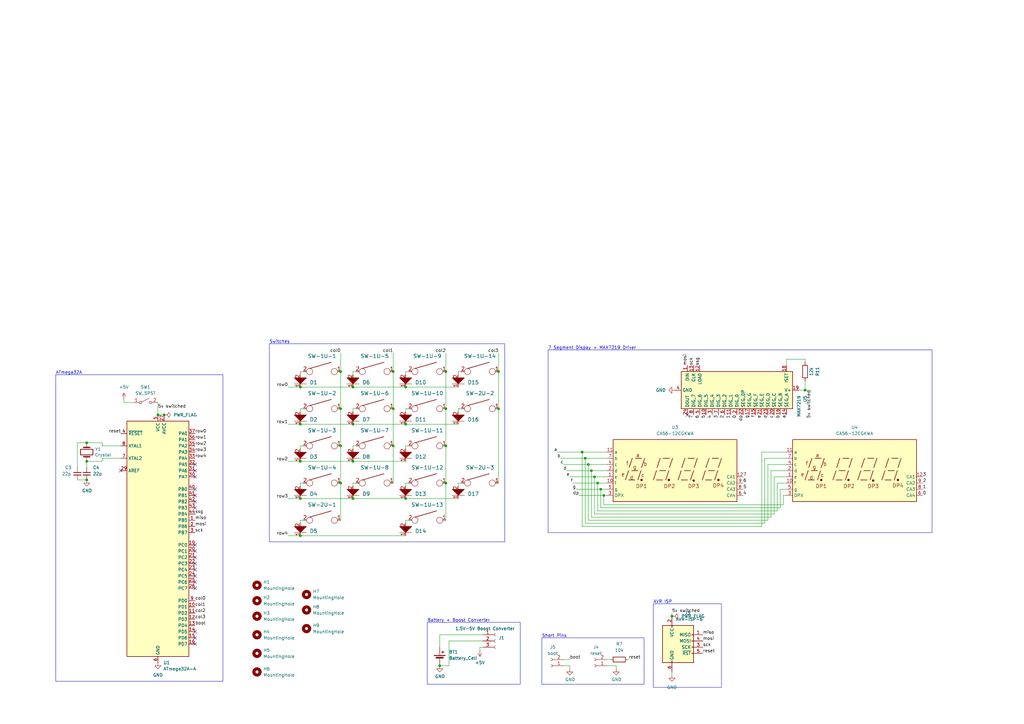
<source format=kicad_sch>
(kicad_sch (version 20230121) (generator eeschema)

  (uuid 0b784d31-5e40-45f3-acfe-8b27f4fc25f5)

  (paper "A3")

  (title_block
    (title "Model C")
    (date "2023-10-17")
    (rev "2")
    (company "github.com/TrojanPinata")
  )

  (lib_symbols
    (symbol "Connector:Conn_01x02_Socket" (pin_names (offset 1.016) hide) (in_bom yes) (on_board yes)
      (property "Reference" "J" (at 0 2.54 0)
        (effects (font (size 1.27 1.27)))
      )
      (property "Value" "Conn_01x02_Socket" (at 0 -5.08 0)
        (effects (font (size 1.27 1.27)))
      )
      (property "Footprint" "" (at 0 0 0)
        (effects (font (size 1.27 1.27)) hide)
      )
      (property "Datasheet" "~" (at 0 0 0)
        (effects (font (size 1.27 1.27)) hide)
      )
      (property "ki_locked" "" (at 0 0 0)
        (effects (font (size 1.27 1.27)))
      )
      (property "ki_keywords" "connector" (at 0 0 0)
        (effects (font (size 1.27 1.27)) hide)
      )
      (property "ki_description" "Generic connector, single row, 01x02, script generated" (at 0 0 0)
        (effects (font (size 1.27 1.27)) hide)
      )
      (property "ki_fp_filters" "Connector*:*_1x??_*" (at 0 0 0)
        (effects (font (size 1.27 1.27)) hide)
      )
      (symbol "Conn_01x02_Socket_1_1"
        (arc (start 0 -2.032) (mid -0.5058 -2.54) (end 0 -3.048)
          (stroke (width 0.1524) (type default))
          (fill (type none))
        )
        (polyline
          (pts
            (xy -1.27 -2.54)
            (xy -0.508 -2.54)
          )
          (stroke (width 0.1524) (type default))
          (fill (type none))
        )
        (polyline
          (pts
            (xy -1.27 0)
            (xy -0.508 0)
          )
          (stroke (width 0.1524) (type default))
          (fill (type none))
        )
        (arc (start 0 0.508) (mid -0.5058 0) (end 0 -0.508)
          (stroke (width 0.1524) (type default))
          (fill (type none))
        )
        (pin passive line (at -5.08 0 0) (length 3.81)
          (name "Pin_1" (effects (font (size 1.27 1.27))))
          (number "1" (effects (font (size 1.27 1.27))))
        )
        (pin passive line (at -5.08 -2.54 0) (length 3.81)
          (name "Pin_2" (effects (font (size 1.27 1.27))))
          (number "2" (effects (font (size 1.27 1.27))))
        )
      )
    )
    (symbol "Connector:Conn_01x03_Socket" (pin_names (offset 1.016) hide) (in_bom yes) (on_board yes)
      (property "Reference" "J" (at 0 5.08 0)
        (effects (font (size 1.27 1.27)))
      )
      (property "Value" "Conn_01x03_Socket" (at 0 -5.08 0)
        (effects (font (size 1.27 1.27)))
      )
      (property "Footprint" "" (at 0 0 0)
        (effects (font (size 1.27 1.27)) hide)
      )
      (property "Datasheet" "~" (at 0 0 0)
        (effects (font (size 1.27 1.27)) hide)
      )
      (property "ki_locked" "" (at 0 0 0)
        (effects (font (size 1.27 1.27)))
      )
      (property "ki_keywords" "connector" (at 0 0 0)
        (effects (font (size 1.27 1.27)) hide)
      )
      (property "ki_description" "Generic connector, single row, 01x03, script generated" (at 0 0 0)
        (effects (font (size 1.27 1.27)) hide)
      )
      (property "ki_fp_filters" "Connector*:*_1x??_*" (at 0 0 0)
        (effects (font (size 1.27 1.27)) hide)
      )
      (symbol "Conn_01x03_Socket_1_1"
        (arc (start 0 -2.032) (mid -0.5058 -2.54) (end 0 -3.048)
          (stroke (width 0.1524) (type default))
          (fill (type none))
        )
        (polyline
          (pts
            (xy -1.27 -2.54)
            (xy -0.508 -2.54)
          )
          (stroke (width 0.1524) (type default))
          (fill (type none))
        )
        (polyline
          (pts
            (xy -1.27 0)
            (xy -0.508 0)
          )
          (stroke (width 0.1524) (type default))
          (fill (type none))
        )
        (polyline
          (pts
            (xy -1.27 2.54)
            (xy -0.508 2.54)
          )
          (stroke (width 0.1524) (type default))
          (fill (type none))
        )
        (arc (start 0 0.508) (mid -0.5058 0) (end 0 -0.508)
          (stroke (width 0.1524) (type default))
          (fill (type none))
        )
        (arc (start 0 3.048) (mid -0.5058 2.54) (end 0 2.032)
          (stroke (width 0.1524) (type default))
          (fill (type none))
        )
        (pin passive line (at -5.08 2.54 0) (length 3.81)
          (name "Pin_1" (effects (font (size 1.27 1.27))))
          (number "1" (effects (font (size 1.27 1.27))))
        )
        (pin passive line (at -5.08 0 0) (length 3.81)
          (name "Pin_2" (effects (font (size 1.27 1.27))))
          (number "2" (effects (font (size 1.27 1.27))))
        )
        (pin passive line (at -5.08 -2.54 0) (length 3.81)
          (name "Pin_3" (effects (font (size 1.27 1.27))))
          (number "3" (effects (font (size 1.27 1.27))))
        )
      )
    )
    (symbol "Device:Battery_Cell" (pin_numbers hide) (pin_names (offset 0) hide) (in_bom yes) (on_board yes)
      (property "Reference" "BT" (at 2.54 2.54 0)
        (effects (font (size 1.27 1.27)) (justify left))
      )
      (property "Value" "Battery_Cell" (at 2.54 0 0)
        (effects (font (size 1.27 1.27)) (justify left))
      )
      (property "Footprint" "" (at 0 1.524 90)
        (effects (font (size 1.27 1.27)) hide)
      )
      (property "Datasheet" "~" (at 0 1.524 90)
        (effects (font (size 1.27 1.27)) hide)
      )
      (property "ki_keywords" "battery cell" (at 0 0 0)
        (effects (font (size 1.27 1.27)) hide)
      )
      (property "ki_description" "Single-cell battery" (at 0 0 0)
        (effects (font (size 1.27 1.27)) hide)
      )
      (symbol "Battery_Cell_0_1"
        (rectangle (start -2.286 1.778) (end 2.286 1.524)
          (stroke (width 0) (type default))
          (fill (type outline))
        )
        (rectangle (start -1.524 1.016) (end 1.524 0.508)
          (stroke (width 0) (type default))
          (fill (type outline))
        )
        (polyline
          (pts
            (xy 0 0.762)
            (xy 0 0)
          )
          (stroke (width 0) (type default))
          (fill (type none))
        )
        (polyline
          (pts
            (xy 0 1.778)
            (xy 0 2.54)
          )
          (stroke (width 0) (type default))
          (fill (type none))
        )
        (polyline
          (pts
            (xy 0.762 3.048)
            (xy 1.778 3.048)
          )
          (stroke (width 0.254) (type default))
          (fill (type none))
        )
        (polyline
          (pts
            (xy 1.27 3.556)
            (xy 1.27 2.54)
          )
          (stroke (width 0.254) (type default))
          (fill (type none))
        )
      )
      (symbol "Battery_Cell_1_1"
        (pin passive line (at 0 5.08 270) (length 2.54)
          (name "+" (effects (font (size 1.27 1.27))))
          (number "1" (effects (font (size 1.27 1.27))))
        )
        (pin passive line (at 0 -2.54 90) (length 2.54)
          (name "-" (effects (font (size 1.27 1.27))))
          (number "2" (effects (font (size 1.27 1.27))))
        )
      )
    )
    (symbol "Device:C_Small" (pin_numbers hide) (pin_names (offset 0.254) hide) (in_bom yes) (on_board yes)
      (property "Reference" "C" (at 0.254 1.778 0)
        (effects (font (size 1.27 1.27)) (justify left))
      )
      (property "Value" "C_Small" (at 0.254 -2.032 0)
        (effects (font (size 1.27 1.27)) (justify left))
      )
      (property "Footprint" "" (at 0 0 0)
        (effects (font (size 1.27 1.27)) hide)
      )
      (property "Datasheet" "~" (at 0 0 0)
        (effects (font (size 1.27 1.27)) hide)
      )
      (property "ki_keywords" "capacitor cap" (at 0 0 0)
        (effects (font (size 1.27 1.27)) hide)
      )
      (property "ki_description" "Unpolarized capacitor, small symbol" (at 0 0 0)
        (effects (font (size 1.27 1.27)) hide)
      )
      (property "ki_fp_filters" "C_*" (at 0 0 0)
        (effects (font (size 1.27 1.27)) hide)
      )
      (symbol "C_Small_0_1"
        (polyline
          (pts
            (xy -1.524 -0.508)
            (xy 1.524 -0.508)
          )
          (stroke (width 0.3302) (type default))
          (fill (type none))
        )
        (polyline
          (pts
            (xy -1.524 0.508)
            (xy 1.524 0.508)
          )
          (stroke (width 0.3048) (type default))
          (fill (type none))
        )
      )
      (symbol "C_Small_1_1"
        (pin passive line (at 0 2.54 270) (length 2.032)
          (name "~" (effects (font (size 1.27 1.27))))
          (number "1" (effects (font (size 1.27 1.27))))
        )
        (pin passive line (at 0 -2.54 90) (length 2.032)
          (name "~" (effects (font (size 1.27 1.27))))
          (number "2" (effects (font (size 1.27 1.27))))
        )
      )
    )
    (symbol "Device:Crystal" (pin_numbers hide) (pin_names (offset 1.016) hide) (in_bom yes) (on_board yes)
      (property "Reference" "Y" (at 0 3.81 0)
        (effects (font (size 1.27 1.27)))
      )
      (property "Value" "Crystal" (at 0 -3.81 0)
        (effects (font (size 1.27 1.27)))
      )
      (property "Footprint" "" (at 0 0 0)
        (effects (font (size 1.27 1.27)) hide)
      )
      (property "Datasheet" "~" (at 0 0 0)
        (effects (font (size 1.27 1.27)) hide)
      )
      (property "ki_keywords" "quartz ceramic resonator oscillator" (at 0 0 0)
        (effects (font (size 1.27 1.27)) hide)
      )
      (property "ki_description" "Two pin crystal" (at 0 0 0)
        (effects (font (size 1.27 1.27)) hide)
      )
      (property "ki_fp_filters" "Crystal*" (at 0 0 0)
        (effects (font (size 1.27 1.27)) hide)
      )
      (symbol "Crystal_0_1"
        (rectangle (start -1.143 2.54) (end 1.143 -2.54)
          (stroke (width 0.3048) (type default))
          (fill (type none))
        )
        (polyline
          (pts
            (xy -2.54 0)
            (xy -1.905 0)
          )
          (stroke (width 0) (type default))
          (fill (type none))
        )
        (polyline
          (pts
            (xy -1.905 -1.27)
            (xy -1.905 1.27)
          )
          (stroke (width 0.508) (type default))
          (fill (type none))
        )
        (polyline
          (pts
            (xy 1.905 -1.27)
            (xy 1.905 1.27)
          )
          (stroke (width 0.508) (type default))
          (fill (type none))
        )
        (polyline
          (pts
            (xy 2.54 0)
            (xy 1.905 0)
          )
          (stroke (width 0) (type default))
          (fill (type none))
        )
      )
      (symbol "Crystal_1_1"
        (pin passive line (at -3.81 0 0) (length 1.27)
          (name "1" (effects (font (size 1.27 1.27))))
          (number "1" (effects (font (size 1.27 1.27))))
        )
        (pin passive line (at 3.81 0 180) (length 1.27)
          (name "2" (effects (font (size 1.27 1.27))))
          (number "2" (effects (font (size 1.27 1.27))))
        )
      )
    )
    (symbol "Device:R" (pin_numbers hide) (pin_names (offset 0)) (in_bom yes) (on_board yes)
      (property "Reference" "R" (at 2.032 0 90)
        (effects (font (size 1.27 1.27)))
      )
      (property "Value" "R" (at 0 0 90)
        (effects (font (size 1.27 1.27)))
      )
      (property "Footprint" "" (at -1.778 0 90)
        (effects (font (size 1.27 1.27)) hide)
      )
      (property "Datasheet" "~" (at 0 0 0)
        (effects (font (size 1.27 1.27)) hide)
      )
      (property "ki_keywords" "R res resistor" (at 0 0 0)
        (effects (font (size 1.27 1.27)) hide)
      )
      (property "ki_description" "Resistor" (at 0 0 0)
        (effects (font (size 1.27 1.27)) hide)
      )
      (property "ki_fp_filters" "R_*" (at 0 0 0)
        (effects (font (size 1.27 1.27)) hide)
      )
      (symbol "R_0_1"
        (rectangle (start -1.016 -2.54) (end 1.016 2.54)
          (stroke (width 0.254) (type default))
          (fill (type none))
        )
      )
      (symbol "R_1_1"
        (pin passive line (at 0 3.81 270) (length 1.27)
          (name "~" (effects (font (size 1.27 1.27))))
          (number "1" (effects (font (size 1.27 1.27))))
        )
        (pin passive line (at 0 -3.81 90) (length 1.27)
          (name "~" (effects (font (size 1.27 1.27))))
          (number "2" (effects (font (size 1.27 1.27))))
        )
      )
    )
    (symbol "Display_Character:CA56-12CGKWA" (in_bom yes) (on_board yes)
      (property "Reference" "U" (at -24.13 13.97 0)
        (effects (font (size 1.27 1.27)))
      )
      (property "Value" "CA56-12CGKWA" (at 17.78 13.97 0)
        (effects (font (size 1.27 1.27)))
      )
      (property "Footprint" "Display_7Segment:CA56-12CGKWA" (at 0 -15.24 0)
        (effects (font (size 1.27 1.27)) hide)
      )
      (property "Datasheet" "http://www.kingbright.com/attachments/file/psearch/000/00/00/CA56-12CGKWA(Ver.9A).pdf" (at -10.922 0.762 0)
        (effects (font (size 1.27 1.27)) hide)
      )
      (property "ki_keywords" "display LED" (at 0 0 0)
        (effects (font (size 1.27 1.27)) hide)
      )
      (property "ki_description" "4 digit 7 segment Green LED, common anode" (at 0 0 0)
        (effects (font (size 1.27 1.27)) hide)
      )
      (property "ki_fp_filters" "*CA56*12CGKWA*" (at 0 0 0)
        (effects (font (size 1.27 1.27)) hide)
      )
      (symbol "CA56-12CGKWA_0_0"
        (rectangle (start -25.4 12.7) (end 25.4 -12.7)
          (stroke (width 0.254) (type default))
          (fill (type background))
        )
        (polyline
          (pts
            (xy -20.32 -3.81)
            (xy -19.05 0)
          )
          (stroke (width 0.254) (type default))
          (fill (type none))
        )
        (polyline
          (pts
            (xy -19.05 -3.81)
            (xy -16.51 -3.81)
          )
          (stroke (width 0.254) (type default))
          (fill (type none))
        )
        (polyline
          (pts
            (xy -18.796 1.27)
            (xy -17.526 5.08)
          )
          (stroke (width 0.254) (type default))
          (fill (type none))
        )
        (polyline
          (pts
            (xy -17.78 0)
            (xy -15.24 0)
          )
          (stroke (width 0.254) (type default))
          (fill (type none))
        )
        (polyline
          (pts
            (xy -16.256 5.08)
            (xy -13.716 5.08)
          )
          (stroke (width 0.254) (type default))
          (fill (type none))
        )
        (polyline
          (pts
            (xy -15.24 -3.81)
            (xy -13.97 0)
          )
          (stroke (width 0.254) (type default))
          (fill (type none))
        )
        (polyline
          (pts
            (xy -13.716 1.27)
            (xy -12.446 5.08)
          )
          (stroke (width 0.254) (type default))
          (fill (type none))
        )
        (polyline
          (pts
            (xy -8.89 -3.81)
            (xy -7.62 0)
          )
          (stroke (width 0.254) (type default))
          (fill (type none))
        )
        (polyline
          (pts
            (xy -7.62 -3.81)
            (xy -5.08 -3.81)
          )
          (stroke (width 0.254) (type default))
          (fill (type none))
        )
        (polyline
          (pts
            (xy -7.366 1.27)
            (xy -6.096 5.08)
          )
          (stroke (width 0.254) (type default))
          (fill (type none))
        )
        (polyline
          (pts
            (xy -6.35 0)
            (xy -3.81 0)
          )
          (stroke (width 0.254) (type default))
          (fill (type none))
        )
        (polyline
          (pts
            (xy -4.826 5.08)
            (xy -2.286 5.08)
          )
          (stroke (width 0.254) (type default))
          (fill (type none))
        )
        (polyline
          (pts
            (xy -3.81 -3.81)
            (xy -2.54 0)
          )
          (stroke (width 0.254) (type default))
          (fill (type none))
        )
        (polyline
          (pts
            (xy -2.286 1.27)
            (xy -1.016 5.08)
          )
          (stroke (width 0.254) (type default))
          (fill (type none))
        )
        (polyline
          (pts
            (xy 1.27 -3.81)
            (xy 2.54 0)
          )
          (stroke (width 0.254) (type default))
          (fill (type none))
        )
        (polyline
          (pts
            (xy 2.54 -3.81)
            (xy 5.08 -3.81)
          )
          (stroke (width 0.254) (type default))
          (fill (type none))
        )
        (polyline
          (pts
            (xy 2.794 1.27)
            (xy 4.064 5.08)
          )
          (stroke (width 0.254) (type default))
          (fill (type none))
        )
        (polyline
          (pts
            (xy 3.81 0)
            (xy 6.35 0)
          )
          (stroke (width 0.254) (type default))
          (fill (type none))
        )
        (polyline
          (pts
            (xy 5.334 5.08)
            (xy 7.874 5.08)
          )
          (stroke (width 0.254) (type default))
          (fill (type none))
        )
        (polyline
          (pts
            (xy 6.35 -3.81)
            (xy 7.62 0)
          )
          (stroke (width 0.254) (type default))
          (fill (type none))
        )
        (polyline
          (pts
            (xy 7.874 1.27)
            (xy 9.144 5.08)
          )
          (stroke (width 0.254) (type default))
          (fill (type none))
        )
        (polyline
          (pts
            (xy 11.176 -3.81)
            (xy 12.446 0)
          )
          (stroke (width 0.254) (type default))
          (fill (type none))
        )
        (polyline
          (pts
            (xy 12.446 -3.81)
            (xy 14.986 -3.81)
          )
          (stroke (width 0.254) (type default))
          (fill (type none))
        )
        (polyline
          (pts
            (xy 12.7 1.27)
            (xy 13.97 5.08)
          )
          (stroke (width 0.254) (type default))
          (fill (type none))
        )
        (polyline
          (pts
            (xy 13.716 0)
            (xy 16.256 0)
          )
          (stroke (width 0.254) (type default))
          (fill (type none))
        )
        (polyline
          (pts
            (xy 15.24 5.08)
            (xy 17.78 5.08)
          )
          (stroke (width 0.254) (type default))
          (fill (type none))
        )
        (polyline
          (pts
            (xy 16.256 -3.81)
            (xy 17.526 0)
          )
          (stroke (width 0.254) (type default))
          (fill (type none))
        )
        (polyline
          (pts
            (xy 17.78 1.27)
            (xy 19.05 5.08)
          )
          (stroke (width 0.254) (type default))
          (fill (type none))
        )
        (text "a" (at -15.24 6.35 0)
          (effects (font (size 1.524 1.524)))
        )
        (text "b" (at -12.192 2.794 0)
          (effects (font (size 1.524 1.524)))
        )
        (text "c" (at -13.208 -1.778 0)
          (effects (font (size 1.524 1.524)))
        )
        (text "d" (at -17.78 -2.794 0)
          (effects (font (size 1.524 1.524)))
        )
        (text "DP1" (at -13.716 -6.35 0)
          (effects (font (size 1.524 1.524)))
        )
        (text "DP2" (at -2.286 -6.35 0)
          (effects (font (size 1.524 1.524)))
        )
        (text "DP3" (at 7.62 -6.35 0)
          (effects (font (size 1.524 1.524)))
        )
        (text "DP4" (at 17.78 -6.096 0)
          (effects (font (size 1.524 1.524)))
        )
        (text "e" (at -21.336 -1.524 0)
          (effects (font (size 1.524 1.524)))
        )
        (text "f" (at -19.558 3.048 0)
          (effects (font (size 1.524 1.524)))
        )
        (text "g" (at -16.51 1.524 0)
          (effects (font (size 1.524 1.524)))
        )
      )
      (symbol "CA56-12CGKWA_0_1"
        (circle (center -13.716 -3.81) (radius 0.3556)
          (stroke (width 0.254) (type default))
          (fill (type outline))
        )
        (circle (center -2.54 -3.81) (radius 0.3556)
          (stroke (width 0.254) (type default))
          (fill (type outline))
        )
      )
      (symbol "CA56-12CGKWA_1_0"
        (circle (center 7.62 -4.064) (radius 0.3556)
          (stroke (width 0.254) (type default))
          (fill (type outline))
        )
        (circle (center 17.78 -3.81) (radius 0.3556)
          (stroke (width 0.254) (type default))
          (fill (type outline))
        )
      )
      (symbol "CA56-12CGKWA_1_1"
        (pin input line (at -27.94 -2.54 0) (length 2.54)
          (name "e" (effects (font (size 1.27 1.27))))
          (number "1" (effects (font (size 1.27 1.27))))
        )
        (pin input line (at -27.94 -5.08 0) (length 2.54)
          (name "f" (effects (font (size 1.27 1.27))))
          (number "10" (effects (font (size 1.27 1.27))))
        )
        (pin input line (at -27.94 7.62 0) (length 2.54)
          (name "a" (effects (font (size 1.27 1.27))))
          (number "11" (effects (font (size 1.27 1.27))))
        )
        (pin input line (at 27.94 -2.54 180) (length 2.54)
          (name "CA1" (effects (font (size 1.27 1.27))))
          (number "12" (effects (font (size 1.27 1.27))))
        )
        (pin input line (at -27.94 0 0) (length 2.54)
          (name "d" (effects (font (size 1.27 1.27))))
          (number "2" (effects (font (size 1.27 1.27))))
        )
        (pin input line (at -27.94 -10.16 0) (length 2.54)
          (name "DPX" (effects (font (size 1.27 1.27))))
          (number "3" (effects (font (size 1.27 1.27))))
        )
        (pin input line (at -27.94 2.54 0) (length 2.54)
          (name "c" (effects (font (size 1.27 1.27))))
          (number "4" (effects (font (size 1.27 1.27))))
        )
        (pin input line (at -27.94 -7.62 0) (length 2.54)
          (name "g" (effects (font (size 1.27 1.27))))
          (number "5" (effects (font (size 1.27 1.27))))
        )
        (pin input line (at 27.94 -10.16 180) (length 2.54)
          (name "CA4" (effects (font (size 1.27 1.27))))
          (number "6" (effects (font (size 1.27 1.27))))
        )
        (pin input line (at -27.94 5.08 0) (length 2.54)
          (name "b" (effects (font (size 1.27 1.27))))
          (number "7" (effects (font (size 1.27 1.27))))
        )
        (pin input line (at 27.94 -7.62 180) (length 2.54)
          (name "CA3" (effects (font (size 1.27 1.27))))
          (number "8" (effects (font (size 1.27 1.27))))
        )
        (pin input line (at 27.94 -5.08 180) (length 2.54)
          (name "CA2" (effects (font (size 1.27 1.27))))
          (number "9" (effects (font (size 1.27 1.27))))
        )
      )
    )
    (symbol "Driver_LED:MAX7219" (in_bom yes) (on_board yes)
      (property "Reference" "U" (at -6.35 24.13 0)
        (effects (font (size 1.27 1.27)) (justify left bottom))
      )
      (property "Value" "MAX7219" (at 1.27 25.4 0)
        (effects (font (size 1.27 1.27)) (justify left top))
      )
      (property "Footprint" "" (at -1.27 1.27 0)
        (effects (font (size 1.27 1.27)) hide)
      )
      (property "Datasheet" "https://datasheets.maximintegrated.com/en/ds/MAX7219-MAX7221.pdf" (at 1.27 -3.81 0)
        (effects (font (size 1.27 1.27)) hide)
      )
      (property "ki_keywords" "LED 8-Digit Display Driver" (at 0 0 0)
        (effects (font (size 1.27 1.27)) hide)
      )
      (property "ki_description" "8-Digit LED Display Driver" (at 0 0 0)
        (effects (font (size 1.27 1.27)) hide)
      )
      (property "ki_fp_filters" "SOIC*7.5x15.4mm*P1.27mm* DIP*7.62mm*" (at 0 0 0)
        (effects (font (size 1.27 1.27)) hide)
      )
      (symbol "MAX7219_0_1"
        (rectangle (start -7.62 22.86) (end 7.62 -22.86)
          (stroke (width 0.254) (type default))
          (fill (type background))
        )
      )
      (symbol "MAX7219_1_1"
        (pin input line (at -10.16 -20.32 0) (length 2.54)
          (name "DIN" (effects (font (size 1.27 1.27))))
          (number "1" (effects (font (size 1.27 1.27))))
        )
        (pin output line (at 10.16 -12.7 180) (length 2.54)
          (name "DIG_5" (effects (font (size 1.27 1.27))))
          (number "10" (effects (font (size 1.27 1.27))))
        )
        (pin output line (at 10.16 -2.54 180) (length 2.54)
          (name "DIG_1" (effects (font (size 1.27 1.27))))
          (number "11" (effects (font (size 1.27 1.27))))
        )
        (pin input line (at -10.16 -15.24 0) (length 2.54)
          (name "LOAD" (effects (font (size 1.27 1.27))))
          (number "12" (effects (font (size 1.27 1.27))))
        )
        (pin input line (at -10.16 -17.78 0) (length 2.54)
          (name "CLK" (effects (font (size 1.27 1.27))))
          (number "13" (effects (font (size 1.27 1.27))))
        )
        (pin output line (at 10.16 20.32 180) (length 2.54)
          (name "SEG_A" (effects (font (size 1.27 1.27))))
          (number "14" (effects (font (size 1.27 1.27))))
        )
        (pin output line (at 10.16 7.62 180) (length 2.54)
          (name "SEG_F" (effects (font (size 1.27 1.27))))
          (number "15" (effects (font (size 1.27 1.27))))
        )
        (pin output line (at 10.16 17.78 180) (length 2.54)
          (name "SEG_B" (effects (font (size 1.27 1.27))))
          (number "16" (effects (font (size 1.27 1.27))))
        )
        (pin output line (at 10.16 5.08 180) (length 2.54)
          (name "SEG_G" (effects (font (size 1.27 1.27))))
          (number "17" (effects (font (size 1.27 1.27))))
        )
        (pin input line (at -10.16 20.32 0) (length 2.54)
          (name "ISET" (effects (font (size 1.27 1.27))))
          (number "18" (effects (font (size 1.27 1.27))))
        )
        (pin power_in line (at 0 25.4 270) (length 2.54)
          (name "V+" (effects (font (size 1.27 1.27))))
          (number "19" (effects (font (size 1.27 1.27))))
        )
        (pin output line (at 10.16 0 180) (length 2.54)
          (name "DIG_0" (effects (font (size 1.27 1.27))))
          (number "2" (effects (font (size 1.27 1.27))))
        )
        (pin output line (at 10.16 15.24 180) (length 2.54)
          (name "SEG_C" (effects (font (size 1.27 1.27))))
          (number "20" (effects (font (size 1.27 1.27))))
        )
        (pin output line (at 10.16 10.16 180) (length 2.54)
          (name "SEG_E" (effects (font (size 1.27 1.27))))
          (number "21" (effects (font (size 1.27 1.27))))
        )
        (pin output line (at 10.16 2.54 180) (length 2.54)
          (name "SEG_DP" (effects (font (size 1.27 1.27))))
          (number "22" (effects (font (size 1.27 1.27))))
        )
        (pin output line (at 10.16 12.7 180) (length 2.54)
          (name "SEG_D" (effects (font (size 1.27 1.27))))
          (number "23" (effects (font (size 1.27 1.27))))
        )
        (pin output line (at 10.16 -20.32 180) (length 2.54)
          (name "DOUT" (effects (font (size 1.27 1.27))))
          (number "24" (effects (font (size 1.27 1.27))))
        )
        (pin output line (at 10.16 -10.16 180) (length 2.54)
          (name "DIG_4" (effects (font (size 1.27 1.27))))
          (number "3" (effects (font (size 1.27 1.27))))
        )
        (pin power_in line (at 0 -25.4 90) (length 2.54)
          (name "GND" (effects (font (size 1.27 1.27))))
          (number "4" (effects (font (size 1.27 1.27))))
        )
        (pin output line (at 10.16 -15.24 180) (length 2.54)
          (name "DIG_6" (effects (font (size 1.27 1.27))))
          (number "5" (effects (font (size 1.27 1.27))))
        )
        (pin output line (at 10.16 -5.08 180) (length 2.54)
          (name "DIG_2" (effects (font (size 1.27 1.27))))
          (number "6" (effects (font (size 1.27 1.27))))
        )
        (pin output line (at 10.16 -7.62 180) (length 2.54)
          (name "DIG_3" (effects (font (size 1.27 1.27))))
          (number "7" (effects (font (size 1.27 1.27))))
        )
        (pin output line (at 10.16 -17.78 180) (length 2.54)
          (name "DIG_7" (effects (font (size 1.27 1.27))))
          (number "8" (effects (font (size 1.27 1.27))))
        )
        (pin passive line (at 0 -25.4 90) (length 2.54) hide
          (name "GND" (effects (font (size 1.27 1.27))))
          (number "9" (effects (font (size 1.27 1.27))))
        )
      )
    )
    (symbol "MCU_Microchip_ATmega:ATmega32A-A" (in_bom yes) (on_board yes)
      (property "Reference" "U" (at -12.7 49.53 0)
        (effects (font (size 1.27 1.27)) (justify left bottom))
      )
      (property "Value" "ATmega32A-A" (at 2.54 -49.53 0)
        (effects (font (size 1.27 1.27)) (justify left top))
      )
      (property "Footprint" "Package_QFP:TQFP-44_10x10mm_P0.8mm" (at 0 0 0)
        (effects (font (size 1.27 1.27) italic) hide)
      )
      (property "Datasheet" "http://ww1.microchip.com/downloads/en/DeviceDoc/atmel-8155-8-bit-microcontroller-avr-atmega32a_datasheet.pdf" (at 0 0 0)
        (effects (font (size 1.27 1.27)) hide)
      )
      (property "ki_keywords" "AVR 8bit Microcontroller MegaAVR" (at 0 0 0)
        (effects (font (size 1.27 1.27)) hide)
      )
      (property "ki_description" "16MHz, 32kB Flash, 2kB SRAM, 1kB EEPROM, JTAG, TQFP-44" (at 0 0 0)
        (effects (font (size 1.27 1.27)) hide)
      )
      (property "ki_fp_filters" "TQFP*10x10mm*P0.8mm*" (at 0 0 0)
        (effects (font (size 1.27 1.27)) hide)
      )
      (symbol "ATmega32A-A_0_1"
        (rectangle (start -12.7 -48.26) (end 12.7 48.26)
          (stroke (width 0.254) (type default))
          (fill (type background))
        )
      )
      (symbol "ATmega32A-A_1_1"
        (pin bidirectional line (at 15.24 7.62 180) (length 2.54)
          (name "PB5" (effects (font (size 1.27 1.27))))
          (number "1" (effects (font (size 1.27 1.27))))
        )
        (pin bidirectional line (at 15.24 -27.94 180) (length 2.54)
          (name "PD1" (effects (font (size 1.27 1.27))))
          (number "10" (effects (font (size 1.27 1.27))))
        )
        (pin bidirectional line (at 15.24 -30.48 180) (length 2.54)
          (name "PD2" (effects (font (size 1.27 1.27))))
          (number "11" (effects (font (size 1.27 1.27))))
        )
        (pin bidirectional line (at 15.24 -33.02 180) (length 2.54)
          (name "PD3" (effects (font (size 1.27 1.27))))
          (number "12" (effects (font (size 1.27 1.27))))
        )
        (pin bidirectional line (at 15.24 -35.56 180) (length 2.54)
          (name "PD4" (effects (font (size 1.27 1.27))))
          (number "13" (effects (font (size 1.27 1.27))))
        )
        (pin bidirectional line (at 15.24 -38.1 180) (length 2.54)
          (name "PD5" (effects (font (size 1.27 1.27))))
          (number "14" (effects (font (size 1.27 1.27))))
        )
        (pin bidirectional line (at 15.24 -40.64 180) (length 2.54)
          (name "PD6" (effects (font (size 1.27 1.27))))
          (number "15" (effects (font (size 1.27 1.27))))
        )
        (pin bidirectional line (at 15.24 -43.18 180) (length 2.54)
          (name "PD7" (effects (font (size 1.27 1.27))))
          (number "16" (effects (font (size 1.27 1.27))))
        )
        (pin passive line (at 0 50.8 270) (length 2.54) hide
          (name "VCC" (effects (font (size 1.27 1.27))))
          (number "17" (effects (font (size 1.27 1.27))))
        )
        (pin passive line (at 0 -50.8 90) (length 2.54) hide
          (name "GND" (effects (font (size 1.27 1.27))))
          (number "18" (effects (font (size 1.27 1.27))))
        )
        (pin bidirectional line (at 15.24 -2.54 180) (length 2.54)
          (name "PC0" (effects (font (size 1.27 1.27))))
          (number "19" (effects (font (size 1.27 1.27))))
        )
        (pin bidirectional line (at 15.24 5.08 180) (length 2.54)
          (name "PB6" (effects (font (size 1.27 1.27))))
          (number "2" (effects (font (size 1.27 1.27))))
        )
        (pin bidirectional line (at 15.24 -5.08 180) (length 2.54)
          (name "PC1" (effects (font (size 1.27 1.27))))
          (number "20" (effects (font (size 1.27 1.27))))
        )
        (pin bidirectional line (at 15.24 -7.62 180) (length 2.54)
          (name "PC2" (effects (font (size 1.27 1.27))))
          (number "21" (effects (font (size 1.27 1.27))))
        )
        (pin bidirectional line (at 15.24 -10.16 180) (length 2.54)
          (name "PC3" (effects (font (size 1.27 1.27))))
          (number "22" (effects (font (size 1.27 1.27))))
        )
        (pin bidirectional line (at 15.24 -12.7 180) (length 2.54)
          (name "PC4" (effects (font (size 1.27 1.27))))
          (number "23" (effects (font (size 1.27 1.27))))
        )
        (pin bidirectional line (at 15.24 -15.24 180) (length 2.54)
          (name "PC5" (effects (font (size 1.27 1.27))))
          (number "24" (effects (font (size 1.27 1.27))))
        )
        (pin bidirectional line (at 15.24 -17.78 180) (length 2.54)
          (name "PC6" (effects (font (size 1.27 1.27))))
          (number "25" (effects (font (size 1.27 1.27))))
        )
        (pin bidirectional line (at 15.24 -20.32 180) (length 2.54)
          (name "PC7" (effects (font (size 1.27 1.27))))
          (number "26" (effects (font (size 1.27 1.27))))
        )
        (pin power_in line (at 2.54 50.8 270) (length 2.54)
          (name "AVCC" (effects (font (size 1.27 1.27))))
          (number "27" (effects (font (size 1.27 1.27))))
        )
        (pin passive line (at 0 -50.8 90) (length 2.54) hide
          (name "GND" (effects (font (size 1.27 1.27))))
          (number "28" (effects (font (size 1.27 1.27))))
        )
        (pin passive line (at -15.24 27.94 0) (length 2.54)
          (name "AREF" (effects (font (size 1.27 1.27))))
          (number "29" (effects (font (size 1.27 1.27))))
        )
        (pin bidirectional line (at 15.24 2.54 180) (length 2.54)
          (name "PB7" (effects (font (size 1.27 1.27))))
          (number "3" (effects (font (size 1.27 1.27))))
        )
        (pin bidirectional line (at 15.24 25.4 180) (length 2.54)
          (name "PA7" (effects (font (size 1.27 1.27))))
          (number "30" (effects (font (size 1.27 1.27))))
        )
        (pin bidirectional line (at 15.24 27.94 180) (length 2.54)
          (name "PA6" (effects (font (size 1.27 1.27))))
          (number "31" (effects (font (size 1.27 1.27))))
        )
        (pin bidirectional line (at 15.24 30.48 180) (length 2.54)
          (name "PA5" (effects (font (size 1.27 1.27))))
          (number "32" (effects (font (size 1.27 1.27))))
        )
        (pin bidirectional line (at 15.24 33.02 180) (length 2.54)
          (name "PA4" (effects (font (size 1.27 1.27))))
          (number "33" (effects (font (size 1.27 1.27))))
        )
        (pin bidirectional line (at 15.24 35.56 180) (length 2.54)
          (name "PA3" (effects (font (size 1.27 1.27))))
          (number "34" (effects (font (size 1.27 1.27))))
        )
        (pin bidirectional line (at 15.24 38.1 180) (length 2.54)
          (name "PA2" (effects (font (size 1.27 1.27))))
          (number "35" (effects (font (size 1.27 1.27))))
        )
        (pin bidirectional line (at 15.24 40.64 180) (length 2.54)
          (name "PA1" (effects (font (size 1.27 1.27))))
          (number "36" (effects (font (size 1.27 1.27))))
        )
        (pin bidirectional line (at 15.24 43.18 180) (length 2.54)
          (name "PA0" (effects (font (size 1.27 1.27))))
          (number "37" (effects (font (size 1.27 1.27))))
        )
        (pin passive line (at 0 50.8 270) (length 2.54) hide
          (name "VCC" (effects (font (size 1.27 1.27))))
          (number "38" (effects (font (size 1.27 1.27))))
        )
        (pin passive line (at 0 -50.8 90) (length 2.54) hide
          (name "GND" (effects (font (size 1.27 1.27))))
          (number "39" (effects (font (size 1.27 1.27))))
        )
        (pin input line (at -15.24 43.18 0) (length 2.54)
          (name "~{RESET}" (effects (font (size 1.27 1.27))))
          (number "4" (effects (font (size 1.27 1.27))))
        )
        (pin bidirectional line (at 15.24 20.32 180) (length 2.54)
          (name "PB0" (effects (font (size 1.27 1.27))))
          (number "40" (effects (font (size 1.27 1.27))))
        )
        (pin bidirectional line (at 15.24 17.78 180) (length 2.54)
          (name "PB1" (effects (font (size 1.27 1.27))))
          (number "41" (effects (font (size 1.27 1.27))))
        )
        (pin bidirectional line (at 15.24 15.24 180) (length 2.54)
          (name "PB2" (effects (font (size 1.27 1.27))))
          (number "42" (effects (font (size 1.27 1.27))))
        )
        (pin bidirectional line (at 15.24 12.7 180) (length 2.54)
          (name "PB3" (effects (font (size 1.27 1.27))))
          (number "43" (effects (font (size 1.27 1.27))))
        )
        (pin bidirectional line (at 15.24 10.16 180) (length 2.54)
          (name "PB4" (effects (font (size 1.27 1.27))))
          (number "44" (effects (font (size 1.27 1.27))))
        )
        (pin power_in line (at 0 50.8 270) (length 2.54)
          (name "VCC" (effects (font (size 1.27 1.27))))
          (number "5" (effects (font (size 1.27 1.27))))
        )
        (pin power_in line (at 0 -50.8 90) (length 2.54)
          (name "GND" (effects (font (size 1.27 1.27))))
          (number "6" (effects (font (size 1.27 1.27))))
        )
        (pin output line (at -15.24 33.02 0) (length 2.54)
          (name "XTAL2" (effects (font (size 1.27 1.27))))
          (number "7" (effects (font (size 1.27 1.27))))
        )
        (pin input line (at -15.24 38.1 0) (length 2.54)
          (name "XTAL1" (effects (font (size 1.27 1.27))))
          (number "8" (effects (font (size 1.27 1.27))))
        )
        (pin bidirectional line (at 15.24 -25.4 180) (length 2.54)
          (name "PD0" (effects (font (size 1.27 1.27))))
          (number "9" (effects (font (size 1.27 1.27))))
        )
      )
    )
    (symbol "Mechanical:MountingHole" (pin_names (offset 1.016)) (in_bom yes) (on_board yes)
      (property "Reference" "H" (at 0 5.08 0)
        (effects (font (size 1.27 1.27)))
      )
      (property "Value" "MountingHole" (at 0 3.175 0)
        (effects (font (size 1.27 1.27)))
      )
      (property "Footprint" "" (at 0 0 0)
        (effects (font (size 1.27 1.27)) hide)
      )
      (property "Datasheet" "~" (at 0 0 0)
        (effects (font (size 1.27 1.27)) hide)
      )
      (property "ki_keywords" "mounting hole" (at 0 0 0)
        (effects (font (size 1.27 1.27)) hide)
      )
      (property "ki_description" "Mounting Hole without connection" (at 0 0 0)
        (effects (font (size 1.27 1.27)) hide)
      )
      (property "ki_fp_filters" "MountingHole*" (at 0 0 0)
        (effects (font (size 1.27 1.27)) hide)
      )
      (symbol "MountingHole_0_1"
        (circle (center 0 0) (radius 1.27)
          (stroke (width 1.27) (type default))
          (fill (type none))
        )
      )
    )
    (symbol "Switch:SW_SPST" (pin_names (offset 0) hide) (in_bom yes) (on_board yes)
      (property "Reference" "SW" (at 0 3.175 0)
        (effects (font (size 1.27 1.27)))
      )
      (property "Value" "SW_SPST" (at 0 -2.54 0)
        (effects (font (size 1.27 1.27)))
      )
      (property "Footprint" "" (at 0 0 0)
        (effects (font (size 1.27 1.27)) hide)
      )
      (property "Datasheet" "~" (at 0 0 0)
        (effects (font (size 1.27 1.27)) hide)
      )
      (property "ki_keywords" "switch lever" (at 0 0 0)
        (effects (font (size 1.27 1.27)) hide)
      )
      (property "ki_description" "Single Pole Single Throw (SPST) switch" (at 0 0 0)
        (effects (font (size 1.27 1.27)) hide)
      )
      (symbol "SW_SPST_0_0"
        (circle (center -2.032 0) (radius 0.508)
          (stroke (width 0) (type default))
          (fill (type none))
        )
        (polyline
          (pts
            (xy -1.524 0.254)
            (xy 1.524 1.778)
          )
          (stroke (width 0) (type default))
          (fill (type none))
        )
        (circle (center 2.032 0) (radius 0.508)
          (stroke (width 0) (type default))
          (fill (type none))
        )
      )
      (symbol "SW_SPST_1_1"
        (pin passive line (at -5.08 0 0) (length 2.54)
          (name "A" (effects (font (size 1.27 1.27))))
          (number "1" (effects (font (size 1.27 1.27))))
        )
        (pin passive line (at 5.08 0 180) (length 2.54)
          (name "B" (effects (font (size 1.27 1.27))))
          (number "2" (effects (font (size 1.27 1.27))))
        )
      )
    )
    (symbol "keyboard_parts:D" (pin_names (offset 1.016)) (in_bom yes) (on_board yes)
      (property "Reference" "D" (at -3.81 -1.27 90)
        (effects (font (size 1.524 1.524)))
      )
      (property "Value" "D" (at 3.81 -1.27 90)
        (effects (font (size 1.524 1.524)) hide)
      )
      (property "Footprint" "" (at 0 0 0)
        (effects (font (size 1.524 1.524)))
      )
      (property "Datasheet" "" (at 0 0 0)
        (effects (font (size 1.524 1.524)))
      )
      (symbol "D_0_1"
        (polyline
          (pts
            (xy -2.54 0)
            (xy 2.54 0)
          )
          (stroke (width 0) (type default))
          (fill (type none))
        )
        (polyline
          (pts
            (xy 0 0)
            (xy -2.54 -2.54)
            (xy 2.54 -2.54)
            (xy 0 0)
          )
          (stroke (width 0) (type default))
          (fill (type outline))
        )
      )
      (symbol "D_1_1"
        (pin passive line (at 0 1.27 270) (length 1.27)
          (name "~" (effects (font (size 1.524 1.524))))
          (number "1" (effects (font (size 1.524 1.524))))
        )
        (pin passive line (at 0 -3.81 90) (length 1.27)
          (name "~" (effects (font (size 1.524 1.524))))
          (number "2" (effects (font (size 1.524 1.524))))
        )
      )
    )
    (symbol "keyboard_parts:KEYSW" (pin_names (offset 1.016)) (in_bom yes) (on_board yes)
      (property "Reference" "K?" (at -1.27 0 0)
        (effects (font (size 1.524 1.524)))
      )
      (property "Value" "KEYSW" (at 0 -2.54 0)
        (effects (font (size 1.524 1.524)) hide)
      )
      (property "Footprint" "" (at 0 0 0)
        (effects (font (size 1.524 1.524)))
      )
      (property "Datasheet" "" (at 0 0 0)
        (effects (font (size 1.524 1.524)))
      )
      (symbol "KEYSW_0_1"
        (circle (center -5.08 0) (radius 1.27)
          (stroke (width 0) (type default))
          (fill (type none))
        )
        (polyline
          (pts
            (xy -5.08 1.27)
            (xy 3.81 3.81)
          )
          (stroke (width 0.254) (type default))
          (fill (type none))
        )
        (circle (center 5.08 0) (radius 1.27)
          (stroke (width 0) (type default))
          (fill (type none))
        )
      )
      (symbol "KEYSW_1_1"
        (pin passive line (at 7.62 0 180) (length 1.27)
          (name "~" (effects (font (size 1.524 1.524))))
          (number "1" (effects (font (size 1.524 1.524))))
        )
        (pin passive line (at -7.62 0 0) (length 1.27)
          (name "~" (effects (font (size 1.524 1.524))))
          (number "2" (effects (font (size 1.524 1.524))))
        )
      )
    )
    (symbol "mysterium-pcb-rescue:AVR-ISP-6-Connector" (pin_names (offset 1.016)) (in_bom yes) (on_board yes)
      (property "Reference" "J" (at 0 10.16 0)
        (effects (font (size 1.27 1.27)) (justify left))
      )
      (property "Value" "Connector_AVR-ISP-6" (at 0 -7.62 0)
        (effects (font (size 1.27 1.27)) (justify left))
      )
      (property "Footprint" "" (at -6.35 1.27 90)
        (effects (font (size 1.27 1.27)) hide)
      )
      (property "Datasheet" "" (at -32.385 -13.97 0)
        (effects (font (size 1.27 1.27)) hide)
      )
      (property "ki_fp_filters" "IDC?Header*2x03* Pin?Header*2x03*" (at 0 0 0)
        (effects (font (size 1.27 1.27)) hide)
      )
      (symbol "AVR-ISP-6-Connector_0_1"
        (rectangle (start -2.667 -5.588) (end -2.413 -6.35)
          (stroke (width 0) (type solid))
          (fill (type none))
        )
        (rectangle (start -2.667 8.89) (end -2.413 8.128)
          (stroke (width 0) (type solid))
          (fill (type none))
        )
        (rectangle (start 6.35 -2.413) (end 5.588 -2.667)
          (stroke (width 0) (type solid))
          (fill (type none))
        )
        (rectangle (start 6.35 0.127) (end 5.588 -0.127)
          (stroke (width 0) (type solid))
          (fill (type none))
        )
        (rectangle (start 6.35 2.667) (end 5.588 2.413)
          (stroke (width 0) (type solid))
          (fill (type none))
        )
        (rectangle (start 6.35 5.207) (end 5.588 4.953)
          (stroke (width 0) (type solid))
          (fill (type none))
        )
        (rectangle (start 6.35 8.89) (end -6.35 -6.35)
          (stroke (width 0.254) (type solid))
          (fill (type background))
        )
      )
      (symbol "AVR-ISP-6-Connector_1_1"
        (pin passive line (at 10.16 5.08 180) (length 3.81)
          (name "MISO" (effects (font (size 1.27 1.27))))
          (number "1" (effects (font (size 1.27 1.27))))
        )
        (pin power_in line (at -2.54 12.7 270) (length 3.81)
          (name "VCC" (effects (font (size 1.27 1.27))))
          (number "2" (effects (font (size 1.27 1.27))))
        )
        (pin passive line (at 10.16 0 180) (length 3.81)
          (name "SCK" (effects (font (size 1.27 1.27))))
          (number "3" (effects (font (size 1.27 1.27))))
        )
        (pin passive line (at 10.16 2.54 180) (length 3.81)
          (name "MOSI" (effects (font (size 1.27 1.27))))
          (number "4" (effects (font (size 1.27 1.27))))
        )
        (pin passive line (at 10.16 -2.54 180) (length 3.81)
          (name "~{RST}" (effects (font (size 1.27 1.27))))
          (number "5" (effects (font (size 1.27 1.27))))
        )
        (pin power_in line (at -2.54 -10.16 90) (length 3.81)
          (name "GND" (effects (font (size 1.27 1.27))))
          (number "6" (effects (font (size 1.27 1.27))))
        )
      )
    )
    (symbol "power:+5V" (power) (pin_names (offset 0)) (in_bom yes) (on_board yes)
      (property "Reference" "#PWR" (at 0 -3.81 0)
        (effects (font (size 1.27 1.27)) hide)
      )
      (property "Value" "+5V" (at 0 3.556 0)
        (effects (font (size 1.27 1.27)))
      )
      (property "Footprint" "" (at 0 0 0)
        (effects (font (size 1.27 1.27)) hide)
      )
      (property "Datasheet" "" (at 0 0 0)
        (effects (font (size 1.27 1.27)) hide)
      )
      (property "ki_keywords" "global power" (at 0 0 0)
        (effects (font (size 1.27 1.27)) hide)
      )
      (property "ki_description" "Power symbol creates a global label with name \"+5V\"" (at 0 0 0)
        (effects (font (size 1.27 1.27)) hide)
      )
      (symbol "+5V_0_1"
        (polyline
          (pts
            (xy -0.762 1.27)
            (xy 0 2.54)
          )
          (stroke (width 0) (type default))
          (fill (type none))
        )
        (polyline
          (pts
            (xy 0 0)
            (xy 0 2.54)
          )
          (stroke (width 0) (type default))
          (fill (type none))
        )
        (polyline
          (pts
            (xy 0 2.54)
            (xy 0.762 1.27)
          )
          (stroke (width 0) (type default))
          (fill (type none))
        )
      )
      (symbol "+5V_1_1"
        (pin power_in line (at 0 0 90) (length 0) hide
          (name "+5V" (effects (font (size 1.27 1.27))))
          (number "1" (effects (font (size 1.27 1.27))))
        )
      )
    )
    (symbol "power:GND" (power) (pin_names (offset 0)) (in_bom yes) (on_board yes)
      (property "Reference" "#PWR" (at 0 -6.35 0)
        (effects (font (size 1.27 1.27)) hide)
      )
      (property "Value" "GND" (at 0 -3.81 0)
        (effects (font (size 1.27 1.27)))
      )
      (property "Footprint" "" (at 0 0 0)
        (effects (font (size 1.27 1.27)) hide)
      )
      (property "Datasheet" "" (at 0 0 0)
        (effects (font (size 1.27 1.27)) hide)
      )
      (property "ki_keywords" "global power" (at 0 0 0)
        (effects (font (size 1.27 1.27)) hide)
      )
      (property "ki_description" "Power symbol creates a global label with name \"GND\" , ground" (at 0 0 0)
        (effects (font (size 1.27 1.27)) hide)
      )
      (symbol "GND_0_1"
        (polyline
          (pts
            (xy 0 0)
            (xy 0 -1.27)
            (xy 1.27 -1.27)
            (xy 0 -2.54)
            (xy -1.27 -1.27)
            (xy 0 -1.27)
          )
          (stroke (width 0) (type default))
          (fill (type none))
        )
      )
      (symbol "GND_1_1"
        (pin power_in line (at 0 0 270) (length 0) hide
          (name "GND" (effects (font (size 1.27 1.27))))
          (number "1" (effects (font (size 1.27 1.27))))
        )
      )
    )
    (symbol "power:PWR_FLAG" (power) (pin_numbers hide) (pin_names (offset 0) hide) (in_bom yes) (on_board yes)
      (property "Reference" "#FLG" (at 0 1.905 0)
        (effects (font (size 1.27 1.27)) hide)
      )
      (property "Value" "PWR_FLAG" (at 0 3.81 0)
        (effects (font (size 1.27 1.27)))
      )
      (property "Footprint" "" (at 0 0 0)
        (effects (font (size 1.27 1.27)) hide)
      )
      (property "Datasheet" "~" (at 0 0 0)
        (effects (font (size 1.27 1.27)) hide)
      )
      (property "ki_keywords" "flag power" (at 0 0 0)
        (effects (font (size 1.27 1.27)) hide)
      )
      (property "ki_description" "Special symbol for telling ERC where power comes from" (at 0 0 0)
        (effects (font (size 1.27 1.27)) hide)
      )
      (symbol "PWR_FLAG_0_0"
        (pin power_out line (at 0 0 90) (length 0)
          (name "pwr" (effects (font (size 1.27 1.27))))
          (number "1" (effects (font (size 1.27 1.27))))
        )
      )
      (symbol "PWR_FLAG_0_1"
        (polyline
          (pts
            (xy 0 0)
            (xy 0 1.27)
            (xy -1.016 1.905)
            (xy 0 2.54)
            (xy 1.016 1.905)
            (xy 0 1.27)
          )
          (stroke (width 0) (type default))
          (fill (type none))
        )
      )
    )
  )

  (junction (at 35.56 189.23) (diameter 0) (color 0 0 0 0)
    (uuid 06535669-d1b3-4e30-af1b-55bd30ab2fb5)
  )
  (junction (at 161.29 167.64) (diameter 0) (color 0 0 0 0)
    (uuid 091b3355-8699-48f5-8e88-afcbb8e4170a)
  )
  (junction (at 139.7 152.4) (diameter 0) (color 0 0 0 0)
    (uuid 0bb200b4-9163-415a-a4b4-601bcdcea289)
  )
  (junction (at 35.56 181.61) (diameter 0) (color 0 0 0 0)
    (uuid 0fa4b8b8-c962-4927-a87a-2f206b658d8c)
  )
  (junction (at 182.88 198.12) (diameter 0) (color 0 0 0 0)
    (uuid 1337fce9-316f-42d3-a3cc-9e27e37bcc3d)
  )
  (junction (at 166.37 173.99) (diameter 0) (color 0 0 0 0)
    (uuid 13e13160-ede6-43d1-bbc7-e56d7d458bfb)
  )
  (junction (at 247.65 203.2) (diameter 0) (color 0 0 0 0)
    (uuid 167385c1-8b1f-4039-b862-b3f91c863e7a)
  )
  (junction (at 204.47 167.64) (diameter 0) (color 0 0 0 0)
    (uuid 168c9958-cb56-4239-8648-4c8d6d374aa7)
  )
  (junction (at 123.19 219.71) (diameter 0) (color 0 0 0 0)
    (uuid 2683722c-a787-47e8-9dc5-d882ca80bf74)
  )
  (junction (at 161.29 182.88) (diameter 0) (color 0 0 0 0)
    (uuid 28d3e8c5-3c13-462c-9c42-85c5842ae60d)
  )
  (junction (at 240.03 187.96) (diameter 0) (color 0 0 0 0)
    (uuid 2daf90eb-9e91-4a8e-90a7-706337a5ed05)
  )
  (junction (at 275.59 252.73) (diameter 0) (color 0 0 0 0)
    (uuid 350fcf1d-30ce-497d-8cd3-ec41e8aefd45)
  )
  (junction (at 67.31 170.18) (diameter 0) (color 0 0 0 0)
    (uuid 3f6eda20-dfba-436f-ace0-831fabb85fa6)
  )
  (junction (at 144.78 189.23) (diameter 0) (color 0 0 0 0)
    (uuid 400e2d85-3354-4a33-8e29-972f8bb19207)
  )
  (junction (at 139.7 198.12) (diameter 0) (color 0 0 0 0)
    (uuid 4d408b08-a0e4-4062-a951-c9d0c3145e31)
  )
  (junction (at 245.11 198.12) (diameter 0) (color 0 0 0 0)
    (uuid 4ef5c3c9-451b-4d5b-8fc5-591941854555)
  )
  (junction (at 123.19 204.47) (diameter 0) (color 0 0 0 0)
    (uuid 4f18bc6a-4eb8-43b3-b27e-a895c82331a8)
  )
  (junction (at 139.7 167.64) (diameter 0) (color 0 0 0 0)
    (uuid 555d2c4c-a744-40e3-b894-7963a061d6d9)
  )
  (junction (at 243.84 195.58) (diameter 0) (color 0 0 0 0)
    (uuid 62e6f51f-e2ec-449b-a804-e82d17c861d2)
  )
  (junction (at 35.56 196.85) (diameter 0) (color 0 0 0 0)
    (uuid 65eb4d92-6e3d-442a-83e7-b7e8ba5ea094)
  )
  (junction (at 330.2 160.02) (diameter 0) (color 0 0 0 0)
    (uuid 729957b3-267f-4ffc-9449-75287055b19f)
  )
  (junction (at 144.78 158.75) (diameter 0) (color 0 0 0 0)
    (uuid 7958ab09-a9bf-45e3-85f8-082b851877c0)
  )
  (junction (at 180.34 273.05) (diameter 0) (color 0 0 0 0)
    (uuid 7d80bd4d-8765-4eb5-8f67-4bf3c39d54da)
  )
  (junction (at 182.88 182.88) (diameter 0) (color 0 0 0 0)
    (uuid 7fd9f9c4-6380-4746-bdd2-1058a57191f8)
  )
  (junction (at 246.38 200.66) (diameter 0) (color 0 0 0 0)
    (uuid 8130be9c-f0f4-472b-96fd-e76df22a54d9)
  )
  (junction (at 166.37 158.75) (diameter 0) (color 0 0 0 0)
    (uuid 833a1bec-2c48-4f0d-ab77-3e4ba1c309d9)
  )
  (junction (at 123.19 173.99) (diameter 0) (color 0 0 0 0)
    (uuid 8a083c13-d91a-482e-b1b7-36b236ba5833)
  )
  (junction (at 241.3 190.5) (diameter 0) (color 0 0 0 0)
    (uuid 960dd572-8ee0-47e2-a84c-743b77b21485)
  )
  (junction (at 144.78 204.47) (diameter 0) (color 0 0 0 0)
    (uuid 9d54aed2-9d98-45ab-a6f7-6b6ce3a43f75)
  )
  (junction (at 204.47 152.4) (diameter 0) (color 0 0 0 0)
    (uuid a916a6d1-2cbc-4e06-9e9e-b6033985e4cb)
  )
  (junction (at 166.37 204.47) (diameter 0) (color 0 0 0 0)
    (uuid b884ff6c-9472-46d1-a9ad-ae4262ae9f14)
  )
  (junction (at 242.57 193.04) (diameter 0) (color 0 0 0 0)
    (uuid c660776f-6da3-4ad4-9c16-95d43d58cc8e)
  )
  (junction (at 123.19 189.23) (diameter 0) (color 0 0 0 0)
    (uuid c8b9a357-ed81-48e9-8a76-79c45ab03e10)
  )
  (junction (at 161.29 152.4) (diameter 0) (color 0 0 0 0)
    (uuid cf1d25d0-52f9-4c25-8b25-5e8afe270fdb)
  )
  (junction (at 182.88 167.64) (diameter 0) (color 0 0 0 0)
    (uuid d8795184-55c3-4253-8525-bdde98b8637a)
  )
  (junction (at 144.78 173.99) (diameter 0) (color 0 0 0 0)
    (uuid dbb7fdb6-9f03-4170-b17a-a983b9d60076)
  )
  (junction (at 182.88 152.4) (diameter 0) (color 0 0 0 0)
    (uuid dffb9779-7f9b-4248-816f-e5d763fb1e12)
  )
  (junction (at 64.77 170.18) (diameter 0) (color 0 0 0 0)
    (uuid e0cbbc0f-8c71-4006-b628-365f71d0a523)
  )
  (junction (at 238.76 185.42) (diameter 0) (color 0 0 0 0)
    (uuid eba1fcbc-2dd1-4e47-824c-bf8d71c5df3c)
  )
  (junction (at 123.19 158.75) (diameter 0) (color 0 0 0 0)
    (uuid f135806e-555c-493a-a5c9-10531b2bbcaf)
  )
  (junction (at 139.7 182.88) (diameter 0) (color 0 0 0 0)
    (uuid fd0408da-24be-4edd-8040-d0cec70af8a7)
  )

  (no_connect (at 80.01 233.68) (uuid 00598d5c-2778-43e2-83dc-efbc06dc0522))
  (no_connect (at 80.01 203.2) (uuid 08b6e92a-0c3f-4331-84dc-cb651ab60739))
  (no_connect (at 80.01 200.66) (uuid 1ea1311c-604b-4834-be56-5cbcd494b956))
  (no_connect (at 80.01 236.22) (uuid 20d5ca75-e875-4dcf-af82-7410c50a5419))
  (no_connect (at 80.01 190.5) (uuid 3227c6b6-b501-4665-95ac-3851c4eafcbc))
  (no_connect (at 80.01 264.16) (uuid 3b5934d6-2587-437e-bcdb-d0030baebfd7))
  (no_connect (at 49.53 193.04) (uuid 4902ba78-0b47-4762-81d9-db01e2f6c706))
  (no_connect (at 80.01 226.06) (uuid 57aa07a8-3616-4168-958d-fce46f8f5ef4))
  (no_connect (at 80.01 193.04) (uuid 5e9038da-0687-49d6-96bc-b96979b87886))
  (no_connect (at 80.01 195.58) (uuid 7f408d2b-9b9b-4ae0-9124-1068f1ecfd00))
  (no_connect (at 80.01 208.28) (uuid 85983b34-18c0-4795-947c-1357588e44c9))
  (no_connect (at 80.01 241.3) (uuid 9285e832-f11f-4812-b231-c51bb82912fc))
  (no_connect (at 80.01 238.76) (uuid c1bba292-e429-4b67-917f-70aac4f48855))
  (no_connect (at 80.01 261.62) (uuid ca16c94b-d538-453a-be31-1ae72a5c33a5))
  (no_connect (at 281.94 170.18) (uuid d51a4913-28b4-4454-9f41-77e9f9ee1199))
  (no_connect (at 80.01 228.6) (uuid d565fea4-9331-4b3e-9c08-4e29d3e3c3b8))
  (no_connect (at 80.01 205.74) (uuid d5c23e84-a11c-4ae8-ab8d-240db0faa79d))
  (no_connect (at 80.01 223.52) (uuid dca19b19-7256-418e-8079-10f258504e57))
  (no_connect (at 80.01 231.14) (uuid dda6974e-eaef-41d6-bdf7-9b7bf1367736))
  (no_connect (at 80.01 259.08) (uuid ee9ff110-8638-4cd6-b58a-61d5db54ec8d))

  (wire (pts (xy 123.19 219.71) (xy 166.37 219.71))
    (stroke (width 0) (type default))
    (uuid 0170d7d4-206b-470c-858b-0b1474f97527)
  )
  (wire (pts (xy 166.37 173.99) (xy 187.96 173.99))
    (stroke (width 0) (type default))
    (uuid 03017c96-5a39-4d0a-9516-22cf5f21cf8f)
  )
  (wire (pts (xy 139.7 182.88) (xy 139.7 198.12))
    (stroke (width 0) (type default))
    (uuid 04bfbf7d-4c4f-48ec-ac2a-c20c30ad3bb0)
  )
  (wire (pts (xy 187.96 152.4) (xy 187.96 153.67))
    (stroke (width 0) (type default))
    (uuid 0776ff24-eb72-498b-b954-7f0f1c5ed76a)
  )
  (wire (pts (xy 229.87 187.96) (xy 240.03 187.96))
    (stroke (width 0) (type default))
    (uuid 095841d9-8622-44fa-a40f-13ebfacf8497)
  )
  (wire (pts (xy 241.3 190.5) (xy 241.3 213.36))
    (stroke (width 0) (type default))
    (uuid 09f31c6c-44f9-4e13-a9ac-606da43b81d8)
  )
  (wire (pts (xy 123.19 189.23) (xy 144.78 189.23))
    (stroke (width 0) (type default))
    (uuid 0aaca576-6beb-4619-8dd7-c01fd7ee7f0e)
  )
  (wire (pts (xy 50.8 165.1) (xy 54.61 165.1))
    (stroke (width 0) (type default))
    (uuid 0dd1dd57-2907-43a6-b0e8-038e75e4c15a)
  )
  (wire (pts (xy 240.03 187.96) (xy 248.92 187.96))
    (stroke (width 0) (type default))
    (uuid 0eb50412-a38c-4f24-9175-e1e5ef042579)
  )
  (wire (pts (xy 166.37 182.88) (xy 166.37 184.15))
    (stroke (width 0) (type default))
    (uuid 12c50c6a-3c5c-4f3e-a37d-59f6017a841f)
  )
  (wire (pts (xy 139.7 167.64) (xy 139.7 182.88))
    (stroke (width 0) (type default))
    (uuid 13eb4512-bdb7-46b4-a20b-5e51d03a6d60)
  )
  (wire (pts (xy 233.68 273.05) (xy 231.14 273.05))
    (stroke (width 0) (type default))
    (uuid 152f29f0-7b60-46c5-86d0-f1fc56f1944e)
  )
  (wire (pts (xy 233.68 274.32) (xy 233.68 273.05))
    (stroke (width 0) (type default))
    (uuid 17f8e30a-a68e-49a2-acd0-7d000db4728b)
  )
  (wire (pts (xy 237.49 203.2) (xy 247.65 203.2))
    (stroke (width 0) (type default))
    (uuid 1940bf35-80ed-42a8-8130-7bc8ff747cb5)
  )
  (wire (pts (xy 166.37 158.75) (xy 187.96 158.75))
    (stroke (width 0) (type default))
    (uuid 194eb1e8-bb0d-4cbb-9e03-ed538cd736cc)
  )
  (wire (pts (xy 318.77 209.55) (xy 245.11 209.55))
    (stroke (width 0) (type default))
    (uuid 1be46b96-d550-4725-9750-785bb45e6e1d)
  )
  (wire (pts (xy 31.75 181.61) (xy 31.75 191.77))
    (stroke (width 0) (type default))
    (uuid 1cae84da-01f8-4a49-91aa-e0ce6436955f)
  )
  (wire (pts (xy 41.91 182.88) (xy 49.53 182.88))
    (stroke (width 0) (type default))
    (uuid 1d358307-ef7e-4df5-ba1b-0eac3d60628a)
  )
  (wire (pts (xy 196.85 266.7) (xy 196.85 265.43))
    (stroke (width 0) (type default))
    (uuid 1de898b5-0ec9-4987-af8e-88af2a57272c)
  )
  (wire (pts (xy 236.22 200.66) (xy 246.38 200.66))
    (stroke (width 0) (type default))
    (uuid 1f2fe3fb-7f84-4e87-b7c3-cbc2c06d7be1)
  )
  (wire (pts (xy 167.64 167.64) (xy 166.37 167.64))
    (stroke (width 0) (type default))
    (uuid 1fc00a79-9c60-45fa-9259-bd81e707b23d)
  )
  (wire (pts (xy 243.84 195.58) (xy 248.92 195.58))
    (stroke (width 0) (type default))
    (uuid 24875eab-fe03-4acc-8923-aca6174efba2)
  )
  (wire (pts (xy 322.58 198.12) (xy 318.77 198.12))
    (stroke (width 0) (type default))
    (uuid 2a32856e-2965-4328-87e4-8cff17fa34bc)
  )
  (wire (pts (xy 314.96 190.5) (xy 322.58 190.5))
    (stroke (width 0) (type default))
    (uuid 2a39e5ff-4669-42a4-8a3e-626dcc4a93ac)
  )
  (wire (pts (xy 245.11 198.12) (xy 248.92 198.12))
    (stroke (width 0) (type default))
    (uuid 2bec1f89-3f16-420c-8d85-303f3b1b1773)
  )
  (wire (pts (xy 124.46 167.64) (xy 123.19 167.64))
    (stroke (width 0) (type default))
    (uuid 2d0907e8-afd7-466b-a108-b4b4bd2d12b9)
  )
  (wire (pts (xy 231.14 270.51) (xy 233.68 270.51))
    (stroke (width 0) (type default))
    (uuid 2d1fb997-ae1f-41a8-b963-a9a0c6bdb44a)
  )
  (wire (pts (xy 139.7 144.78) (xy 139.7 152.4))
    (stroke (width 0) (type default))
    (uuid 2f558bf5-9a53-4cd6-bddc-8ca79fb02f63)
  )
  (wire (pts (xy 321.31 207.01) (xy 247.65 207.01))
    (stroke (width 0) (type default))
    (uuid 3079a671-e9e3-4595-bf2d-178396ff94ef)
  )
  (wire (pts (xy 233.68 195.58) (xy 243.84 195.58))
    (stroke (width 0) (type default))
    (uuid 3273a88e-40b8-4769-b4a0-b0f1da480fa6)
  )
  (wire (pts (xy 167.64 182.88) (xy 166.37 182.88))
    (stroke (width 0) (type default))
    (uuid 348c1c59-50bf-49be-816a-e8e83241fd14)
  )
  (wire (pts (xy 167.64 198.12) (xy 166.37 198.12))
    (stroke (width 0) (type default))
    (uuid 3675fac5-d5d0-4928-a393-3a571cbb4d7d)
  )
  (wire (pts (xy 313.69 187.96) (xy 313.69 214.63))
    (stroke (width 0) (type default))
    (uuid 38989cfe-32b9-4cd8-8e0f-103629e55146)
  )
  (wire (pts (xy 187.96 167.64) (xy 187.96 168.91))
    (stroke (width 0) (type default))
    (uuid 3ac0f691-58d0-407c-a90b-b1a407326409)
  )
  (wire (pts (xy 167.64 152.4) (xy 166.37 152.4))
    (stroke (width 0) (type default))
    (uuid 3adbd02a-13da-4b3e-8d51-3668df56de4a)
  )
  (wire (pts (xy 231.14 190.5) (xy 241.3 190.5))
    (stroke (width 0) (type default))
    (uuid 3b5a0537-192e-4dfb-b3ef-250bdc616690)
  )
  (wire (pts (xy 167.64 213.36) (xy 166.37 213.36))
    (stroke (width 0) (type default))
    (uuid 3c89c78f-f5c3-4bbd-8bf2-2f586332a343)
  )
  (wire (pts (xy 35.56 181.61) (xy 41.91 181.61))
    (stroke (width 0) (type default))
    (uuid 409cdc5a-4bbd-437a-a429-9f95389360de)
  )
  (wire (pts (xy 144.78 152.4) (xy 144.78 153.67))
    (stroke (width 0) (type default))
    (uuid 41ec4f6c-688e-4b02-bf0f-a7bb8ebc9cc8)
  )
  (wire (pts (xy 41.91 187.96) (xy 49.53 187.96))
    (stroke (width 0) (type default))
    (uuid 45f7be65-efd1-4c48-aa43-bac70a487bf5)
  )
  (wire (pts (xy 204.47 152.4) (xy 204.47 144.78))
    (stroke (width 0) (type default))
    (uuid 4788bfcd-00cd-4e3e-ab73-f05e96c7ac6c)
  )
  (wire (pts (xy 275.59 276.86) (xy 275.59 275.59))
    (stroke (width 0) (type default))
    (uuid 4a0f8b28-887c-4650-8b84-78f35af65baa)
  )
  (wire (pts (xy 189.23 198.12) (xy 187.96 198.12))
    (stroke (width 0) (type default))
    (uuid 5213554c-3155-4640-969d-afc88fa4e553)
  )
  (wire (pts (xy 242.57 212.09) (xy 242.57 193.04))
    (stroke (width 0) (type default))
    (uuid 525245c5-8287-421c-9e0a-7a9bb4843718)
  )
  (wire (pts (xy 189.23 152.4) (xy 187.96 152.4))
    (stroke (width 0) (type default))
    (uuid 52f38518-2bc0-47dc-9782-31aae9519fca)
  )
  (wire (pts (xy 312.42 215.9) (xy 312.42 185.42))
    (stroke (width 0) (type default))
    (uuid 5307698a-dd38-49c7-bb80-04e3de66f496)
  )
  (wire (pts (xy 238.76 185.42) (xy 248.92 185.42))
    (stroke (width 0) (type default))
    (uuid 5377f70e-15d5-4cff-916b-97f3543dcd6c)
  )
  (wire (pts (xy 31.75 196.85) (xy 35.56 196.85))
    (stroke (width 0) (type default))
    (uuid 54c80aa1-9400-4a57-9960-b0d7fafa0001)
  )
  (wire (pts (xy 118.11 204.47) (xy 123.19 204.47))
    (stroke (width 0) (type default))
    (uuid 55fd5393-b130-4fb7-8590-913740c3402e)
  )
  (wire (pts (xy 316.23 193.04) (xy 316.23 212.09))
    (stroke (width 0) (type default))
    (uuid 5605615e-e911-4601-b630-977d93b71a3a)
  )
  (wire (pts (xy 234.95 198.12) (xy 245.11 198.12))
    (stroke (width 0) (type default))
    (uuid 5751038a-17cf-4ce1-89d0-cc255f7c5333)
  )
  (wire (pts (xy 330.2 148.59) (xy 330.2 147.32))
    (stroke (width 0) (type default))
    (uuid 57a67ed9-5f19-4e9d-af3a-407c42a48a6d)
  )
  (wire (pts (xy 144.78 198.12) (xy 144.78 199.39))
    (stroke (width 0) (type default))
    (uuid 588a0475-d776-4556-8f2f-4be08dffae64)
  )
  (wire (pts (xy 35.56 181.61) (xy 31.75 181.61))
    (stroke (width 0) (type default))
    (uuid 59ed2910-3c4a-4a63-b29d-8bbab51dc14b)
  )
  (wire (pts (xy 35.56 189.23) (xy 35.56 191.77))
    (stroke (width 0) (type default))
    (uuid 5d1f4992-1e9f-43f1-b696-9f5ef4432f9f)
  )
  (wire (pts (xy 144.78 204.47) (xy 166.37 204.47))
    (stroke (width 0) (type default))
    (uuid 6862eab2-10f6-43ea-8a10-86b8674341ea)
  )
  (wire (pts (xy 242.57 193.04) (xy 248.92 193.04))
    (stroke (width 0) (type default))
    (uuid 694289c3-2f3c-46cb-8b3c-b672a3ae53c1)
  )
  (wire (pts (xy 232.41 193.04) (xy 242.57 193.04))
    (stroke (width 0) (type default))
    (uuid 696d4006-4d98-4a01-86ed-665b70edeccf)
  )
  (wire (pts (xy 252.73 273.05) (xy 252.73 274.32))
    (stroke (width 0) (type default))
    (uuid 69b5d7b6-de64-45ba-80cd-2a7a1221bae5)
  )
  (wire (pts (xy 184.15 262.89) (xy 184.15 273.05))
    (stroke (width 0) (type default))
    (uuid 7122120f-2fc3-4604-a39a-d9d0c683e3dc)
  )
  (wire (pts (xy 241.3 190.5) (xy 248.92 190.5))
    (stroke (width 0) (type default))
    (uuid 71403b15-264f-427f-ac54-52a99390ad2e)
  )
  (wire (pts (xy 50.8 163.83) (xy 50.8 165.1))
    (stroke (width 0) (type default))
    (uuid 72294fff-c3c3-4e93-ae4b-ded0e54dfea9)
  )
  (wire (pts (xy 245.11 209.55) (xy 245.11 198.12))
    (stroke (width 0) (type default))
    (uuid 734c5731-b3ad-419f-835a-b20d45481293)
  )
  (wire (pts (xy 118.11 173.99) (xy 123.19 173.99))
    (stroke (width 0) (type default))
    (uuid 74dbb9d1-a6f1-478a-81b5-b6b9a31e2c8b)
  )
  (wire (pts (xy 330.2 156.21) (xy 330.2 160.02))
    (stroke (width 0) (type default))
    (uuid 76d4bd49-3560-4516-8f1b-8cb58ab759e4)
  )
  (wire (pts (xy 118.11 219.71) (xy 123.19 219.71))
    (stroke (width 0) (type default))
    (uuid 770e0e07-a843-48dd-bfe8-3143a6f24c57)
  )
  (wire (pts (xy 243.84 210.82) (xy 317.5 210.82))
    (stroke (width 0) (type default))
    (uuid 785dfcf0-797e-41a4-b117-8778209dd359)
  )
  (wire (pts (xy 124.46 213.36) (xy 123.19 213.36))
    (stroke (width 0) (type default))
    (uuid 7a8d671a-e974-4a8c-b366-f36e361010c7)
  )
  (wire (pts (xy 248.92 273.05) (xy 252.73 273.05))
    (stroke (width 0) (type default))
    (uuid 7b887cde-0055-4e2a-90f6-3368f6137a58)
  )
  (wire (pts (xy 180.34 260.35) (xy 198.12 260.35))
    (stroke (width 0) (type default))
    (uuid 7b9c62aa-63f5-4d68-9a06-54794bb9a11a)
  )
  (wire (pts (xy 317.5 210.82) (xy 317.5 195.58))
    (stroke (width 0) (type default))
    (uuid 7c23a7df-6173-47e1-a03a-9af1f3789539)
  )
  (wire (pts (xy 144.78 158.75) (xy 166.37 158.75))
    (stroke (width 0) (type default))
    (uuid 7d723ae7-f207-488a-9d51-5708462e78e5)
  )
  (wire (pts (xy 243.84 195.58) (xy 243.84 210.82))
    (stroke (width 0) (type default))
    (uuid 7e65f4dd-674a-4e2c-9e55-472b8412e4e4)
  )
  (wire (pts (xy 161.29 167.64) (xy 161.29 182.88))
    (stroke (width 0) (type default))
    (uuid 7f4f831a-90ac-4820-8015-62195317ae69)
  )
  (wire (pts (xy 166.37 213.36) (xy 166.37 214.63))
    (stroke (width 0) (type default))
    (uuid 8080ec4c-0887-425a-9972-5831e8bff2d9)
  )
  (wire (pts (xy 313.69 214.63) (xy 240.03 214.63))
    (stroke (width 0) (type default))
    (uuid 8454e37b-28b6-48ba-a6ec-c8754f93a888)
  )
  (wire (pts (xy 322.58 193.04) (xy 316.23 193.04))
    (stroke (width 0) (type default))
    (uuid 84755ca0-f26b-4c14-9fd3-005ed8b63794)
  )
  (wire (pts (xy 144.78 167.64) (xy 144.78 168.91))
    (stroke (width 0) (type default))
    (uuid 86327996-878d-4631-882a-ac1ffa2fcdbb)
  )
  (wire (pts (xy 241.3 213.36) (xy 314.96 213.36))
    (stroke (width 0) (type default))
    (uuid 87040759-672a-408c-a096-d66b4422611c)
  )
  (wire (pts (xy 146.05 152.4) (xy 144.78 152.4))
    (stroke (width 0) (type default))
    (uuid 895a6e1b-72bb-49e0-9a6a-e6022e46c46c)
  )
  (wire (pts (xy 182.88 213.36) (xy 182.88 198.12))
    (stroke (width 0) (type default))
    (uuid 8a2337bd-6960-4add-92ed-b8f9f03fa362)
  )
  (wire (pts (xy 182.88 198.12) (xy 182.88 182.88))
    (stroke (width 0) (type default))
    (uuid 8a8cb1c5-e4cc-4781-9ff0-23e051736b00)
  )
  (wire (pts (xy 146.05 182.88) (xy 144.78 182.88))
    (stroke (width 0) (type default))
    (uuid 8bea76fe-bdb7-4c0e-b3f6-f57afd34dfc8)
  )
  (wire (pts (xy 161.29 152.4) (xy 161.29 167.64))
    (stroke (width 0) (type default))
    (uuid 8c005550-cdc6-405d-ab3b-e36f259665ac)
  )
  (wire (pts (xy 124.46 152.4) (xy 123.19 152.4))
    (stroke (width 0) (type default))
    (uuid 92ea1ec7-dede-4c59-bef9-0f78e1d55a5d)
  )
  (wire (pts (xy 189.23 167.64) (xy 187.96 167.64))
    (stroke (width 0) (type default))
    (uuid 944b79e3-717b-44e3-9956-2646977a500e)
  )
  (wire (pts (xy 314.96 213.36) (xy 314.96 190.5))
    (stroke (width 0) (type default))
    (uuid 9628c890-3210-4793-8674-f6fae88bf77b)
  )
  (wire (pts (xy 64.77 170.18) (xy 67.31 170.18))
    (stroke (width 0) (type default))
    (uuid 9919773f-e1a3-4144-9ea4-d3f22530af71)
  )
  (wire (pts (xy 166.37 204.47) (xy 187.96 204.47))
    (stroke (width 0) (type default))
    (uuid 9b3e731b-26a5-4aa3-91f4-690c0d15c26d)
  )
  (wire (pts (xy 312.42 185.42) (xy 322.58 185.42))
    (stroke (width 0) (type default))
    (uuid 9bb8c550-8904-4102-85eb-d02e20a30d63)
  )
  (wire (pts (xy 316.23 212.09) (xy 242.57 212.09))
    (stroke (width 0) (type default))
    (uuid 9f7e6ef9-b3e9-4c75-bdb3-1f85af7ee5ab)
  )
  (wire (pts (xy 118.11 158.75) (xy 123.19 158.75))
    (stroke (width 0) (type default))
    (uuid 9ffef3c0-3f53-4a60-b288-dee264d8c950)
  )
  (wire (pts (xy 184.15 273.05) (xy 180.34 273.05))
    (stroke (width 0) (type default))
    (uuid a019b158-c468-4e77-a8b6-db1d74620ed0)
  )
  (wire (pts (xy 35.56 189.23) (xy 41.91 189.23))
    (stroke (width 0) (type default))
    (uuid a30e8977-ba9c-48a9-b367-ac00d1e9e609)
  )
  (wire (pts (xy 166.37 198.12) (xy 166.37 199.39))
    (stroke (width 0) (type default))
    (uuid a4924b38-72fd-4471-8fde-eab60527741f)
  )
  (wire (pts (xy 161.29 182.88) (xy 161.29 198.12))
    (stroke (width 0) (type default))
    (uuid a4dc0c99-3abb-4108-9e30-b3cb5b90741b)
  )
  (wire (pts (xy 180.34 265.43) (xy 180.34 260.35))
    (stroke (width 0) (type default))
    (uuid a590892b-048a-43dc-ae07-067cf7620ed9)
  )
  (wire (pts (xy 166.37 167.64) (xy 166.37 168.91))
    (stroke (width 0) (type default))
    (uuid a79ece06-d342-49b7-bb4f-9523c643dcc4)
  )
  (wire (pts (xy 41.91 181.61) (xy 41.91 182.88))
    (stroke (width 0) (type default))
    (uuid a7eaa88e-0b82-4cb5-9123-a6def9630eab)
  )
  (wire (pts (xy 322.58 147.32) (xy 322.58 149.86))
    (stroke (width 0) (type default))
    (uuid a97c55db-2c1b-4e70-ac94-a73743bd3809)
  )
  (wire (pts (xy 166.37 152.4) (xy 166.37 153.67))
    (stroke (width 0) (type default))
    (uuid aa928d4b-a76c-496f-86f1-4621d90d4cae)
  )
  (wire (pts (xy 123.19 198.12) (xy 123.19 199.39))
    (stroke (width 0) (type default))
    (uuid afcfbfca-d75e-4ab5-b756-2e8cdbd7f852)
  )
  (wire (pts (xy 123.19 167.64) (xy 123.19 168.91))
    (stroke (width 0) (type default))
    (uuid b31e1e76-7ccd-4907-859b-14554ea03e15)
  )
  (wire (pts (xy 247.65 207.01) (xy 247.65 203.2))
    (stroke (width 0) (type default))
    (uuid b4a7230d-6530-482b-92bf-a8dee224679e)
  )
  (wire (pts (xy 246.38 200.66) (xy 248.92 200.66))
    (stroke (width 0) (type default))
    (uuid b5dacc43-4ef4-49b2-92d3-473e13c0545a)
  )
  (wire (pts (xy 64.77 165.1) (xy 64.77 170.18))
    (stroke (width 0) (type default))
    (uuid b67fd182-ed24-4ba9-a6ac-57271e2c955e)
  )
  (wire (pts (xy 139.7 152.4) (xy 139.7 167.64))
    (stroke (width 0) (type default))
    (uuid b744611b-2134-4edb-94b7-e7e3467addc0)
  )
  (wire (pts (xy 198.12 262.89) (xy 184.15 262.89))
    (stroke (width 0) (type default))
    (uuid b7a566b3-ba69-4927-b1b4-1645f59349e1)
  )
  (wire (pts (xy 161.29 144.78) (xy 161.29 152.4))
    (stroke (width 0) (type default))
    (uuid b941e448-6025-4822-8c10-6ca57b59cede)
  )
  (wire (pts (xy 228.6 185.42) (xy 238.76 185.42))
    (stroke (width 0) (type default))
    (uuid b9ac0b79-7dce-4c37-806c-dcea88383162)
  )
  (wire (pts (xy 146.05 167.64) (xy 144.78 167.64))
    (stroke (width 0) (type default))
    (uuid be33d1af-2569-4652-a3ff-eecaa4ec3a52)
  )
  (wire (pts (xy 139.7 198.12) (xy 139.7 213.36))
    (stroke (width 0) (type default))
    (uuid c59163b1-98fe-4915-883c-a99de3d4c7b5)
  )
  (wire (pts (xy 123.19 182.88) (xy 123.19 184.15))
    (stroke (width 0) (type default))
    (uuid ca38ea2b-5847-48b4-ab6a-029767bdf112)
  )
  (wire (pts (xy 118.11 189.23) (xy 123.19 189.23))
    (stroke (width 0) (type default))
    (uuid cd4b7a9d-6887-4b4f-aa1f-524cd564275f)
  )
  (wire (pts (xy 144.78 173.99) (xy 166.37 173.99))
    (stroke (width 0) (type default))
    (uuid cf1706a8-9488-47a4-bbeb-c13ed98cad39)
  )
  (wire (pts (xy 124.46 198.12) (xy 123.19 198.12))
    (stroke (width 0) (type default))
    (uuid d1169eb8-439a-4351-8d6f-32decf24c3db)
  )
  (wire (pts (xy 321.31 203.2) (xy 321.31 207.01))
    (stroke (width 0) (type default))
    (uuid d170e172-8018-428d-9f93-431d0b664d61)
  )
  (wire (pts (xy 322.58 187.96) (xy 313.69 187.96))
    (stroke (width 0) (type default))
    (uuid d28ec2bd-0a5c-48df-8eac-5da588697966)
  )
  (wire (pts (xy 238.76 215.9) (xy 312.42 215.9))
    (stroke (width 0) (type default))
    (uuid d30ccff9-3095-4580-8f56-b7ae38a5ed26)
  )
  (wire (pts (xy 123.19 173.99) (xy 144.78 173.99))
    (stroke (width 0) (type default))
    (uuid d42d009e-72c3-4cba-a586-ccde3f6cfef9)
  )
  (wire (pts (xy 146.05 198.12) (xy 144.78 198.12))
    (stroke (width 0) (type default))
    (uuid d47ac22f-2a87-4dd5-8ec9-1b497b50c4b6)
  )
  (wire (pts (xy 123.19 158.75) (xy 144.78 158.75))
    (stroke (width 0) (type default))
    (uuid d5787907-31dd-487b-a106-9811855832ef)
  )
  (wire (pts (xy 317.5 195.58) (xy 322.58 195.58))
    (stroke (width 0) (type default))
    (uuid dbee3239-93e9-460c-a818-8ce29ed6cac1)
  )
  (wire (pts (xy 332.74 160.02) (xy 330.2 160.02))
    (stroke (width 0) (type default))
    (uuid dd07ccc6-1455-49fb-b2bb-92cf14866753)
  )
  (wire (pts (xy 318.77 198.12) (xy 318.77 209.55))
    (stroke (width 0) (type default))
    (uuid df8c6a89-df0e-42be-8f6f-a16d314824bc)
  )
  (wire (pts (xy 196.85 265.43) (xy 198.12 265.43))
    (stroke (width 0) (type default))
    (uuid e09282bb-143c-4431-8dd8-23ceb9d6eb0b)
  )
  (wire (pts (xy 238.76 185.42) (xy 238.76 215.9))
    (stroke (width 0) (type default))
    (uuid e0a5e53a-912e-4a02-b2b3-fb097ff6efd6)
  )
  (wire (pts (xy 182.88 182.88) (xy 182.88 167.64))
    (stroke (width 0) (type default))
    (uuid e118ab4c-36dc-4352-a005-63fbb9a0921e)
  )
  (wire (pts (xy 330.2 147.32) (xy 322.58 147.32))
    (stroke (width 0) (type default))
    (uuid e27773b2-6ee2-496a-b7cb-7345232291c0)
  )
  (wire (pts (xy 248.92 270.51) (xy 250.19 270.51))
    (stroke (width 0) (type default))
    (uuid e38f06fa-301f-45af-a0d9-0bc3548d9c8b)
  )
  (wire (pts (xy 275.59 251.46) (xy 275.59 252.73))
    (stroke (width 0) (type default))
    (uuid e46f4e54-fce1-499c-93a1-97d0eff11588)
  )
  (wire (pts (xy 247.65 203.2) (xy 248.92 203.2))
    (stroke (width 0) (type default))
    (uuid e601b612-98e6-461b-b500-f1ee84abaeab)
  )
  (wire (pts (xy 204.47 167.64) (xy 204.47 152.4))
    (stroke (width 0) (type default))
    (uuid e834be9b-04d6-4536-a918-8693c4c0f4fa)
  )
  (wire (pts (xy 322.58 203.2) (xy 321.31 203.2))
    (stroke (width 0) (type default))
    (uuid e8dfde08-cb39-41ff-aeff-79539aa9a8ff)
  )
  (wire (pts (xy 322.58 200.66) (xy 320.04 200.66))
    (stroke (width 0) (type default))
    (uuid e8e7ddbf-1073-4d5c-bed7-7409b4c96071)
  )
  (wire (pts (xy 144.78 182.88) (xy 144.78 184.15))
    (stroke (width 0) (type default))
    (uuid e9a7d9e4-cbd0-47d9-8ff6-9f88f74e852b)
  )
  (wire (pts (xy 124.46 182.88) (xy 123.19 182.88))
    (stroke (width 0) (type default))
    (uuid eab537eb-b150-4682-9872-fe440ef9a6b4)
  )
  (wire (pts (xy 320.04 208.28) (xy 246.38 208.28))
    (stroke (width 0) (type default))
    (uuid ef24bee8-23cc-45d5-a022-eb532d2a9de4)
  )
  (wire (pts (xy 41.91 189.23) (xy 41.91 187.96))
    (stroke (width 0) (type default))
    (uuid f1e3f3a7-d492-486f-b278-02bbe27bef48)
  )
  (wire (pts (xy 187.96 198.12) (xy 187.96 199.39))
    (stroke (width 0) (type default))
    (uuid f2b08e6a-c062-4f7d-9945-505f1ff55128)
  )
  (wire (pts (xy 204.47 167.64) (xy 204.47 198.12))
    (stroke (width 0) (type default))
    (uuid f43b7e62-a2b3-441e-acfa-bd7d4af23184)
  )
  (wire (pts (xy 123.19 152.4) (xy 123.19 153.67))
    (stroke (width 0) (type default))
    (uuid f4d0de66-3c3c-4e29-9fad-d5fd5c70d501)
  )
  (wire (pts (xy 123.19 204.47) (xy 144.78 204.47))
    (stroke (width 0) (type default))
    (uuid f6f8915b-b986-4304-be5e-529fd9f0262f)
  )
  (wire (pts (xy 320.04 200.66) (xy 320.04 208.28))
    (stroke (width 0) (type default))
    (uuid f9c1d21f-2889-4c17-a2f4-b5d431b0bb62)
  )
  (wire (pts (xy 123.19 213.36) (xy 123.19 214.63))
    (stroke (width 0) (type default))
    (uuid fa3a9756-12f2-4080-b4d5-126185fb9275)
  )
  (wire (pts (xy 182.88 167.64) (xy 182.88 152.4))
    (stroke (width 0) (type default))
    (uuid fa99a2dd-4cbf-4a0f-826a-5b6433e0e3d9)
  )
  (wire (pts (xy 182.88 152.4) (xy 182.88 144.78))
    (stroke (width 0) (type default))
    (uuid fb9bf5e8-f008-4b6f-bafc-e5db70ebf437)
  )
  (wire (pts (xy 330.2 160.02) (xy 327.66 160.02))
    (stroke (width 0) (type default))
    (uuid fce14d30-7dcb-409c-b378-42ec8ab8d850)
  )
  (wire (pts (xy 246.38 208.28) (xy 246.38 200.66))
    (stroke (width 0) (type default))
    (uuid fd012903-3992-4158-b63e-52f2480a5688)
  )
  (wire (pts (xy 240.03 214.63) (xy 240.03 187.96))
    (stroke (width 0) (type default))
    (uuid feb3562c-10bc-4914-be34-add7d31a8642)
  )
  (wire (pts (xy 144.78 189.23) (xy 166.37 189.23))
    (stroke (width 0) (type default))
    (uuid ff259d99-e674-446e-9c07-a74f43c9cc94)
  )

  (rectangle (start 175.26 255.27) (end 213.36 280.67)
    (stroke (width 0) (type default))
    (fill (type none))
    (uuid 0deb6fa9-c2f5-4b48-9989-e5cb433e7f01)
  )
  (rectangle (start 224.79 143.51) (end 382.27 218.44)
    (stroke (width 0) (type default))
    (fill (type none))
    (uuid 23f81f4e-5be0-463e-8ae2-7c7967473456)
  )
  (rectangle (start 22.86 153.67) (end 91.44 279.4)
    (stroke (width 0) (type default))
    (fill (type none))
    (uuid 6b554e3c-8066-45d7-85e5-86b3a1938059)
  )
  (rectangle (start 222.25 261.62) (end 264.16 280.67)
    (stroke (width 0) (type default))
    (fill (type none))
    (uuid 7b04f237-4dfd-42bb-a869-1c5c9abddfdd)
  )
  (rectangle (start 267.97 247.65) (end 295.91 281.94)
    (stroke (width 0) (type default))
    (fill (type none))
    (uuid c061f5f6-0cb9-43b4-9e6e-c097ebadb3bf)
  )
  (rectangle (start 110.49 140.97) (end 207.01 222.25)
    (stroke (width 0) (type default))
    (fill (type none))
    (uuid c72794fe-07e7-441f-baea-750bb316567b)
  )

  (text "Switches" (at 110.49 140.97 0)
    (effects (font (size 1.27 1.27)) (justify left bottom))
    (uuid 5e14d076-cab8-48ba-bb26-5c74a9bc1331)
  )
  (text "Battery + Boost Converter" (at 175.26 255.27 0)
    (effects (font (size 1.27 1.27)) (justify left bottom))
    (uuid 6733fb6c-b0bd-40b9-8db3-63cd279c3764)
  )
  (text "Short Pins" (at 222.25 261.62 0)
    (effects (font (size 1.27 1.27)) (justify left bottom))
    (uuid 7e643cb7-25aa-4dcc-b3f1-a4d13ed0279e)
  )
  (text "ATmega32A" (at 22.86 153.67 0)
    (effects (font (size 1.27 1.27)) (justify left bottom))
    (uuid a9ffa200-8649-44c1-90c7-31ebff273f13)
  )
  (text "7 Segment Dispay + MAX7219 Driver" (at 224.79 143.51 0)
    (effects (font (size 1.27 1.27)) (justify left bottom))
    (uuid bae7baf3-8f7f-4897-a04f-b8b37362f89a)
  )
  (text "AVR ISP" (at 267.97 247.65 0)
    (effects (font (size 1.27 1.27)) (justify left bottom))
    (uuid dcf4740e-bc8f-4298-839c-ef510d0cb50b)
  )

  (label "row4" (at 80.01 187.96 0) (fields_autoplaced)
    (effects (font (size 1.27 1.27)) (justify left bottom))
    (uuid 002dad6f-0de7-487a-b7ac-1b34cc62af9c)
  )
  (label "g" (at 307.34 170.18 270) (fields_autoplaced)
    (effects (font (size 1.27 1.27)) (justify right bottom))
    (uuid 0344a1a1-e700-4138-8261-46f9e3837473)
  )
  (label "e" (at 312.42 170.18 270) (fields_autoplaced)
    (effects (font (size 1.27 1.27)) (justify right bottom))
    (uuid 0607c0a5-e953-4961-908f-e97c207adda8)
  )
  (label "0" (at 378.46 203.2 0) (fields_autoplaced)
    (effects (font (size 1.27 1.27)) (justify left bottom))
    (uuid 08cb65a4-cc3a-438f-abf6-fef907b29d36)
  )
  (label "row3" (at 118.11 204.47 180) (fields_autoplaced)
    (effects (font (size 1.27 1.27)) (justify right bottom))
    (uuid 0c5d86c3-44f8-43e4-8117-bacdae78c5c5)
  )
  (label "row1" (at 80.01 180.34 0) (fields_autoplaced)
    (effects (font (size 1.27 1.27)) (justify left bottom))
    (uuid 1537cdba-c947-41e4-8737-ca3ee9e1e8ae)
  )
  (label "2" (at 297.18 170.18 270) (fields_autoplaced)
    (effects (font (size 1.27 1.27)) (justify right bottom))
    (uuid 15725145-b5ee-4b46-8a6c-19a7e1d58f2c)
  )
  (label "dp" (at 304.8 170.18 270) (fields_autoplaced)
    (effects (font (size 1.27 1.27)) (justify right bottom))
    (uuid 15f24147-ecf2-4c4b-ae07-98c5a3ea8a5a)
  )
  (label "boot" (at 80.01 256.54 0) (fields_autoplaced)
    (effects (font (size 1.27 1.27)) (justify left bottom))
    (uuid 1e832b1e-3734-4aeb-bfcf-0237f1426b7c)
  )
  (label "3" (at 378.46 195.58 0) (fields_autoplaced)
    (effects (font (size 1.27 1.27)) (justify left bottom))
    (uuid 21379c76-ec9c-4de7-979e-1acae65294c3)
  )
  (label "col1" (at 161.29 144.78 180) (fields_autoplaced)
    (effects (font (size 1.27 1.27)) (justify right bottom))
    (uuid 23ee9502-f4d1-4c07-9665-b0d84fe63d9c)
  )
  (label "1" (at 378.46 200.66 0) (fields_autoplaced)
    (effects (font (size 1.27 1.27)) (justify left bottom))
    (uuid 253353fa-bb8e-40fc-a4e4-aa0de89389e6)
  )
  (label "ssg" (at 287.02 149.86 90) (fields_autoplaced)
    (effects (font (size 1.27 1.27)) (justify left bottom))
    (uuid 276cd575-4dc6-4f90-8462-52d5f3fa0a24)
  )
  (label "5v switched" (at 332.74 160.02 270) (fields_autoplaced)
    (effects (font (size 1.27 1.27)) (justify right bottom))
    (uuid 2a1a39a2-ab44-46ca-8c66-24570465ddb5)
  )
  (label "reset" (at 257.81 270.51 0) (fields_autoplaced)
    (effects (font (size 1.27 1.27)) (justify left bottom))
    (uuid 2a79746c-aeae-40bc-97c1-78c6b48ab44d)
  )
  (label "col2" (at 182.88 144.78 180) (fields_autoplaced)
    (effects (font (size 1.27 1.27)) (justify right bottom))
    (uuid 2bd0c67d-3205-4ecb-aab8-c0baa1901cf7)
  )
  (label "5" (at 289.56 170.18 270) (fields_autoplaced)
    (effects (font (size 1.27 1.27)) (justify right bottom))
    (uuid 2dd52f46-edb8-48a6-97d7-34583b470f1e)
  )
  (label "col0" (at 139.7 144.78 180) (fields_autoplaced)
    (effects (font (size 1.27 1.27)) (justify right bottom))
    (uuid 3212579c-6eb0-4b18-91ec-6c4620371c01)
  )
  (label "7" (at 304.8 195.58 0) (fields_autoplaced)
    (effects (font (size 1.27 1.27)) (justify left bottom))
    (uuid 34fc9a1d-bea8-4ec4-9de0-9182a27c4be0)
  )
  (label "mosi" (at 281.94 149.86 90) (fields_autoplaced)
    (effects (font (size 1.27 1.27)) (justify left bottom))
    (uuid 379a0f04-932a-453d-adeb-ba1348941846)
  )
  (label "d" (at 232.41 193.04 180) (fields_autoplaced)
    (effects (font (size 1.27 1.27)) (justify right bottom))
    (uuid 3827a12c-30c9-4c01-b80c-cb5cee8898e4)
  )
  (label "row0" (at 118.11 158.75 180) (fields_autoplaced)
    (effects (font (size 1.27 1.27)) (justify right bottom))
    (uuid 38f32d9c-7af1-4cd4-8249-ed6b5f7d6691)
  )
  (label "row2" (at 118.11 189.23 180) (fields_autoplaced)
    (effects (font (size 1.27 1.27)) (justify right bottom))
    (uuid 3bea4d4a-fe99-4256-b44a-45356f7fd9f2)
  )
  (label "4" (at 304.8 203.2 0) (fields_autoplaced)
    (effects (font (size 1.27 1.27)) (justify left bottom))
    (uuid 3f96d04c-db46-44dc-a5d1-1fe6e1a8090c)
  )
  (label "sck" (at 80.01 218.44 0) (fields_autoplaced)
    (effects (font (size 1.27 1.27)) (justify left bottom))
    (uuid 45f54508-156b-45e7-a664-09c06d42cbd9)
  )
  (label "b" (at 229.87 187.96 180) (fields_autoplaced)
    (effects (font (size 1.27 1.27)) (justify right bottom))
    (uuid 465ff2fb-51f4-46a8-9ee4-d179ceba7377)
  )
  (label "reset" (at 288.29 267.97 0) (fields_autoplaced)
    (effects (font (size 1.27 1.27)) (justify left bottom))
    (uuid 4fc784c8-53b7-49a6-bb83-833643b824cd)
  )
  (label "4" (at 292.1 170.18 270) (fields_autoplaced)
    (effects (font (size 1.27 1.27)) (justify right bottom))
    (uuid 54555ff3-74e8-47cd-9591-5bd4dfd4c64d)
  )
  (label "col0" (at 80.01 246.38 0) (fields_autoplaced)
    (effects (font (size 1.27 1.27)) (justify left bottom))
    (uuid 5739bee1-7d48-4201-8e91-f0792dfb0611)
  )
  (label "1" (at 299.72 170.18 270) (fields_autoplaced)
    (effects (font (size 1.27 1.27)) (justify right bottom))
    (uuid 60a176b0-9cef-4c17-b827-2cc5c388fb70)
  )
  (label "boot" (at 233.68 270.51 0) (fields_autoplaced)
    (effects (font (size 1.27 1.27)) (justify left bottom))
    (uuid 63680d18-b57c-4d91-ad10-e0f1345ad097)
  )
  (label "a" (at 228.6 185.42 180) (fields_autoplaced)
    (effects (font (size 1.27 1.27)) (justify right bottom))
    (uuid 6992fdec-f9ff-4e44-8b94-cda47d004fca)
  )
  (label "sck" (at 288.29 265.43 0) (fields_autoplaced)
    (effects (font (size 1.27 1.27)) (justify left bottom))
    (uuid 6a6dc1a9-fc31-4dc1-b0ac-53e094cc06ba)
  )
  (label "ssg" (at 80.01 210.82 0) (fields_autoplaced)
    (effects (font (size 1.27 1.27)) (justify left bottom))
    (uuid 6e2dbb9c-b775-4820-9784-45e59cce5c60)
  )
  (label "7" (at 284.48 170.18 270) (fields_autoplaced)
    (effects (font (size 1.27 1.27)) (justify right bottom))
    (uuid 77244a89-0d1f-4c03-8285-3c548f92b460)
  )
  (label "2" (at 378.46 198.12 0) (fields_autoplaced)
    (effects (font (size 1.27 1.27)) (justify left bottom))
    (uuid 836f27e6-8f7d-4ec7-824e-59692555ff5e)
  )
  (label "5v switched" (at 275.59 251.46 0) (fields_autoplaced)
    (effects (font (size 1.27 1.27)) (justify left bottom))
    (uuid 8a858ad6-ab4d-49d5-9082-eeb532c780ed)
  )
  (label "reset" (at 49.53 177.8 180) (fields_autoplaced)
    (effects (font (size 1.27 1.27)) (justify right bottom))
    (uuid 8b5bd035-6ab0-4dd8-9ac8-747fe8666691)
  )
  (label "6" (at 287.02 170.18 270) (fields_autoplaced)
    (effects (font (size 1.27 1.27)) (justify right bottom))
    (uuid 8fc344fe-4f78-421e-8dec-67e6df8fb661)
  )
  (label "e" (at 233.68 195.58 180) (fields_autoplaced)
    (effects (font (size 1.27 1.27)) (justify right bottom))
    (uuid 994f9780-a592-476d-ad51-f5ab1a3e24ac)
  )
  (label "miso" (at 288.29 260.35 0) (fields_autoplaced)
    (effects (font (size 1.27 1.27)) (justify left bottom))
    (uuid 9a728cec-a93a-4c6b-a4cf-645adaf81e75)
  )
  (label "row1" (at 118.11 173.99 180) (fields_autoplaced)
    (effects (font (size 1.27 1.27)) (justify right bottom))
    (uuid 9d59f9e4-616c-4e8b-8ffa-6af4b6386030)
  )
  (label "6" (at 304.8 198.12 0) (fields_autoplaced)
    (effects (font (size 1.27 1.27)) (justify left bottom))
    (uuid a3432808-51f0-4944-b405-3726ec3c7a5a)
  )
  (label "row0" (at 80.01 177.8 0) (fields_autoplaced)
    (effects (font (size 1.27 1.27)) (justify left bottom))
    (uuid a72c9912-996f-493f-a420-9b38bae81838)
  )
  (label "f" (at 234.95 198.12 180) (fields_autoplaced)
    (effects (font (size 1.27 1.27)) (justify right bottom))
    (uuid a9564def-9079-4ac6-bb7a-82f8efd02b4f)
  )
  (label "b" (at 320.04 170.18 270) (fields_autoplaced)
    (effects (font (size 1.27 1.27)) (justify right bottom))
    (uuid ac8d122a-8f54-4495-84b4-14e962e8560c)
  )
  (label "mosi" (at 288.29 262.89 0) (fields_autoplaced)
    (effects (font (size 1.27 1.27)) (justify left bottom))
    (uuid ad1026c5-4ab8-4e07-b956-e67776d58a43)
  )
  (label "col3" (at 80.01 254 0) (fields_autoplaced)
    (effects (font (size 1.27 1.27)) (justify left bottom))
    (uuid b313d594-daf9-4a57-b3df-0242f9496ee9)
  )
  (label "col2" (at 80.01 251.46 0) (fields_autoplaced)
    (effects (font (size 1.27 1.27)) (justify left bottom))
    (uuid b3e6861c-17ff-44e0-92d1-cff33ccbcc74)
  )
  (label "row3" (at 80.01 185.42 0) (fields_autoplaced)
    (effects (font (size 1.27 1.27)) (justify left bottom))
    (uuid b4abd509-5ac0-4afc-b5fb-64ba29619e38)
  )
  (label "c" (at 231.14 190.5 180) (fields_autoplaced)
    (effects (font (size 1.27 1.27)) (justify right bottom))
    (uuid b54b7fec-0a7e-465a-aed6-989c3d26063e)
  )
  (label "a" (at 322.58 170.18 270) (fields_autoplaced)
    (effects (font (size 1.27 1.27)) (justify right bottom))
    (uuid b83118a4-51bb-4429-8f18-a3051a39ff37)
  )
  (label "3" (at 294.64 170.18 270) (fields_autoplaced)
    (effects (font (size 1.27 1.27)) (justify right bottom))
    (uuid ba71fb99-7b98-4243-b7ca-b2a52c4e81bf)
  )
  (label "dp" (at 237.49 203.2 180) (fields_autoplaced)
    (effects (font (size 1.27 1.27)) (justify right bottom))
    (uuid c249136b-d111-4ddb-80e6-7efbf0f17119)
  )
  (label "miso" (at 80.01 213.36 0) (fields_autoplaced)
    (effects (font (size 1.27 1.27)) (justify left bottom))
    (uuid c7fcfe29-7f0f-41b3-9349-0a666d877ee3)
  )
  (label "c" (at 317.5 170.18 270) (fields_autoplaced)
    (effects (font (size 1.27 1.27)) (justify right bottom))
    (uuid cb9fbf86-3784-412c-a1ff-9d7b9b9441ba)
  )
  (label "row4" (at 118.11 219.71 180) (fields_autoplaced)
    (effects (font (size 1.27 1.27)) (justify right bottom))
    (uuid cdc3a399-32df-4c30-9e9d-f34cbd214730)
  )
  (label "5v switched" (at 64.77 167.64 0) (fields_autoplaced)
    (effects (font (size 1.27 1.27)) (justify left bottom))
    (uuid d54649d4-593e-4208-b2d8-513b5dce47e1)
  )
  (label "0" (at 302.26 170.18 270) (fields_autoplaced)
    (effects (font (size 1.27 1.27)) (justify right bottom))
    (uuid d784eae4-f445-4318-8d2a-105036074c3d)
  )
  (label "row2" (at 80.01 182.88 0) (fields_autoplaced)
    (effects (font (size 1.27 1.27)) (justify left bottom))
    (uuid dca5b915-31f4-4fed-b41b-428d7ffa0476)
  )
  (label "f" (at 309.88 170.18 270) (fields_autoplaced)
    (effects (font (size 1.27 1.27)) (justify right bottom))
    (uuid dd48e605-cc17-4ce1-a11f-e2f731186131)
  )
  (label "5" (at 304.8 200.66 0) (fields_autoplaced)
    (effects (font (size 1.27 1.27)) (justify left bottom))
    (uuid e0d61c90-a7a4-47ad-aae2-379f5d345836)
  )
  (label "d" (at 314.96 170.18 270) (fields_autoplaced)
    (effects (font (size 1.27 1.27)) (justify right bottom))
    (uuid e5f5d058-11ae-46e2-8823-cffbdcdca8a1)
  )
  (label "col3" (at 204.47 144.78 180) (fields_autoplaced)
    (effects (font (size 1.27 1.27)) (justify right bottom))
    (uuid ed850d32-38de-4801-bd94-ae3cc0800fd5)
  )
  (label "g" (at 236.22 200.66 180) (fields_autoplaced)
    (effects (font (size 1.27 1.27)) (justify right bottom))
    (uuid fa263d56-159c-48b5-b1c5-dbf7bf49d0d3)
  )
  (label "col1" (at 80.01 248.92 0) (fields_autoplaced)
    (effects (font (size 1.27 1.27)) (justify left bottom))
    (uuid fcf3f10e-1ca5-4dff-908d-07b5050a2330)
  )
  (label "mosi" (at 80.01 215.9 0) (fields_autoplaced)
    (effects (font (size 1.27 1.27)) (justify left bottom))
    (uuid fdb760a9-48c8-4fb3-94ed-033e528e6965)
  )
  (label "sck" (at 284.48 149.86 90) (fields_autoplaced)
    (effects (font (size 1.27 1.27)) (justify left bottom))
    (uuid fe185ffa-67ef-4ffd-8bb0-cb91cd2e7d73)
  )

  (symbol (lib_id "power:GND") (at 35.56 196.85 0) (unit 1)
    (in_bom yes) (on_board yes) (dnp no)
    (uuid 018ad867-9bb8-4b4e-b939-11f87f98667b)
    (property "Reference" "#PWR0107" (at 35.56 203.2 0)
      (effects (font (size 1.27 1.27)) hide)
    )
    (property "Value" "GND" (at 35.687 201.2442 0)
      (effects (font (size 1.27 1.27)))
    )
    (property "Footprint" "" (at 35.56 196.85 0)
      (effects (font (size 1.27 1.27)) hide)
    )
    (property "Datasheet" "" (at 35.56 196.85 0)
      (effects (font (size 1.27 1.27)) hide)
    )
    (pin "1" (uuid db105c85-b46b-4964-8853-d99fbf5b6dd7))
    (instances
      (project "mysterium-pcb"
        (path "/088532f6-6c1b-496d-be23-75fc338825f9"
          (reference "#PWR0107") (unit 1)
        )
      )
      (project "Model C-1.0"
        (path "/0b784d31-5e40-45f3-acfe-8b27f4fc25f5"
          (reference "#PWR06") (unit 1)
        )
      )
    )
  )

  (symbol (lib_id "keyboard_parts:KEYSW") (at 175.26 213.36 0) (unit 1)
    (in_bom yes) (on_board yes) (dnp no) (fields_autoplaced)
    (uuid 04e291a0-9310-4759-a1cb-54c39eb71175)
    (property "Reference" "SW-1U-13" (at 175.26 207.01 0)
      (effects (font (size 1.524 1.524)))
    )
    (property "Value" "KEYSW" (at 175.26 215.9 0)
      (effects (font (size 1.524 1.524)) hide)
    )
    (property "Footprint" "MX_Only:MXOnly-1U-NoLED" (at 175.26 213.36 0)
      (effects (font (size 1.524 1.524)) hide)
    )
    (property "Datasheet" "" (at 175.26 213.36 0)
      (effects (font (size 1.524 1.524)))
    )
    (pin "1" (uuid 1887015b-b951-4c46-8bee-fb5437038688))
    (pin "2" (uuid f215633c-dc7f-47b4-afa7-59b69b6c0e04))
    (instances
      (project "Model C-1.0"
        (path "/0b784d31-5e40-45f3-acfe-8b27f4fc25f5"
          (reference "SW-1U-13") (unit 1)
        )
      )
      (project "Model K CoPilot-0.1"
        (path "/e63e39d7-6ac0-4ffd-8aa3-1841a4541b55"
          (reference "SW-1U-19") (unit 1)
        )
      )
    )
  )

  (symbol (lib_id "keyboard_parts:KEYSW") (at 132.08 213.36 0) (unit 1)
    (in_bom yes) (on_board yes) (dnp no) (fields_autoplaced)
    (uuid 09c7a3a9-bdc6-429a-b136-865194ad863c)
    (property "Reference" "SW-2U-1" (at 132.08 207.01 0)
      (effects (font (size 1.524 1.524)))
    )
    (property "Value" "KEYSW" (at 132.08 215.9 0)
      (effects (font (size 1.524 1.524)) hide)
    )
    (property "Footprint" "MX_Only:MXOnly-2U-NoLED" (at 132.08 213.36 0)
      (effects (font (size 1.524 1.524)) hide)
    )
    (property "Datasheet" "" (at 132.08 213.36 0)
      (effects (font (size 1.524 1.524)))
    )
    (pin "1" (uuid c8a8dcbd-df4a-4f71-b4e8-bfea6fff9134))
    (pin "2" (uuid 5363fbd0-8a88-4bbc-9714-07a8c7a84901))
    (instances
      (project "Model C-1.0"
        (path "/0b784d31-5e40-45f3-acfe-8b27f4fc25f5"
          (reference "SW-2U-1") (unit 1)
        )
      )
      (project "Model K CoPilot-0.1"
        (path "/e63e39d7-6ac0-4ffd-8aa3-1841a4541b55"
          (reference "SW-2U-17") (unit 1)
        )
      )
    )
  )

  (symbol (lib_id "Display_Character:CA56-12CGKWA") (at 276.86 193.04 0) (unit 1)
    (in_bom yes) (on_board yes) (dnp no) (fields_autoplaced)
    (uuid 0a05c8e5-33e1-4174-b355-2dd83faaa5df)
    (property "Reference" "U3" (at 276.86 175.26 0)
      (effects (font (size 1.27 1.27)))
    )
    (property "Value" "CA56-12CGKWA" (at 276.86 177.8 0)
      (effects (font (size 1.27 1.27)))
    )
    (property "Footprint" "Display_7Segment:CA56-12CGKWA" (at 276.86 208.28 0)
      (effects (font (size 1.27 1.27)) hide)
    )
    (property "Datasheet" "http://www.kingbright.com/attachments/file/psearch/000/00/00/CA56-12CGKWA(Ver.9A).pdf" (at 265.938 192.278 0)
      (effects (font (size 1.27 1.27)) hide)
    )
    (pin "1" (uuid ba8fba60-0a5c-44c5-9db1-9b1516f7915a))
    (pin "10" (uuid 0fd8330d-d9c7-4cf8-945a-79c1b320bac5))
    (pin "11" (uuid 5a80b2b0-f358-40b5-8f3e-e4ee6d7ad88a))
    (pin "12" (uuid 098d95cc-9789-4947-9c75-cfc803e3cd6b))
    (pin "2" (uuid d9d0a7dc-2394-4451-8da5-3aa5cb17142a))
    (pin "3" (uuid 89166c6c-a19a-45fa-932f-1dde08395957))
    (pin "4" (uuid e7c87416-acbb-4e36-bead-ba6ef75c65b6))
    (pin "5" (uuid cc9184be-cf1a-432e-a800-dceee6d3e8f3))
    (pin "6" (uuid 9d5b2341-94fb-4e10-ae77-fd9b7cb5b12c))
    (pin "7" (uuid 60a82520-0479-4bc0-a7da-8b55ceafbb11))
    (pin "8" (uuid 261b48a3-703b-4895-8adc-c60e8d061fb4))
    (pin "9" (uuid 9744211e-becb-4633-8eb7-4061921be62b))
    (instances
      (project "Model C-1.0"
        (path "/0b784d31-5e40-45f3-acfe-8b27f4fc25f5"
          (reference "U3") (unit 1)
        )
      )
    )
  )

  (symbol (lib_id "power:GND") (at 276.86 160.02 270) (unit 1)
    (in_bom yes) (on_board yes) (dnp no) (fields_autoplaced)
    (uuid 0c28432e-70fb-4d3b-8eda-3f3ebb7fca23)
    (property "Reference" "#PWR09" (at 270.51 160.02 0)
      (effects (font (size 1.27 1.27)) hide)
    )
    (property "Value" "GND" (at 273.05 160.02 90)
      (effects (font (size 1.27 1.27)) (justify right))
    )
    (property "Footprint" "" (at 276.86 160.02 0)
      (effects (font (size 1.27 1.27)) hide)
    )
    (property "Datasheet" "" (at 276.86 160.02 0)
      (effects (font (size 1.27 1.27)) hide)
    )
    (pin "1" (uuid 535efb8c-72fe-48ee-96be-f05dc728e38d))
    (instances
      (project "Model C-1.0"
        (path "/0b784d31-5e40-45f3-acfe-8b27f4fc25f5"
          (reference "#PWR09") (unit 1)
        )
      )
    )
  )

  (symbol (lib_id "keyboard_parts:D") (at 123.19 172.72 180) (unit 1)
    (in_bom yes) (on_board yes) (dnp no) (fields_autoplaced)
    (uuid 11e97799-f076-49e8-b1c0-5b2794174fd3)
    (property "Reference" "D2" (at 127 172.085 0)
      (effects (font (size 1.524 1.524)) (justify right))
    )
    (property "Value" "D" (at 119.38 171.45 90)
      (effects (font (size 1.524 1.524)) hide)
    )
    (property "Footprint" "Diode_SMD:D_0805_2012Metric" (at 123.19 172.72 0)
      (effects (font (size 1.524 1.524)) hide)
    )
    (property "Datasheet" "" (at 123.19 172.72 0)
      (effects (font (size 1.524 1.524)))
    )
    (pin "1" (uuid ca90c695-c375-40d1-8aee-56f448471415))
    (pin "2" (uuid e60e7036-d63e-4c43-9b38-f6e034c709ff))
    (instances
      (project "Model C-1.0"
        (path "/0b784d31-5e40-45f3-acfe-8b27f4fc25f5"
          (reference "D2") (unit 1)
        )
      )
      (project "Model K CoPilot-0.1"
        (path "/e63e39d7-6ac0-4ffd-8aa3-1841a4541b55"
          (reference "D5") (unit 1)
        )
      )
    )
  )

  (symbol (lib_id "power:+5V") (at 196.85 266.7 180) (unit 1)
    (in_bom yes) (on_board yes) (dnp no) (fields_autoplaced)
    (uuid 14ff49bc-ee74-4ffc-a879-41f7286b2989)
    (property "Reference" "#PWR03" (at 196.85 262.89 0)
      (effects (font (size 1.27 1.27)) hide)
    )
    (property "Value" "+5V" (at 196.85 271.78 0)
      (effects (font (size 1.27 1.27)))
    )
    (property "Footprint" "" (at 196.85 266.7 0)
      (effects (font (size 1.27 1.27)) hide)
    )
    (property "Datasheet" "" (at 196.85 266.7 0)
      (effects (font (size 1.27 1.27)) hide)
    )
    (pin "1" (uuid 62abcf6b-2d35-47c2-a75c-075ddaf1290b))
    (instances
      (project "Model C-1.0"
        (path "/0b784d31-5e40-45f3-acfe-8b27f4fc25f5"
          (reference "#PWR03") (unit 1)
        )
      )
    )
  )

  (symbol (lib_id "Switch:SW_SPST") (at 59.69 165.1 0) (unit 1)
    (in_bom yes) (on_board yes) (dnp no) (fields_autoplaced)
    (uuid 19725747-e4be-4d33-8745-c46784467a47)
    (property "Reference" "SW1" (at 59.69 158.75 0)
      (effects (font (size 1.27 1.27)))
    )
    (property "Value" "SW_SPST" (at 59.69 161.29 0)
      (effects (font (size 1.27 1.27)))
    )
    (property "Footprint" "Button_Switch_THT:SW_CuK_OS102011MA1QN1_SPDT_Angled" (at 59.69 165.1 0)
      (effects (font (size 1.27 1.27)) hide)
    )
    (property "Datasheet" "~" (at 59.69 165.1 0)
      (effects (font (size 1.27 1.27)) hide)
    )
    (pin "1" (uuid 31e743af-e02f-4a71-9e61-47b5f2dbe636))
    (pin "2" (uuid 6b66fd84-5696-45b1-bf56-908a7b2ecbf0))
    (instances
      (project "Model C-1.0"
        (path "/0b784d31-5e40-45f3-acfe-8b27f4fc25f5"
          (reference "SW1") (unit 1)
        )
      )
    )
  )

  (symbol (lib_id "Device:Crystal") (at 35.56 185.42 270) (unit 1)
    (in_bom yes) (on_board yes) (dnp no)
    (uuid 1f1e43a3-3e68-4806-9374-61e1b1f8c3b3)
    (property "Reference" "Y1" (at 38.8874 184.2516 90)
      (effects (font (size 1.27 1.27)) (justify left))
    )
    (property "Value" "Crystal" (at 38.8874 186.563 90)
      (effects (font (size 1.27 1.27)) (justify left))
    )
    (property "Footprint" "cftkb:Crystal_HC49-4H_Vertical" (at 35.56 185.42 0)
      (effects (font (size 1.27 1.27)) hide)
    )
    (property "Datasheet" "~" (at 35.56 185.42 0)
      (effects (font (size 1.27 1.27)) hide)
    )
    (pin "1" (uuid 5ef0d583-bc4f-4088-b5d1-e59e4b153b25))
    (pin "2" (uuid d582a052-d0da-4051-b122-8dbb6266973c))
    (instances
      (project "mysterium-pcb"
        (path "/088532f6-6c1b-496d-be23-75fc338825f9"
          (reference "Y1") (unit 1)
        )
      )
      (project "Model C-1.0"
        (path "/0b784d31-5e40-45f3-acfe-8b27f4fc25f5"
          (reference "Y1") (unit 1)
        )
      )
    )
  )

  (symbol (lib_id "Mechanical:MountingHole") (at 105.41 252.73 0) (unit 1)
    (in_bom yes) (on_board yes) (dnp no) (fields_autoplaced)
    (uuid 22363c6b-a34e-49d9-9209-dc3f67b6d3e6)
    (property "Reference" "H3" (at 107.95 251.46 0)
      (effects (font (size 1.27 1.27)) (justify left))
    )
    (property "Value" "MountingHole" (at 107.95 254 0)
      (effects (font (size 1.27 1.27)) (justify left))
    )
    (property "Footprint" "MountingHole:MountingHole_3.2mm_M3" (at 105.41 252.73 0)
      (effects (font (size 1.27 1.27)) hide)
    )
    (property "Datasheet" "~" (at 105.41 252.73 0)
      (effects (font (size 1.27 1.27)) hide)
    )
    (instances
      (project "Model C-1.0"
        (path "/0b784d31-5e40-45f3-acfe-8b27f4fc25f5"
          (reference "H3") (unit 1)
        )
      )
    )
  )

  (symbol (lib_id "Display_Character:CA56-12CGKWA") (at 350.52 193.04 0) (unit 1)
    (in_bom yes) (on_board yes) (dnp no) (fields_autoplaced)
    (uuid 300942d1-07ca-4622-a9c6-0fa3bcaa6f5d)
    (property "Reference" "U4" (at 350.52 175.26 0)
      (effects (font (size 1.27 1.27)))
    )
    (property "Value" "CA56-12CGKWA" (at 350.52 177.8 0)
      (effects (font (size 1.27 1.27)))
    )
    (property "Footprint" "Display_7Segment:CA56-12CGKWA" (at 350.52 208.28 0)
      (effects (font (size 1.27 1.27)) hide)
    )
    (property "Datasheet" "http://www.kingbright.com/attachments/file/psearch/000/00/00/CA56-12CGKWA(Ver.9A).pdf" (at 339.598 192.278 0)
      (effects (font (size 1.27 1.27)) hide)
    )
    (pin "1" (uuid 626d8a32-9260-4cb4-b92e-1c7e06cbb0e8))
    (pin "10" (uuid 67974489-673f-44ec-9500-fc31f79d28ec))
    (pin "11" (uuid c860e48a-cbdd-4081-bd2b-c40c0ae07eae))
    (pin "12" (uuid a7e6e3ac-79a8-4f42-860d-45f9475b6c93))
    (pin "2" (uuid 8acd3e71-81cf-49b1-8ff5-e9acbea57a04))
    (pin "3" (uuid 19940fd9-f2b8-4838-8838-4980c5753f35))
    (pin "4" (uuid da44dba0-2c41-4deb-8c94-3e9b74bb8a27))
    (pin "5" (uuid 9944fedc-57fd-4f75-a6c6-a695d5009496))
    (pin "6" (uuid 1a3b1c6b-3b2a-42c1-9f97-c7536d315126))
    (pin "7" (uuid 34943a6b-eae2-448d-ab21-fcccbfa2a1a1))
    (pin "8" (uuid 1d7a681f-4378-42b9-a6ed-a32a34bccfea))
    (pin "9" (uuid 89822dc1-9a8c-4a8c-8940-cb7b8c6edc22))
    (instances
      (project "Model C-1.0"
        (path "/0b784d31-5e40-45f3-acfe-8b27f4fc25f5"
          (reference "U4") (unit 1)
        )
      )
    )
  )

  (symbol (lib_id "keyboard_parts:KEYSW") (at 132.08 167.64 0) (unit 1)
    (in_bom yes) (on_board yes) (dnp no) (fields_autoplaced)
    (uuid 36bc3d01-d3b4-4066-9388-c069b644ba41)
    (property "Reference" "SW-1U-2" (at 132.08 161.29 0)
      (effects (font (size 1.524 1.524)))
    )
    (property "Value" "KEYSW" (at 132.08 170.18 0)
      (effects (font (size 1.524 1.524)) hide)
    )
    (property "Footprint" "MX_Only:MXOnly-1U-NoLED" (at 132.08 167.64 0)
      (effects (font (size 1.524 1.524)) hide)
    )
    (property "Datasheet" "" (at 132.08 167.64 0)
      (effects (font (size 1.524 1.524)))
    )
    (pin "1" (uuid 7a83c863-980d-45bf-ab18-5b765dba5c1c))
    (pin "2" (uuid 18a8dea4-5f89-44e7-bb1f-a348f1c079b6))
    (instances
      (project "Model C-1.0"
        (path "/0b784d31-5e40-45f3-acfe-8b27f4fc25f5"
          (reference "SW-1U-2") (unit 1)
        )
      )
      (project "Model K CoPilot-0.1"
        (path "/e63e39d7-6ac0-4ffd-8aa3-1841a4541b55"
          (reference "SW-1U-5") (unit 1)
        )
      )
    )
  )

  (symbol (lib_id "Mechanical:MountingHole") (at 105.41 267.97 0) (unit 1)
    (in_bom yes) (on_board yes) (dnp no) (fields_autoplaced)
    (uuid 37cb274d-f580-469a-9de2-29b1dba0d01d)
    (property "Reference" "H5" (at 107.95 266.7 0)
      (effects (font (size 1.27 1.27)) (justify left))
    )
    (property "Value" "MountingHole" (at 107.95 269.24 0)
      (effects (font (size 1.27 1.27)) (justify left))
    )
    (property "Footprint" "MountingHole:MountingHole_3.2mm_M3" (at 105.41 267.97 0)
      (effects (font (size 1.27 1.27)) hide)
    )
    (property "Datasheet" "~" (at 105.41 267.97 0)
      (effects (font (size 1.27 1.27)) hide)
    )
    (instances
      (project "Model C-1.0"
        (path "/0b784d31-5e40-45f3-acfe-8b27f4fc25f5"
          (reference "H5") (unit 1)
        )
      )
    )
  )

  (symbol (lib_id "Driver_LED:MAX7219") (at 302.26 160.02 270) (unit 1)
    (in_bom yes) (on_board yes) (dnp no) (fields_autoplaced)
    (uuid 3dbb2d65-2ea4-4e36-834f-5ad5038316e3)
    (property "Reference" "U5" (at 330.2 162.2141 0)
      (effects (font (size 1.27 1.27)) (justify left))
    )
    (property "Value" "MAX7219" (at 327.66 162.2141 0)
      (effects (font (size 1.27 1.27)) (justify left))
    )
    (property "Footprint" "Package_SO:SSOP-24_3.9x8.7mm_P0.635mm" (at 303.53 158.75 0)
      (effects (font (size 1.27 1.27)) hide)
    )
    (property "Datasheet" "https://datasheets.maximintegrated.com/en/ds/MAX7219-MAX7221.pdf" (at 298.45 161.29 0)
      (effects (font (size 1.27 1.27)) hide)
    )
    (pin "1" (uuid b3c63aa4-b7c8-490a-9b9b-d8fd02e9e1b9))
    (pin "10" (uuid a356cb01-67eb-4bf4-8306-9d519531e87e))
    (pin "11" (uuid 4e429182-243c-468f-a34c-32a7f0564536))
    (pin "12" (uuid 58a21bac-9e62-41bd-89f6-016d8b3c40e6))
    (pin "13" (uuid 8e4d175d-a6ad-421d-8a7c-745a033b5dac))
    (pin "14" (uuid a6486b83-d11d-487d-bf54-548b05e73165))
    (pin "15" (uuid cf1f09dc-106b-4053-9694-bd0782a769db))
    (pin "16" (uuid 69031c63-591f-47b6-91cc-b6056ea407b2))
    (pin "17" (uuid 932d05bf-a055-47b9-88b4-5528c4a43a64))
    (pin "18" (uuid ac7417be-246e-41fb-bb5d-2071ec7cd47c))
    (pin "19" (uuid a6cc61b6-bd78-4b85-955a-e5471cd60e4e))
    (pin "2" (uuid ed2d8b56-392f-45a5-8e5a-efc8f72a3859))
    (pin "20" (uuid 18bbcf0a-bc9b-42cf-81cc-6f85883e259e))
    (pin "21" (uuid 46df61d9-ad38-424c-a3cb-dd0c26055dbe))
    (pin "22" (uuid a449506f-3f63-4b86-936f-75efab348956))
    (pin "23" (uuid e48a569c-6246-40a2-93cf-ad91a90177d7))
    (pin "24" (uuid df0757e1-d884-4aff-a979-f22f018c7c7b))
    (pin "3" (uuid 0d7f1974-4445-4c31-9366-c2dfb1bb487a))
    (pin "4" (uuid dfe465c4-d655-4f06-9df4-62b132922dcb))
    (pin "5" (uuid bc0a62fe-0283-48b6-8418-2e5980f5d10d))
    (pin "6" (uuid a2588564-f1e1-4593-9bfe-79ace7a925e6))
    (pin "7" (uuid 38363290-cc9e-4994-9c3e-718aa4145ce8))
    (pin "8" (uuid 809cdf5e-48f7-44cd-8cd8-a11174a1bc22))
    (pin "9" (uuid 6304076c-4a5e-4a7a-8ee6-93e73268e02a))
    (instances
      (project "Model C-1.0"
        (path "/0b784d31-5e40-45f3-acfe-8b27f4fc25f5"
          (reference "U5") (unit 1)
        )
      )
    )
  )

  (symbol (lib_id "power:GND") (at 275.59 276.86 0) (unit 1)
    (in_bom yes) (on_board yes) (dnp no) (fields_autoplaced)
    (uuid 3e1ec2b9-116b-45b1-b6ca-ded500c29b3d)
    (property "Reference" "#PWR011" (at 275.59 283.21 0)
      (effects (font (size 1.27 1.27)) hide)
    )
    (property "Value" "GND" (at 275.59 281.94 0)
      (effects (font (size 1.27 1.27)))
    )
    (property "Footprint" "" (at 275.59 276.86 0)
      (effects (font (size 1.27 1.27)) hide)
    )
    (property "Datasheet" "" (at 275.59 276.86 0)
      (effects (font (size 1.27 1.27)) hide)
    )
    (pin "1" (uuid 9cdb12b3-a32f-43ec-adc2-ee50e1527ac1))
    (instances
      (project "Model C-1.0"
        (path "/0b784d31-5e40-45f3-acfe-8b27f4fc25f5"
          (reference "#PWR011") (unit 1)
        )
      )
    )
  )

  (symbol (lib_id "keyboard_parts:D") (at 144.78 172.72 180) (unit 1)
    (in_bom yes) (on_board yes) (dnp no) (fields_autoplaced)
    (uuid 44d9381f-5b9a-4beb-813a-c9ff4081f8a4)
    (property "Reference" "D7" (at 148.59 172.085 0)
      (effects (font (size 1.524 1.524)) (justify right))
    )
    (property "Value" "D" (at 140.97 171.45 90)
      (effects (font (size 1.524 1.524)) hide)
    )
    (property "Footprint" "Diode_SMD:D_0805_2012Metric" (at 144.78 172.72 0)
      (effects (font (size 1.524 1.524)) hide)
    )
    (property "Datasheet" "" (at 144.78 172.72 0)
      (effects (font (size 1.524 1.524)))
    )
    (pin "1" (uuid 5f7e7bc9-d0cc-48a1-a5df-c16fe9a58061))
    (pin "2" (uuid 8cb76c35-59d4-4130-9bcc-ebc37eec2c19))
    (instances
      (project "Model C-1.0"
        (path "/0b784d31-5e40-45f3-acfe-8b27f4fc25f5"
          (reference "D7") (unit 1)
        )
      )
      (project "Model K CoPilot-0.1"
        (path "/e63e39d7-6ac0-4ffd-8aa3-1841a4541b55"
          (reference "D6") (unit 1)
        )
      )
    )
  )

  (symbol (lib_id "keyboard_parts:D") (at 187.96 157.48 180) (unit 1)
    (in_bom yes) (on_board yes) (dnp no) (fields_autoplaced)
    (uuid 498cd5db-34cc-4f38-877c-58a09d0e9dea)
    (property "Reference" "D15" (at 191.77 156.845 0)
      (effects (font (size 1.524 1.524)) (justify right))
    )
    (property "Value" "D" (at 184.15 156.21 90)
      (effects (font (size 1.524 1.524)) hide)
    )
    (property "Footprint" "Diode_SMD:D_0805_2012Metric" (at 187.96 157.48 0)
      (effects (font (size 1.524 1.524)) hide)
    )
    (property "Datasheet" "" (at 187.96 157.48 0)
      (effects (font (size 1.524 1.524)))
    )
    (pin "1" (uuid 0218ae80-aaeb-42fa-9a7e-908889294626))
    (pin "2" (uuid 0523d709-38e2-4556-b176-0763b66c1ddc))
    (instances
      (project "Model C-1.0"
        (path "/0b784d31-5e40-45f3-acfe-8b27f4fc25f5"
          (reference "D15") (unit 1)
        )
      )
      (project "Model K CoPilot-0.1"
        (path "/e63e39d7-6ac0-4ffd-8aa3-1841a4541b55"
          (reference "D4") (unit 1)
        )
      )
    )
  )

  (symbol (lib_id "keyboard_parts:KEYSW") (at 175.26 167.64 0) (unit 1)
    (in_bom yes) (on_board yes) (dnp no) (fields_autoplaced)
    (uuid 4e0ed8b7-72ba-486b-b7b8-d6e2bbf9c688)
    (property "Reference" "SW-1U-10" (at 175.26 161.29 0)
      (effects (font (size 1.524 1.524)))
    )
    (property "Value" "KEYSW" (at 175.26 170.18 0)
      (effects (font (size 1.524 1.524)) hide)
    )
    (property "Footprint" "MX_Only:MXOnly-1U-NoLED" (at 175.26 167.64 0)
      (effects (font (size 1.524 1.524)) hide)
    )
    (property "Datasheet" "" (at 175.26 167.64 0)
      (effects (font (size 1.524 1.524)))
    )
    (pin "1" (uuid 7fffff42-22a9-4a2f-becc-77ce445d671f))
    (pin "2" (uuid 63d53179-2536-4037-aae2-a38de0e566e4))
    (instances
      (project "Model C-1.0"
        (path "/0b784d31-5e40-45f3-acfe-8b27f4fc25f5"
          (reference "SW-1U-10") (unit 1)
        )
      )
      (project "Model K CoPilot-0.1"
        (path "/e63e39d7-6ac0-4ffd-8aa3-1841a4541b55"
          (reference "SW-1U-7") (unit 1)
        )
      )
    )
  )

  (symbol (lib_id "keyboard_parts:D") (at 144.78 157.48 180) (unit 1)
    (in_bom yes) (on_board yes) (dnp no) (fields_autoplaced)
    (uuid 4eb7861a-b5e1-443c-8b4e-a7d0d672536a)
    (property "Reference" "D6" (at 148.59 156.845 0)
      (effects (font (size 1.524 1.524)) (justify right))
    )
    (property "Value" "D" (at 140.97 156.21 90)
      (effects (font (size 1.524 1.524)) hide)
    )
    (property "Footprint" "Diode_SMD:D_0805_2012Metric" (at 144.78 157.48 0)
      (effects (font (size 1.524 1.524)) hide)
    )
    (property "Datasheet" "" (at 144.78 157.48 0)
      (effects (font (size 1.524 1.524)))
    )
    (pin "1" (uuid ec04a0dd-4137-4faf-b738-b0d5c8ad9985))
    (pin "2" (uuid 77b82ab9-40e7-41c9-881a-130d2edd8293))
    (instances
      (project "Model C-1.0"
        (path "/0b784d31-5e40-45f3-acfe-8b27f4fc25f5"
          (reference "D6") (unit 1)
        )
      )
      (project "Model K CoPilot-0.1"
        (path "/e63e39d7-6ac0-4ffd-8aa3-1841a4541b55"
          (reference "D2") (unit 1)
        )
      )
    )
  )

  (symbol (lib_id "keyboard_parts:D") (at 166.37 218.44 180) (unit 1)
    (in_bom yes) (on_board yes) (dnp no) (fields_autoplaced)
    (uuid 4f0da160-8045-4152-ad53-52559f98c2c4)
    (property "Reference" "D14" (at 170.18 217.805 0)
      (effects (font (size 1.524 1.524)) (justify right))
    )
    (property "Value" "D" (at 162.56 217.17 90)
      (effects (font (size 1.524 1.524)) hide)
    )
    (property "Footprint" "Diode_SMD:D_0805_2012Metric" (at 166.37 218.44 0)
      (effects (font (size 1.524 1.524)) hide)
    )
    (property "Datasheet" "" (at 166.37 218.44 0)
      (effects (font (size 1.524 1.524)))
    )
    (pin "1" (uuid b4492b92-438d-4703-8d78-98c1bc4363d5))
    (pin "2" (uuid b0ba9a38-fdde-414d-bf52-01e2eb2a4c8c))
    (instances
      (project "Model C-1.0"
        (path "/0b784d31-5e40-45f3-acfe-8b27f4fc25f5"
          (reference "D14") (unit 1)
        )
      )
      (project "Model K CoPilot-0.1"
        (path "/e63e39d7-6ac0-4ffd-8aa3-1841a4541b55"
          (reference "D19") (unit 1)
        )
      )
    )
  )

  (symbol (lib_id "keyboard_parts:D") (at 123.19 203.2 180) (unit 1)
    (in_bom yes) (on_board yes) (dnp no) (fields_autoplaced)
    (uuid 50476632-0072-4f07-95fe-8624823dadf9)
    (property "Reference" "D4" (at 127 202.565 0)
      (effects (font (size 1.524 1.524)) (justify right))
    )
    (property "Value" "D" (at 119.38 201.93 90)
      (effects (font (size 1.524 1.524)) hide)
    )
    (property "Footprint" "Diode_SMD:D_0805_2012Metric" (at 123.19 203.2 0)
      (effects (font (size 1.524 1.524)) hide)
    )
    (property "Datasheet" "" (at 123.19 203.2 0)
      (effects (font (size 1.524 1.524)))
    )
    (pin "1" (uuid 6559f12f-0250-4c01-b735-ba5ad9c85b90))
    (pin "2" (uuid 2f9302f5-ddac-4a70-b77c-4a2d5c2133c5))
    (instances
      (project "Model C-1.0"
        (path "/0b784d31-5e40-45f3-acfe-8b27f4fc25f5"
          (reference "D4") (unit 1)
        )
      )
      (project "Model K CoPilot-0.1"
        (path "/e63e39d7-6ac0-4ffd-8aa3-1841a4541b55"
          (reference "D13") (unit 1)
        )
      )
    )
  )

  (symbol (lib_id "power:GND") (at 64.77 271.78 0) (unit 1)
    (in_bom yes) (on_board yes) (dnp no) (fields_autoplaced)
    (uuid 51b233da-b11a-45e1-8918-9ed97dd18e34)
    (property "Reference" "#PWR07" (at 64.77 278.13 0)
      (effects (font (size 1.27 1.27)) hide)
    )
    (property "Value" "GND" (at 64.77 276.86 0)
      (effects (font (size 1.27 1.27)))
    )
    (property "Footprint" "" (at 64.77 271.78 0)
      (effects (font (size 1.27 1.27)) hide)
    )
    (property "Datasheet" "" (at 64.77 271.78 0)
      (effects (font (size 1.27 1.27)) hide)
    )
    (pin "1" (uuid 7eff51fc-9fb8-4c8d-afbf-4aa8711163c0))
    (instances
      (project "Model C-1.0"
        (path "/0b784d31-5e40-45f3-acfe-8b27f4fc25f5"
          (reference "#PWR07") (unit 1)
        )
      )
    )
  )

  (symbol (lib_id "keyboard_parts:D") (at 166.37 172.72 180) (unit 1)
    (in_bom yes) (on_board yes) (dnp no) (fields_autoplaced)
    (uuid 51e46b6e-55d2-4f91-ba40-688375b19d1b)
    (property "Reference" "D11" (at 170.18 172.085 0)
      (effects (font (size 1.524 1.524)) (justify right))
    )
    (property "Value" "D" (at 162.56 171.45 90)
      (effects (font (size 1.524 1.524)) hide)
    )
    (property "Footprint" "Diode_SMD:D_0805_2012Metric" (at 166.37 172.72 0)
      (effects (font (size 1.524 1.524)) hide)
    )
    (property "Datasheet" "" (at 166.37 172.72 0)
      (effects (font (size 1.524 1.524)))
    )
    (pin "1" (uuid 56c82155-23a9-484e-a150-4766485f978f))
    (pin "2" (uuid f9629b5e-4937-4c87-a299-f6b0afefa116))
    (instances
      (project "Model C-1.0"
        (path "/0b784d31-5e40-45f3-acfe-8b27f4fc25f5"
          (reference "D11") (unit 1)
        )
      )
      (project "Model K CoPilot-0.1"
        (path "/e63e39d7-6ac0-4ffd-8aa3-1841a4541b55"
          (reference "D7") (unit 1)
        )
      )
    )
  )

  (symbol (lib_id "keyboard_parts:KEYSW") (at 175.26 198.12 0) (unit 1)
    (in_bom yes) (on_board yes) (dnp no) (fields_autoplaced)
    (uuid 521fcf6d-73fa-457b-bd81-c61524543eaf)
    (property "Reference" "SW-1U-12" (at 175.26 191.77 0)
      (effects (font (size 1.524 1.524)))
    )
    (property "Value" "KEYSW" (at 175.26 200.66 0)
      (effects (font (size 1.524 1.524)) hide)
    )
    (property "Footprint" "MX_Only:MXOnly-1U-NoLED" (at 175.26 198.12 0)
      (effects (font (size 1.524 1.524)) hide)
    )
    (property "Datasheet" "" (at 175.26 198.12 0)
      (effects (font (size 1.524 1.524)))
    )
    (pin "1" (uuid 5c53ea69-a665-4167-8fbe-ba77a7139823))
    (pin "2" (uuid e09f57fb-a13a-401c-a392-d0e52e1e563f))
    (instances
      (project "Model C-1.0"
        (path "/0b784d31-5e40-45f3-acfe-8b27f4fc25f5"
          (reference "SW-1U-12") (unit 1)
        )
      )
      (project "Model K CoPilot-0.1"
        (path "/e63e39d7-6ac0-4ffd-8aa3-1841a4541b55"
          (reference "SW-1U-15") (unit 1)
        )
      )
    )
  )

  (symbol (lib_id "Mechanical:MountingHole") (at 105.41 275.59 0) (unit 1)
    (in_bom yes) (on_board yes) (dnp no) (fields_autoplaced)
    (uuid 52e6c89d-ecfb-4109-89fd-91d68cd60dd8)
    (property "Reference" "H6" (at 107.95 274.32 0)
      (effects (font (size 1.27 1.27)) (justify left))
    )
    (property "Value" "MountingHole" (at 107.95 276.86 0)
      (effects (font (size 1.27 1.27)) (justify left))
    )
    (property "Footprint" "MountingHole:MountingHole_3.2mm_M3" (at 105.41 275.59 0)
      (effects (font (size 1.27 1.27)) hide)
    )
    (property "Datasheet" "~" (at 105.41 275.59 0)
      (effects (font (size 1.27 1.27)) hide)
    )
    (instances
      (project "Model C-1.0"
        (path "/0b784d31-5e40-45f3-acfe-8b27f4fc25f5"
          (reference "H6") (unit 1)
        )
      )
    )
  )

  (symbol (lib_id "power:+5V") (at 50.8 163.83 0) (unit 1)
    (in_bom yes) (on_board yes) (dnp no) (fields_autoplaced)
    (uuid 5b26e3ca-1322-4a0d-ac5d-026b37562fbb)
    (property "Reference" "#PWR017" (at 50.8 167.64 0)
      (effects (font (size 1.27 1.27)) hide)
    )
    (property "Value" "+5V" (at 50.8 158.75 0)
      (effects (font (size 1.27 1.27)))
    )
    (property "Footprint" "" (at 50.8 163.83 0)
      (effects (font (size 1.27 1.27)) hide)
    )
    (property "Datasheet" "" (at 50.8 163.83 0)
      (effects (font (size 1.27 1.27)) hide)
    )
    (pin "1" (uuid 63e5c86f-76f9-41fa-a113-86479e0ce55c))
    (instances
      (project "Model C-1.0"
        (path "/0b784d31-5e40-45f3-acfe-8b27f4fc25f5"
          (reference "#PWR017") (unit 1)
        )
      )
    )
  )

  (symbol (lib_id "Device:Battery_Cell") (at 180.34 270.51 0) (unit 1)
    (in_bom yes) (on_board yes) (dnp no) (fields_autoplaced)
    (uuid 6f382d69-6718-4212-99a6-b8db342a544e)
    (property "Reference" "BT1" (at 184.15 267.3985 0)
      (effects (font (size 1.27 1.27)) (justify left))
    )
    (property "Value" "Battery_Cell" (at 184.15 269.9385 0)
      (effects (font (size 1.27 1.27)) (justify left))
    )
    (property "Footprint" "Battery:BatteryHolder_Keystone_2466_1xAAA" (at 180.34 268.986 90)
      (effects (font (size 1.27 1.27)) hide)
    )
    (property "Datasheet" "~" (at 180.34 268.986 90)
      (effects (font (size 1.27 1.27)) hide)
    )
    (pin "1" (uuid 89e2d3be-5537-4d47-a653-9400ec57f152))
    (pin "2" (uuid 3d9492de-fab8-4aee-8f4e-b698d6ee40cc))
    (instances
      (project "Model C-1.0"
        (path "/0b784d31-5e40-45f3-acfe-8b27f4fc25f5"
          (reference "BT1") (unit 1)
        )
      )
    )
  )

  (symbol (lib_id "keyboard_parts:D") (at 123.19 187.96 180) (unit 1)
    (in_bom yes) (on_board yes) (dnp no) (fields_autoplaced)
    (uuid 78de2c90-335f-4004-954b-fb11b14fd130)
    (property "Reference" "D3" (at 127 187.325 0)
      (effects (font (size 1.524 1.524)) (justify right))
    )
    (property "Value" "D" (at 119.38 186.69 90)
      (effects (font (size 1.524 1.524)) hide)
    )
    (property "Footprint" "Diode_SMD:D_0805_2012Metric" (at 123.19 187.96 0)
      (effects (font (size 1.524 1.524)) hide)
    )
    (property "Datasheet" "" (at 123.19 187.96 0)
      (effects (font (size 1.524 1.524)))
    )
    (pin "1" (uuid 935638f9-618c-4542-b6e0-9470bf5866cb))
    (pin "2" (uuid d3d5d07a-b354-431a-b4bd-67e521757c1b))
    (instances
      (project "Model C-1.0"
        (path "/0b784d31-5e40-45f3-acfe-8b27f4fc25f5"
          (reference "D3") (unit 1)
        )
      )
      (project "Model K CoPilot-0.1"
        (path "/e63e39d7-6ac0-4ffd-8aa3-1841a4541b55"
          (reference "D9") (unit 1)
        )
      )
    )
  )

  (symbol (lib_id "keyboard_parts:D") (at 123.19 157.48 180) (unit 1)
    (in_bom yes) (on_board yes) (dnp no) (fields_autoplaced)
    (uuid 7989c715-c762-4489-aece-2fbc685d77fa)
    (property "Reference" "D1" (at 127 156.845 0)
      (effects (font (size 1.524 1.524)) (justify right))
    )
    (property "Value" "D" (at 119.38 156.21 90)
      (effects (font (size 1.524 1.524)) hide)
    )
    (property "Footprint" "Diode_SMD:D_0805_2012Metric" (at 123.19 157.48 0)
      (effects (font (size 1.524 1.524)) hide)
    )
    (property "Datasheet" "" (at 123.19 157.48 0)
      (effects (font (size 1.524 1.524)))
    )
    (pin "1" (uuid abbf4ae7-6b6a-486a-849a-fbdae576ccdc))
    (pin "2" (uuid b14bc3cb-ef62-4627-aee8-95c19442ea6d))
    (instances
      (project "Model C-1.0"
        (path "/0b784d31-5e40-45f3-acfe-8b27f4fc25f5"
          (reference "D1") (unit 1)
        )
      )
      (project "Model K CoPilot-0.1"
        (path "/e63e39d7-6ac0-4ffd-8aa3-1841a4541b55"
          (reference "D1") (unit 1)
        )
      )
    )
  )

  (symbol (lib_id "keyboard_parts:D") (at 123.19 218.44 180) (unit 1)
    (in_bom yes) (on_board yes) (dnp no) (fields_autoplaced)
    (uuid 7c457d93-5891-4063-bb47-f981e68ef3f1)
    (property "Reference" "D5" (at 127 217.805 0)
      (effects (font (size 1.524 1.524)) (justify right))
    )
    (property "Value" "D" (at 119.38 217.17 90)
      (effects (font (size 1.524 1.524)) hide)
    )
    (property "Footprint" "Diode_SMD:D_0805_2012Metric" (at 123.19 218.44 0)
      (effects (font (size 1.524 1.524)) hide)
    )
    (property "Datasheet" "" (at 123.19 218.44 0)
      (effects (font (size 1.524 1.524)))
    )
    (pin "1" (uuid 1fdd7ceb-2ec0-41ff-9377-32844e92e787))
    (pin "2" (uuid 0ad525f8-51ed-464d-bc24-3171a7828ca3))
    (instances
      (project "Model C-1.0"
        (path "/0b784d31-5e40-45f3-acfe-8b27f4fc25f5"
          (reference "D5") (unit 1)
        )
      )
      (project "Model K CoPilot-0.1"
        (path "/e63e39d7-6ac0-4ffd-8aa3-1841a4541b55"
          (reference "D17") (unit 1)
        )
      )
    )
  )

  (symbol (lib_id "keyboard_parts:KEYSW") (at 153.67 167.64 0) (unit 1)
    (in_bom yes) (on_board yes) (dnp no)
    (uuid 7cc1f5ed-dc9b-46c0-abea-91cc75a30660)
    (property "Reference" "SW-1U-6" (at 153.67 161.29 0)
      (effects (font (size 1.524 1.524)))
    )
    (property "Value" "KEYSW" (at 153.67 170.18 0)
      (effects (font (size 1.524 1.524)) hide)
    )
    (property "Footprint" "MX_Only:MXOnly-1U-NoLED" (at 153.67 167.64 0)
      (effects (font (size 1.524 1.524)) hide)
    )
    (property "Datasheet" "" (at 153.67 167.64 0)
      (effects (font (size 1.524 1.524)))
    )
    (pin "1" (uuid a9da61ef-bfa7-459a-869c-1777407c1cee))
    (pin "2" (uuid 18c342a9-19ee-440a-b7af-8f09f7be80af))
    (instances
      (project "Model C-1.0"
        (path "/0b784d31-5e40-45f3-acfe-8b27f4fc25f5"
          (reference "SW-1U-6") (unit 1)
        )
      )
      (project "Model K CoPilot-0.1"
        (path "/e63e39d7-6ac0-4ffd-8aa3-1841a4541b55"
          (reference "SW-1U-6") (unit 1)
        )
      )
    )
  )

  (symbol (lib_id "Device:R") (at 330.2 152.4 180) (unit 1)
    (in_bom yes) (on_board yes) (dnp no)
    (uuid 84ddaee4-224e-493b-910d-10f40bd52b40)
    (property "Reference" "R11" (at 335.28 152.4 90)
      (effects (font (size 1.27 1.27)))
    )
    (property "Value" "12k" (at 332.74 152.4 90)
      (effects (font (size 1.27 1.27)))
    )
    (property "Footprint" "Resistor_SMD:R_0805_2012Metric" (at 331.978 152.4 90)
      (effects (font (size 1.27 1.27)) hide)
    )
    (property "Datasheet" "~" (at 330.2 152.4 0)
      (effects (font (size 1.27 1.27)) hide)
    )
    (pin "1" (uuid 47b8be71-ce2c-4964-84b2-7e5218c937c4))
    (pin "2" (uuid f711ebcd-ae0d-4de3-b851-888c85f7dac6))
    (instances
      (project "Model C-1.0"
        (path "/0b784d31-5e40-45f3-acfe-8b27f4fc25f5"
          (reference "R11") (unit 1)
        )
      )
    )
  )

  (symbol (lib_id "keyboard_parts:KEYSW") (at 132.08 182.88 0) (unit 1)
    (in_bom yes) (on_board yes) (dnp no) (fields_autoplaced)
    (uuid 8676ad26-e0fe-4d30-86a5-074813384cd4)
    (property "Reference" "SW-1U-3" (at 132.08 176.53 0)
      (effects (font (size 1.524 1.524)))
    )
    (property "Value" "KEYSW" (at 132.08 185.42 0)
      (effects (font (size 1.524 1.524)) hide)
    )
    (property "Footprint" "MX_Only:MXOnly-1U-NoLED" (at 132.08 182.88 0)
      (effects (font (size 1.524 1.524)) hide)
    )
    (property "Datasheet" "" (at 132.08 182.88 0)
      (effects (font (size 1.524 1.524)))
    )
    (pin "1" (uuid c19144e9-2e28-4902-b06d-c242f815b56a))
    (pin "2" (uuid 905beb59-57d6-4320-9013-8b02dfd338c5))
    (instances
      (project "Model C-1.0"
        (path "/0b784d31-5e40-45f3-acfe-8b27f4fc25f5"
          (reference "SW-1U-3") (unit 1)
        )
      )
      (project "Model K CoPilot-0.1"
        (path "/e63e39d7-6ac0-4ffd-8aa3-1841a4541b55"
          (reference "SW-1U-9") (unit 1)
        )
      )
    )
  )

  (symbol (lib_id "mysterium-pcb-rescue:AVR-ISP-6-Connector") (at 278.13 265.43 0) (unit 1)
    (in_bom yes) (on_board yes) (dnp no)
    (uuid 8a74367b-a5bc-4cd4-ac17-3c2659a0fdc1)
    (property "Reference" "J1" (at 283.21 251.46 0)
      (effects (font (size 1.27 1.27)) (justify right))
    )
    (property "Value" "AVR-ISP-6" (at 288.29 254 0)
      (effects (font (size 1.27 1.27)) (justify right))
    )
    (property "Footprint" "cftkb:AVR_ICSP_3x2" (at 271.78 264.16 90)
      (effects (font (size 1.27 1.27)) hide)
    )
    (property "Datasheet" " ~" (at 245.745 279.4 0)
      (effects (font (size 1.27 1.27)) hide)
    )
    (pin "1" (uuid bdbfe09f-8fbc-4159-8d12-def3a638dbc3))
    (pin "2" (uuid 4f49db47-d7d6-411e-a4fa-ddb0b0f8970e))
    (pin "3" (uuid 0ef9b430-918a-4502-8149-eda3777f4b0d))
    (pin "4" (uuid 6a92f3cc-cff1-4fa1-abb5-e0af0098affe))
    (pin "5" (uuid f4a79e1d-f897-4c78-80e3-e2e060fe38a2))
    (pin "6" (uuid 6cbd6c85-71b9-43a6-9032-8293964d8134))
    (instances
      (project "mysterium-pcb"
        (path "/088532f6-6c1b-496d-be23-75fc338825f9"
          (reference "J1") (unit 1)
        )
      )
      (project "Model C-1.0"
        (path "/0b784d31-5e40-45f3-acfe-8b27f4fc25f5"
          (reference "J3") (unit 1)
        )
      )
    )
  )

  (symbol (lib_id "keyboard_parts:KEYSW") (at 153.67 152.4 0) (unit 1)
    (in_bom yes) (on_board yes) (dnp no) (fields_autoplaced)
    (uuid 8a8693b2-1ec7-4bf1-af11-d03066464441)
    (property "Reference" "SW-1U-5" (at 153.67 146.05 0)
      (effects (font (size 1.524 1.524)))
    )
    (property "Value" "KEYSW" (at 153.67 154.94 0)
      (effects (font (size 1.524 1.524)) hide)
    )
    (property "Footprint" "MX_Only:MXOnly-1U-NoLED" (at 153.67 152.4 0)
      (effects (font (size 1.524 1.524)) hide)
    )
    (property "Datasheet" "" (at 153.67 152.4 0)
      (effects (font (size 1.524 1.524)))
    )
    (pin "1" (uuid d152468c-2b11-431d-abfa-4ab1c876f64a))
    (pin "2" (uuid b1a7755d-850d-4157-acc0-a55d4f501677))
    (instances
      (project "Model C-1.0"
        (path "/0b784d31-5e40-45f3-acfe-8b27f4fc25f5"
          (reference "SW-1U-5") (unit 1)
        )
      )
      (project "Model K CoPilot-0.1"
        (path "/e63e39d7-6ac0-4ffd-8aa3-1841a4541b55"
          (reference "SW-1U-2") (unit 1)
        )
      )
    )
  )

  (symbol (lib_id "keyboard_parts:KEYSW") (at 153.67 198.12 0) (unit 1)
    (in_bom yes) (on_board yes) (dnp no) (fields_autoplaced)
    (uuid 8c509ab2-7f88-42a1-b074-bfc8219a94be)
    (property "Reference" "SW-1U-8" (at 153.67 191.77 0)
      (effects (font (size 1.524 1.524)))
    )
    (property "Value" "KEYSW" (at 153.67 200.66 0)
      (effects (font (size 1.524 1.524)) hide)
    )
    (property "Footprint" "MX_Only:MXOnly-1U-NoLED" (at 153.67 198.12 0)
      (effects (font (size 1.524 1.524)) hide)
    )
    (property "Datasheet" "" (at 153.67 198.12 0)
      (effects (font (size 1.524 1.524)))
    )
    (pin "1" (uuid 90510fe6-9097-45d4-9e2a-9f7b2bf8c5a7))
    (pin "2" (uuid 76add87b-f3ff-4f4c-8ff6-0269d779664c))
    (instances
      (project "Model C-1.0"
        (path "/0b784d31-5e40-45f3-acfe-8b27f4fc25f5"
          (reference "SW-1U-8") (unit 1)
        )
      )
      (project "Model K CoPilot-0.1"
        (path "/e63e39d7-6ac0-4ffd-8aa3-1841a4541b55"
          (reference "SW-1U-14") (unit 1)
        )
      )
    )
  )

  (symbol (lib_id "keyboard_parts:KEYSW") (at 175.26 182.88 0) (unit 1)
    (in_bom yes) (on_board yes) (dnp no) (fields_autoplaced)
    (uuid 92929afa-3d2d-48bf-bd80-165ac7bb8138)
    (property "Reference" "SW-1U-11" (at 175.26 176.53 0)
      (effects (font (size 1.524 1.524)))
    )
    (property "Value" "KEYSW" (at 175.26 185.42 0)
      (effects (font (size 1.524 1.524)) hide)
    )
    (property "Footprint" "MX_Only:MXOnly-1U-NoLED" (at 175.26 182.88 0)
      (effects (font (size 1.524 1.524)) hide)
    )
    (property "Datasheet" "" (at 175.26 182.88 0)
      (effects (font (size 1.524 1.524)))
    )
    (pin "1" (uuid 58590eef-fe3c-4a67-81fb-8c558d278eec))
    (pin "2" (uuid e9353ab0-2a30-4c8b-b203-9d989c8f5953))
    (instances
      (project "Model C-1.0"
        (path "/0b784d31-5e40-45f3-acfe-8b27f4fc25f5"
          (reference "SW-1U-11") (unit 1)
        )
      )
      (project "Model K CoPilot-0.1"
        (path "/e63e39d7-6ac0-4ffd-8aa3-1841a4541b55"
          (reference "SW-1U-11") (unit 1)
        )
      )
    )
  )

  (symbol (lib_id "keyboard_parts:KEYSW") (at 175.26 152.4 0) (unit 1)
    (in_bom yes) (on_board yes) (dnp no) (fields_autoplaced)
    (uuid 94f71957-3997-4f07-96b8-fd0cdf6ca922)
    (property "Reference" "SW-1U-9" (at 175.26 146.05 0)
      (effects (font (size 1.524 1.524)))
    )
    (property "Value" "KEYSW" (at 175.26 154.94 0)
      (effects (font (size 1.524 1.524)) hide)
    )
    (property "Footprint" "MX_Only:MXOnly-1U-NoLED" (at 175.26 152.4 0)
      (effects (font (size 1.524 1.524)) hide)
    )
    (property "Datasheet" "" (at 175.26 152.4 0)
      (effects (font (size 1.524 1.524)))
    )
    (pin "1" (uuid e5c6680a-72ea-42ab-a9a7-4335c5910cd8))
    (pin "2" (uuid 9de64a32-1d40-425d-b7ae-3634cb68d9e8))
    (instances
      (project "Model C-1.0"
        (path "/0b784d31-5e40-45f3-acfe-8b27f4fc25f5"
          (reference "SW-1U-9") (unit 1)
        )
      )
      (project "Model K CoPilot-0.1"
        (path "/e63e39d7-6ac0-4ffd-8aa3-1841a4541b55"
          (reference "SW-1U-3") (unit 1)
        )
      )
    )
  )

  (symbol (lib_id "keyboard_parts:KEYSW") (at 196.85 167.64 0) (unit 1)
    (in_bom yes) (on_board yes) (dnp no) (fields_autoplaced)
    (uuid 960da14a-45de-40cc-9ef3-2170a69b09c5)
    (property "Reference" "SW-2U-2" (at 196.85 161.29 0)
      (effects (font (size 1.524 1.524)))
    )
    (property "Value" "KEYSW" (at 196.85 170.18 0)
      (effects (font (size 1.524 1.524)) hide)
    )
    (property "Footprint" "MX_Only:MXOnly-2U-VerticalStabilizers-NoLED" (at 196.85 167.64 0)
      (effects (font (size 1.524 1.524)) hide)
    )
    (property "Datasheet" "" (at 196.85 167.64 0)
      (effects (font (size 1.524 1.524)))
    )
    (pin "1" (uuid 734541cd-b688-4909-8a58-eb7dd7f38e13))
    (pin "2" (uuid e4a44d9e-1a74-4825-b2cb-559c0da1b70c))
    (instances
      (project "Model C-1.0"
        (path "/0b784d31-5e40-45f3-acfe-8b27f4fc25f5"
          (reference "SW-2U-2") (unit 1)
        )
      )
      (project "Model K CoPilot-0.1"
        (path "/e63e39d7-6ac0-4ffd-8aa3-1841a4541b55"
          (reference "SW-2U-8") (unit 1)
        )
      )
    )
  )

  (symbol (lib_id "MCU_Microchip_ATmega:ATmega32A-A") (at 64.77 220.98 0) (unit 1)
    (in_bom yes) (on_board yes) (dnp no) (fields_autoplaced)
    (uuid 99f5bc05-6540-48d4-b4e6-c0e8cd1902e9)
    (property "Reference" "U1" (at 66.9641 271.78 0)
      (effects (font (size 1.27 1.27)) (justify left))
    )
    (property "Value" "ATmega32A-A" (at 66.9641 274.32 0)
      (effects (font (size 1.27 1.27)) (justify left))
    )
    (property "Footprint" "Package_QFP:TQFP-44_10x10mm_P0.8mm" (at 64.77 220.98 0)
      (effects (font (size 1.27 1.27) italic) hide)
    )
    (property "Datasheet" "http://ww1.microchip.com/downloads/en/DeviceDoc/atmel-8155-8-bit-microcontroller-avr-atmega32a_datasheet.pdf" (at 64.77 220.98 0)
      (effects (font (size 1.27 1.27)) hide)
    )
    (pin "1" (uuid 3ee760c8-996f-4f45-8f48-6eb57899bed7))
    (pin "10" (uuid d05e13a8-a716-4608-9db7-71aa5a3cb43f))
    (pin "11" (uuid 593283e6-3268-41dd-af98-080daa36f0c5))
    (pin "12" (uuid b6632c51-e7b2-4f70-a3b0-3eb5b6c9c3db))
    (pin "13" (uuid 2fe43376-e225-4606-bcdd-5775f6607e7e))
    (pin "14" (uuid 334d8822-5cef-41f2-9715-27c974031e0d))
    (pin "15" (uuid f49e0796-5bb7-4958-8f0b-1e12373a8b60))
    (pin "16" (uuid 3cc1182a-28e6-44af-b4ee-576a456b3281))
    (pin "17" (uuid 6380e221-c7ae-4513-8e03-abfe6545a822))
    (pin "18" (uuid 60eaa5be-f064-4ba9-ac8d-5b6627b96734))
    (pin "19" (uuid f6b4b793-ca62-4080-83c3-02531b6e4ee0))
    (pin "2" (uuid af133058-d96e-4c44-b14f-aa823f25b5ab))
    (pin "20" (uuid 617507f5-5fb5-4eea-abbf-fa8d9fad05ec))
    (pin "21" (uuid 038eb299-ad26-45af-820e-0068832ae3e6))
    (pin "22" (uuid 92a78d95-0139-4a3a-a0bb-1694afc13696))
    (pin "23" (uuid be29b07e-d8b5-46e0-9f83-e578f425f994))
    (pin "24" (uuid 198fd3dc-f216-46e5-a608-a6bd49e37196))
    (pin "25" (uuid f68b3d80-37b3-4d4b-8e6a-9564668ef17f))
    (pin "26" (uuid dcc81ddd-1858-475a-a6d1-4a7a865ec887))
    (pin "27" (uuid a5e6d2ac-33bb-49c3-8f5d-9535c4ae7e33))
    (pin "28" (uuid 77a27e2e-4551-4b5f-bb6a-e02414cc7f31))
    (pin "29" (uuid 6009871f-426c-482a-98f4-382ddc1ced9d))
    (pin "3" (uuid 68e4b04e-1ae1-40fe-87bc-90b14d6b5c4e))
    (pin "30" (uuid 371faef7-0bd4-49b8-b86f-bb3cd48e63b3))
    (pin "31" (uuid 2ec4d188-f529-4962-9a53-18a79da49c74))
    (pin "32" (uuid 695d5e63-d647-4d23-8650-5afed64b6f3a))
    (pin "33" (uuid d70f8db2-ee65-4d56-8e5e-89f9a53c73dc))
    (pin "34" (uuid 8125bf4a-25e0-4240-89e6-630956886734))
    (pin "35" (uuid 572bd424-07c9-46f3-915c-a0afbe15eb95))
    (pin "36" (uuid 35f118eb-f718-4b20-80ff-fb1bd1669ed6))
    (pin "37" (uuid 3b538a95-25ae-400d-a7b0-6e77657a63d7))
    (pin "38" (uuid a8d4f69d-4a58-45b6-8f56-b33c6941b935))
    (pin "39" (uuid 97cd8a23-e309-42be-aa9f-67d95599a146))
    (pin "4" (uuid 3b35c8ed-16ce-4685-a511-3ef27a064248))
    (pin "40" (uuid 25ebfcbb-8554-4342-aa58-b4416114fe10))
    (pin "41" (uuid b1a24090-7c59-480e-97d8-bffd58c12e11))
    (pin "42" (uuid fbb85de7-ed2c-45a6-aa70-0832b6fb756d))
    (pin "43" (uuid 031759ec-f163-4044-b046-02b4f8c4f17b))
    (pin "44" (uuid a6ca7f3a-6eb7-4864-9086-b1529b365a34))
    (pin "5" (uuid 25de6047-e103-48e3-8b54-d4ad3928ba48))
    (pin "6" (uuid c3139ed7-cb75-4e3e-af09-92edcbf03d87))
    (pin "7" (uuid aa45f57c-d3eb-4ae9-95d8-184f1db0e78c))
    (pin "8" (uuid 9fd547d6-471b-4171-abcb-fb2fec9fa9f5))
    (pin "9" (uuid 7f947257-95ad-4db8-a073-1b52d488cd5a))
    (instances
      (project "Model C-1.0"
        (path "/0b784d31-5e40-45f3-acfe-8b27f4fc25f5"
          (reference "U1") (unit 1)
        )
      )
    )
  )

  (symbol (lib_id "Mechanical:MountingHole") (at 125.73 243.84 0) (unit 1)
    (in_bom yes) (on_board yes) (dnp no) (fields_autoplaced)
    (uuid 9a6623a2-ef72-447a-9504-fb7c84888f7a)
    (property "Reference" "H7" (at 128.27 242.57 0)
      (effects (font (size 1.27 1.27)) (justify left))
    )
    (property "Value" "MountingHole" (at 128.27 245.11 0)
      (effects (font (size 1.27 1.27)) (justify left))
    )
    (property "Footprint" "MountingHole:MountingHole_3.2mm_M3" (at 125.73 243.84 0)
      (effects (font (size 1.27 1.27)) hide)
    )
    (property "Datasheet" "~" (at 125.73 243.84 0)
      (effects (font (size 1.27 1.27)) hide)
    )
    (instances
      (project "Model C-1.0"
        (path "/0b784d31-5e40-45f3-acfe-8b27f4fc25f5"
          (reference "H7") (unit 1)
        )
      )
    )
  )

  (symbol (lib_id "Device:R") (at 254 270.51 90) (unit 1)
    (in_bom yes) (on_board yes) (dnp no) (fields_autoplaced)
    (uuid 9dd2ad79-2055-40ec-b2b3-6b1c9c3a05df)
    (property "Reference" "R7" (at 254 264.16 90)
      (effects (font (size 1.27 1.27)))
    )
    (property "Value" "10k" (at 254 266.7 90)
      (effects (font (size 1.27 1.27)))
    )
    (property "Footprint" "Resistor_SMD:R_0805_2012Metric" (at 254 272.288 90)
      (effects (font (size 1.27 1.27)) hide)
    )
    (property "Datasheet" "~" (at 254 270.51 0)
      (effects (font (size 1.27 1.27)) hide)
    )
    (pin "1" (uuid 6e8f5acb-1195-4a62-9ae0-8dc3204dc2c2))
    (pin "2" (uuid fe83b382-5754-4d9f-8e76-21d6b3d54c72))
    (instances
      (project "Model C-1.0"
        (path "/0b784d31-5e40-45f3-acfe-8b27f4fc25f5"
          (reference "R7") (unit 1)
        )
      )
    )
  )

  (symbol (lib_id "keyboard_parts:D") (at 187.96 172.72 180) (unit 1)
    (in_bom yes) (on_board yes) (dnp no) (fields_autoplaced)
    (uuid 9ee3f643-6e26-42c6-a6ff-a00fb4484cf8)
    (property "Reference" "D16" (at 191.77 172.085 0)
      (effects (font (size 1.524 1.524)) (justify right))
    )
    (property "Value" "D" (at 184.15 171.45 90)
      (effects (font (size 1.524 1.524)) hide)
    )
    (property "Footprint" "Diode_SMD:D_0805_2012Metric" (at 187.96 172.72 0)
      (effects (font (size 1.524 1.524)) hide)
    )
    (property "Datasheet" "" (at 187.96 172.72 0)
      (effects (font (size 1.524 1.524)))
    )
    (pin "1" (uuid fd1fd739-306d-4505-98ca-c7a0eccc68d5))
    (pin "2" (uuid 50202b0f-4841-49c0-ac38-0ba83674c0b2))
    (instances
      (project "Model C-1.0"
        (path "/0b784d31-5e40-45f3-acfe-8b27f4fc25f5"
          (reference "D16") (unit 1)
        )
      )
      (project "Model K CoPilot-0.1"
        (path "/e63e39d7-6ac0-4ffd-8aa3-1841a4541b55"
          (reference "D8") (unit 1)
        )
      )
    )
  )

  (symbol (lib_id "keyboard_parts:KEYSW") (at 132.08 152.4 0) (unit 1)
    (in_bom yes) (on_board yes) (dnp no) (fields_autoplaced)
    (uuid a235201a-54f5-45bc-b6ba-7aa8f621427d)
    (property "Reference" "SW-1U-1" (at 132.08 146.05 0)
      (effects (font (size 1.524 1.524)))
    )
    (property "Value" "KEYSW" (at 132.08 154.94 0)
      (effects (font (size 1.524 1.524)) hide)
    )
    (property "Footprint" "MX_Only:MXOnly-1U-NoLED" (at 132.08 152.4 0)
      (effects (font (size 1.524 1.524)) hide)
    )
    (property "Datasheet" "" (at 132.08 152.4 0)
      (effects (font (size 1.524 1.524)))
    )
    (pin "1" (uuid b13c04e5-b9ea-4922-93af-1af6f56e560e))
    (pin "2" (uuid 357663e5-4cdc-44e5-beac-aa69cadc12c4))
    (instances
      (project "Model C-1.0"
        (path "/0b784d31-5e40-45f3-acfe-8b27f4fc25f5"
          (reference "SW-1U-1") (unit 1)
        )
      )
      (project "Model K CoPilot-0.1"
        (path "/e63e39d7-6ac0-4ffd-8aa3-1841a4541b55"
          (reference "SW-1U-1") (unit 1)
        )
      )
    )
  )

  (symbol (lib_id "keyboard_parts:KEYSW") (at 196.85 152.4 0) (unit 1)
    (in_bom yes) (on_board yes) (dnp no) (fields_autoplaced)
    (uuid a4cce0e6-063e-471f-8598-cde1d39273b9)
    (property "Reference" "SW-1U-14" (at 196.85 146.05 0)
      (effects (font (size 1.524 1.524)))
    )
    (property "Value" "KEYSW" (at 196.85 154.94 0)
      (effects (font (size 1.524 1.524)) hide)
    )
    (property "Footprint" "MX_Only:MXOnly-1U-NoLED" (at 196.85 152.4 0)
      (effects (font (size 1.524 1.524)) hide)
    )
    (property "Datasheet" "" (at 196.85 152.4 0)
      (effects (font (size 1.524 1.524)))
    )
    (pin "1" (uuid fd0cac32-19a0-408f-ae46-36e496bbbf8a))
    (pin "2" (uuid 48b62d65-846c-4d05-8225-e986fdd3da07))
    (instances
      (project "Model C-1.0"
        (path "/0b784d31-5e40-45f3-acfe-8b27f4fc25f5"
          (reference "SW-1U-14") (unit 1)
        )
      )
      (project "Model K CoPilot-0.1"
        (path "/e63e39d7-6ac0-4ffd-8aa3-1841a4541b55"
          (reference "SW-1U-4") (unit 1)
        )
      )
    )
  )

  (symbol (lib_id "Mechanical:MountingHole") (at 105.41 260.35 0) (unit 1)
    (in_bom yes) (on_board yes) (dnp no) (fields_autoplaced)
    (uuid a7756ea6-cfe3-4b2d-b2ef-0fb7a1996a44)
    (property "Reference" "H4" (at 107.95 259.08 0)
      (effects (font (size 1.27 1.27)) (justify left))
    )
    (property "Value" "MountingHole" (at 107.95 261.62 0)
      (effects (font (size 1.27 1.27)) (justify left))
    )
    (property "Footprint" "MountingHole:MountingHole_3.2mm_M3" (at 105.41 260.35 0)
      (effects (font (size 1.27 1.27)) hide)
    )
    (property "Datasheet" "~" (at 105.41 260.35 0)
      (effects (font (size 1.27 1.27)) hide)
    )
    (instances
      (project "Model C-1.0"
        (path "/0b784d31-5e40-45f3-acfe-8b27f4fc25f5"
          (reference "H4") (unit 1)
        )
      )
    )
  )

  (symbol (lib_id "keyboard_parts:D") (at 166.37 187.96 180) (unit 1)
    (in_bom yes) (on_board yes) (dnp no) (fields_autoplaced)
    (uuid aa1011bc-e457-4a04-8378-fadf8616105d)
    (property "Reference" "D12" (at 170.18 187.325 0)
      (effects (font (size 1.524 1.524)) (justify right))
    )
    (property "Value" "D" (at 162.56 186.69 90)
      (effects (font (size 1.524 1.524)) hide)
    )
    (property "Footprint" "Diode_SMD:D_0805_2012Metric" (at 166.37 187.96 0)
      (effects (font (size 1.524 1.524)) hide)
    )
    (property "Datasheet" "" (at 166.37 187.96 0)
      (effects (font (size 1.524 1.524)))
    )
    (pin "1" (uuid ae96efa1-0778-4f13-8561-12acca20c82e))
    (pin "2" (uuid 35da4933-cac0-48cb-8218-c67e70a92933))
    (instances
      (project "Model C-1.0"
        (path "/0b784d31-5e40-45f3-acfe-8b27f4fc25f5"
          (reference "D12") (unit 1)
        )
      )
      (project "Model K CoPilot-0.1"
        (path "/e63e39d7-6ac0-4ffd-8aa3-1841a4541b55"
          (reference "D11") (unit 1)
        )
      )
    )
  )

  (symbol (lib_id "power:GND") (at 180.34 273.05 0) (unit 1)
    (in_bom yes) (on_board yes) (dnp no)
    (uuid aae71c5a-aa87-4b3a-bcfc-a5b7633fddd2)
    (property "Reference" "#PWR0106" (at 180.34 279.4 0)
      (effects (font (size 1.27 1.27)) hide)
    )
    (property "Value" "GND" (at 180.467 277.4442 0)
      (effects (font (size 1.27 1.27)))
    )
    (property "Footprint" "" (at 180.34 273.05 0)
      (effects (font (size 1.27 1.27)) hide)
    )
    (property "Datasheet" "" (at 180.34 273.05 0)
      (effects (font (size 1.27 1.27)) hide)
    )
    (pin "1" (uuid 9f07b127-74d6-4c46-8c16-60e05f359336))
    (instances
      (project "mysterium-pcb"
        (path "/088532f6-6c1b-496d-be23-75fc338825f9"
          (reference "#PWR0106") (unit 1)
        )
      )
      (project "Model C-1.0"
        (path "/0b784d31-5e40-45f3-acfe-8b27f4fc25f5"
          (reference "#PWR02") (unit 1)
        )
      )
    )
  )

  (symbol (lib_id "power:PWR_FLAG") (at 67.31 170.18 270) (unit 1)
    (in_bom yes) (on_board yes) (dnp no) (fields_autoplaced)
    (uuid ad1939c2-9c1e-479f-9fcc-13c801e5bef1)
    (property "Reference" "#FLG03" (at 69.215 170.18 0)
      (effects (font (size 1.27 1.27)) hide)
    )
    (property "Value" "PWR_FLAG" (at 71.12 170.18 90)
      (effects (font (size 1.27 1.27)) (justify left))
    )
    (property "Footprint" "" (at 67.31 170.18 0)
      (effects (font (size 1.27 1.27)) hide)
    )
    (property "Datasheet" "~" (at 67.31 170.18 0)
      (effects (font (size 1.27 1.27)) hide)
    )
    (pin "1" (uuid 063cd84a-7767-409c-a5f6-aeb9c6f4d98d))
    (instances
      (project "Model C-1.0"
        (path "/0b784d31-5e40-45f3-acfe-8b27f4fc25f5"
          (reference "#FLG03") (unit 1)
        )
      )
    )
  )

  (symbol (lib_id "keyboard_parts:KEYSW") (at 153.67 182.88 0) (unit 1)
    (in_bom yes) (on_board yes) (dnp no)
    (uuid b268412e-790a-4a8e-a46f-02c7f91c0c6b)
    (property "Reference" "SW-1U-7" (at 153.67 176.53 0)
      (effects (font (size 1.524 1.524)))
    )
    (property "Value" "KEYSW" (at 153.67 185.42 0)
      (effects (font (size 1.524 1.524)) hide)
    )
    (property "Footprint" "MX_Only:MXOnly-1U-NoLED" (at 153.67 182.88 0)
      (effects (font (size 1.524 1.524)) hide)
    )
    (property "Datasheet" "" (at 153.67 182.88 0)
      (effects (font (size 1.524 1.524)))
    )
    (pin "1" (uuid 31cb4a50-1e4a-4e12-b8dd-3a32e2f73f53))
    (pin "2" (uuid 7e3264b5-2c39-418a-a876-780168a8d444))
    (instances
      (project "Model C-1.0"
        (path "/0b784d31-5e40-45f3-acfe-8b27f4fc25f5"
          (reference "SW-1U-7") (unit 1)
        )
      )
      (project "Model K CoPilot-0.1"
        (path "/e63e39d7-6ac0-4ffd-8aa3-1841a4541b55"
          (reference "SW-1U-10") (unit 1)
        )
      )
    )
  )

  (symbol (lib_id "Mechanical:MountingHole") (at 105.41 240.03 0) (unit 1)
    (in_bom yes) (on_board yes) (dnp no) (fields_autoplaced)
    (uuid b33d59bd-7447-42d6-b911-281574ae2ab8)
    (property "Reference" "H1" (at 107.95 238.76 0)
      (effects (font (size 1.27 1.27)) (justify left))
    )
    (property "Value" "MountingHole" (at 107.95 241.3 0)
      (effects (font (size 1.27 1.27)) (justify left))
    )
    (property "Footprint" "MountingHole:MountingHole_3.2mm_M3" (at 105.41 240.03 0)
      (effects (font (size 1.27 1.27)) hide)
    )
    (property "Datasheet" "~" (at 105.41 240.03 0)
      (effects (font (size 1.27 1.27)) hide)
    )
    (instances
      (project "Model C-1.0"
        (path "/0b784d31-5e40-45f3-acfe-8b27f4fc25f5"
          (reference "H1") (unit 1)
        )
      )
    )
  )

  (symbol (lib_id "keyboard_parts:KEYSW") (at 196.85 198.12 0) (unit 1)
    (in_bom yes) (on_board yes) (dnp no) (fields_autoplaced)
    (uuid b690a5c8-b253-4f79-a163-dd049b8d112c)
    (property "Reference" "SW-2U-3" (at 196.85 191.77 0)
      (effects (font (size 1.524 1.524)))
    )
    (property "Value" "KEYSW" (at 196.85 200.66 0)
      (effects (font (size 1.524 1.524)) hide)
    )
    (property "Footprint" "MX_Only:MXOnly-2U-VerticalStabilizers-NoLED" (at 196.85 198.12 0)
      (effects (font (size 1.524 1.524)) hide)
    )
    (property "Datasheet" "" (at 196.85 198.12 0)
      (effects (font (size 1.524 1.524)))
    )
    (pin "1" (uuid 15647369-33ba-4ed2-8d99-4cc5286cb7fc))
    (pin "2" (uuid 48748069-e1f3-4634-b37a-0ecfdb0c2c5f))
    (instances
      (project "Model C-1.0"
        (path "/0b784d31-5e40-45f3-acfe-8b27f4fc25f5"
          (reference "SW-2U-3") (unit 1)
        )
      )
      (project "Model K CoPilot-0.1"
        (path "/e63e39d7-6ac0-4ffd-8aa3-1841a4541b55"
          (reference "SW-2U-16") (unit 1)
        )
      )
    )
  )

  (symbol (lib_id "Connector:Conn_01x02_Socket") (at 243.84 273.05 180) (unit 1)
    (in_bom yes) (on_board yes) (dnp no) (fields_autoplaced)
    (uuid bfc560a6-81d7-4b61-8e9f-1911c66e9fdb)
    (property "Reference" "J4" (at 244.475 265.43 0)
      (effects (font (size 1.27 1.27)))
    )
    (property "Value" "reset" (at 244.475 267.97 0)
      (effects (font (size 1.27 1.27)))
    )
    (property "Footprint" "Connector_JST:JST_PH_B2B-PH-K_1x02_P2.00mm_Vertical" (at 243.84 273.05 0)
      (effects (font (size 1.27 1.27)) hide)
    )
    (property "Datasheet" "~" (at 243.84 273.05 0)
      (effects (font (size 1.27 1.27)) hide)
    )
    (pin "1" (uuid 93240f4d-73f9-4974-94a7-2be697e2d7cf))
    (pin "2" (uuid 8809f810-4cde-4d18-922d-60553578bc53))
    (instances
      (project "Model C-1.0"
        (path "/0b784d31-5e40-45f3-acfe-8b27f4fc25f5"
          (reference "J4") (unit 1)
        )
      )
    )
  )

  (symbol (lib_id "keyboard_parts:D") (at 144.78 203.2 180) (unit 1)
    (in_bom yes) (on_board yes) (dnp no) (fields_autoplaced)
    (uuid c008f601-8f03-4e1f-b4b5-13c8ed12ee2a)
    (property "Reference" "D9" (at 148.59 202.565 0)
      (effects (font (size 1.524 1.524)) (justify right))
    )
    (property "Value" "D" (at 140.97 201.93 90)
      (effects (font (size 1.524 1.524)) hide)
    )
    (property "Footprint" "Diode_SMD:D_0805_2012Metric" (at 144.78 203.2 0)
      (effects (font (size 1.524 1.524)) hide)
    )
    (property "Datasheet" "" (at 144.78 203.2 0)
      (effects (font (size 1.524 1.524)))
    )
    (pin "1" (uuid 4521bde1-2edd-4f4c-a6d2-094a1aeecef7))
    (pin "2" (uuid 7563892d-267f-4bae-9b6b-1783612f024f))
    (instances
      (project "Model C-1.0"
        (path "/0b784d31-5e40-45f3-acfe-8b27f4fc25f5"
          (reference "D9") (unit 1)
        )
      )
      (project "Model K CoPilot-0.1"
        (path "/e63e39d7-6ac0-4ffd-8aa3-1841a4541b55"
          (reference "D14") (unit 1)
        )
      )
    )
  )

  (symbol (lib_id "Mechanical:MountingHole") (at 105.41 246.38 0) (unit 1)
    (in_bom yes) (on_board yes) (dnp no) (fields_autoplaced)
    (uuid c63f5b75-0a8d-4981-993d-a458bc8d09d7)
    (property "Reference" "H2" (at 107.95 245.11 0)
      (effects (font (size 1.27 1.27)) (justify left))
    )
    (property "Value" "MountingHole" (at 107.95 247.65 0)
      (effects (font (size 1.27 1.27)) (justify left))
    )
    (property "Footprint" "MountingHole:MountingHole_3.2mm_M3" (at 105.41 246.38 0)
      (effects (font (size 1.27 1.27)) hide)
    )
    (property "Datasheet" "~" (at 105.41 246.38 0)
      (effects (font (size 1.27 1.27)) hide)
    )
    (instances
      (project "Model C-1.0"
        (path "/0b784d31-5e40-45f3-acfe-8b27f4fc25f5"
          (reference "H2") (unit 1)
        )
      )
    )
  )

  (symbol (lib_id "keyboard_parts:D") (at 166.37 157.48 180) (unit 1)
    (in_bom yes) (on_board yes) (dnp no) (fields_autoplaced)
    (uuid c73e4fa6-f042-4ff6-88fa-a7ae544b8152)
    (property "Reference" "D10" (at 170.18 156.845 0)
      (effects (font (size 1.524 1.524)) (justify right))
    )
    (property "Value" "D" (at 162.56 156.21 90)
      (effects (font (size 1.524 1.524)) hide)
    )
    (property "Footprint" "Diode_SMD:D_0805_2012Metric" (at 166.37 157.48 0)
      (effects (font (size 1.524 1.524)) hide)
    )
    (property "Datasheet" "" (at 166.37 157.48 0)
      (effects (font (size 1.524 1.524)))
    )
    (pin "1" (uuid 794e81dc-8466-474f-a2c3-d20df3d7ab72))
    (pin "2" (uuid 0f2634c0-3ab2-4d73-bb63-e29bf1dd681d))
    (instances
      (project "Model C-1.0"
        (path "/0b784d31-5e40-45f3-acfe-8b27f4fc25f5"
          (reference "D10") (unit 1)
        )
      )
      (project "Model K CoPilot-0.1"
        (path "/e63e39d7-6ac0-4ffd-8aa3-1841a4541b55"
          (reference "D3") (unit 1)
        )
      )
    )
  )

  (symbol (lib_id "keyboard_parts:D") (at 144.78 187.96 180) (unit 1)
    (in_bom yes) (on_board yes) (dnp no) (fields_autoplaced)
    (uuid c8ec1f70-9f33-41d6-9ab1-b03719164ca3)
    (property "Reference" "D8" (at 148.59 187.325 0)
      (effects (font (size 1.524 1.524)) (justify right))
    )
    (property "Value" "D" (at 140.97 186.69 90)
      (effects (font (size 1.524 1.524)) hide)
    )
    (property "Footprint" "Diode_SMD:D_0805_2012Metric" (at 144.78 187.96 0)
      (effects (font (size 1.524 1.524)) hide)
    )
    (property "Datasheet" "" (at 144.78 187.96 0)
      (effects (font (size 1.524 1.524)))
    )
    (pin "1" (uuid 255fa4b0-4938-4c37-aece-1dae6ad5d0ea))
    (pin "2" (uuid 5333f84d-f93c-432b-9af2-a6c9fb636ea8))
    (instances
      (project "Model C-1.0"
        (path "/0b784d31-5e40-45f3-acfe-8b27f4fc25f5"
          (reference "D8") (unit 1)
        )
      )
      (project "Model K CoPilot-0.1"
        (path "/e63e39d7-6ac0-4ffd-8aa3-1841a4541b55"
          (reference "D10") (unit 1)
        )
      )
    )
  )

  (symbol (lib_id "power:PWR_FLAG") (at 275.59 252.73 270) (unit 1)
    (in_bom yes) (on_board yes) (dnp no) (fields_autoplaced)
    (uuid cdd57c59-5c33-4e49-bd35-53620779f6b5)
    (property "Reference" "#FLG04" (at 277.495 252.73 0)
      (effects (font (size 1.27 1.27)) hide)
    )
    (property "Value" "PWR_FLAG" (at 279.4 252.73 90)
      (effects (font (size 1.27 1.27)) (justify left))
    )
    (property "Footprint" "" (at 275.59 252.73 0)
      (effects (font (size 1.27 1.27)) hide)
    )
    (property "Datasheet" "~" (at 275.59 252.73 0)
      (effects (font (size 1.27 1.27)) hide)
    )
    (pin "1" (uuid 70a90f5a-f6e5-4c29-89ec-2a5503832de3))
    (instances
      (project "Model C-1.0"
        (path "/0b784d31-5e40-45f3-acfe-8b27f4fc25f5"
          (reference "#FLG04") (unit 1)
        )
      )
    )
  )

  (symbol (lib_id "Mechanical:MountingHole") (at 125.73 250.19 0) (unit 1)
    (in_bom yes) (on_board yes) (dnp no) (fields_autoplaced)
    (uuid d90e87a4-9f25-45d7-84f6-90231848a483)
    (property "Reference" "H8" (at 128.27 248.92 0)
      (effects (font (size 1.27 1.27)) (justify left))
    )
    (property "Value" "MountingHole" (at 128.27 251.46 0)
      (effects (font (size 1.27 1.27)) (justify left))
    )
    (property "Footprint" "MountingHole:MountingHole_3.2mm_M3" (at 125.73 250.19 0)
      (effects (font (size 1.27 1.27)) hide)
    )
    (property "Datasheet" "~" (at 125.73 250.19 0)
      (effects (font (size 1.27 1.27)) hide)
    )
    (instances
      (project "Model C-1.0"
        (path "/0b784d31-5e40-45f3-acfe-8b27f4fc25f5"
          (reference "H8") (unit 1)
        )
      )
    )
  )

  (symbol (lib_id "keyboard_parts:KEYSW") (at 132.08 198.12 0) (unit 1)
    (in_bom yes) (on_board yes) (dnp no) (fields_autoplaced)
    (uuid dd2c49ee-2246-402b-942f-db2c6a59f4ed)
    (property "Reference" "SW-1U-4" (at 132.08 191.77 0)
      (effects (font (size 1.524 1.524)))
    )
    (property "Value" "KEYSW" (at 132.08 200.66 0)
      (effects (font (size 1.524 1.524)) hide)
    )
    (property "Footprint" "MX_Only:MXOnly-1U-NoLED" (at 132.08 198.12 0)
      (effects (font (size 1.524 1.524)) hide)
    )
    (property "Datasheet" "" (at 132.08 198.12 0)
      (effects (font (size 1.524 1.524)))
    )
    (pin "1" (uuid b4af6467-92d8-4e33-a7d1-a503afee4168))
    (pin "2" (uuid 7fa524fc-7271-436c-b99e-8e8fd77125c4))
    (instances
      (project "Model C-1.0"
        (path "/0b784d31-5e40-45f3-acfe-8b27f4fc25f5"
          (reference "SW-1U-4") (unit 1)
        )
      )
      (project "Model K CoPilot-0.1"
        (path "/e63e39d7-6ac0-4ffd-8aa3-1841a4541b55"
          (reference "SW-1U-13") (unit 1)
        )
      )
    )
  )

  (symbol (lib_id "power:GND") (at 233.68 274.32 0) (unit 1)
    (in_bom yes) (on_board yes) (dnp no)
    (uuid dfe2f1dd-3e9e-4814-96fc-34a510f652cf)
    (property "Reference" "#PWR0106" (at 233.68 280.67 0)
      (effects (font (size 1.27 1.27)) hide)
    )
    (property "Value" "GND" (at 233.807 278.7142 0)
      (effects (font (size 1.27 1.27)))
    )
    (property "Footprint" "" (at 233.68 274.32 0)
      (effects (font (size 1.27 1.27)) hide)
    )
    (property "Datasheet" "" (at 233.68 274.32 0)
      (effects (font (size 1.27 1.27)) hide)
    )
    (pin "1" (uuid f8a73b26-bb56-4811-b9fc-9b7519e9337c))
    (instances
      (project "mysterium-pcb"
        (path "/088532f6-6c1b-496d-be23-75fc338825f9"
          (reference "#PWR0106") (unit 1)
        )
      )
      (project "Model C-1.0"
        (path "/0b784d31-5e40-45f3-acfe-8b27f4fc25f5"
          (reference "#PWR012") (unit 1)
        )
      )
    )
  )

  (symbol (lib_id "Mechanical:MountingHole") (at 125.73 257.81 0) (unit 1)
    (in_bom yes) (on_board yes) (dnp no) (fields_autoplaced)
    (uuid e1b4dec2-c87e-46da-ae4c-15834a4ef4eb)
    (property "Reference" "H9" (at 128.27 256.54 0)
      (effects (font (size 1.27 1.27)) (justify left))
    )
    (property "Value" "MountingHole" (at 128.27 259.08 0)
      (effects (font (size 1.27 1.27)) (justify left))
    )
    (property "Footprint" "MountingHole:MountingHole_3.2mm_M3" (at 125.73 257.81 0)
      (effects (font (size 1.27 1.27)) hide)
    )
    (property "Datasheet" "~" (at 125.73 257.81 0)
      (effects (font (size 1.27 1.27)) hide)
    )
    (instances
      (project "Model C-1.0"
        (path "/0b784d31-5e40-45f3-acfe-8b27f4fc25f5"
          (reference "H9") (unit 1)
        )
      )
    )
  )

  (symbol (lib_id "Connector:Conn_01x02_Socket") (at 226.06 273.05 180) (unit 1)
    (in_bom yes) (on_board yes) (dnp no) (fields_autoplaced)
    (uuid e97921c8-5282-435a-ae70-6deec7f97759)
    (property "Reference" "J5" (at 226.695 265.43 0)
      (effects (font (size 1.27 1.27)))
    )
    (property "Value" "boot" (at 226.695 267.97 0)
      (effects (font (size 1.27 1.27)))
    )
    (property "Footprint" "Connector_JST:JST_PH_B2B-PH-K_1x02_P2.00mm_Vertical" (at 226.06 273.05 0)
      (effects (font (size 1.27 1.27)) hide)
    )
    (property "Datasheet" "~" (at 226.06 273.05 0)
      (effects (font (size 1.27 1.27)) hide)
    )
    (pin "1" (uuid 2114f944-636e-4428-9376-46f1bb0c2e93))
    (pin "2" (uuid 644c38e7-9f26-404a-ad4b-9def1bc37634))
    (instances
      (project "Model C-1.0"
        (path "/0b784d31-5e40-45f3-acfe-8b27f4fc25f5"
          (reference "J5") (unit 1)
        )
      )
    )
  )

  (symbol (lib_id "Device:C_Small") (at 31.75 194.31 0) (unit 1)
    (in_bom yes) (on_board yes) (dnp no)
    (uuid eb9b0736-a080-43dd-bfab-f2db76665c19)
    (property "Reference" "C1" (at 26.67 191.77 0)
      (effects (font (size 1.27 1.27)) (justify left))
    )
    (property "Value" "22p" (at 25.4 194.31 0)
      (effects (font (size 1.27 1.27)) (justify left))
    )
    (property "Footprint" "Capacitor_SMD:C_0805_2012Metric" (at 31.75 194.31 0)
      (effects (font (size 1.27 1.27)) hide)
    )
    (property "Datasheet" "~" (at 31.75 194.31 0)
      (effects (font (size 1.27 1.27)) hide)
    )
    (pin "1" (uuid ffbafaa1-6f60-4a76-8dd4-6bc3d2bc05bb))
    (pin "2" (uuid 56e55e66-4e64-4374-b19b-50822fbe93ba))
    (instances
      (project "mysterium-pcb"
        (path "/088532f6-6c1b-496d-be23-75fc338825f9"
          (reference "C1") (unit 1)
        )
      )
      (project "Model C-1.0"
        (path "/0b784d31-5e40-45f3-acfe-8b27f4fc25f5"
          (reference "C3") (unit 1)
        )
      )
    )
  )

  (symbol (lib_id "Device:C_Small") (at 35.56 194.31 0) (unit 1)
    (in_bom yes) (on_board yes) (dnp no)
    (uuid edafd543-ab30-43ee-9080-bfd293b32c37)
    (property "Reference" "C2" (at 38.1 191.77 0)
      (effects (font (size 1.27 1.27)) (justify left))
    )
    (property "Value" "22p" (at 38.1 194.31 0)
      (effects (font (size 1.27 1.27)) (justify left))
    )
    (property "Footprint" "Capacitor_SMD:C_0805_2012Metric" (at 35.56 194.31 0)
      (effects (font (size 1.27 1.27)) hide)
    )
    (property "Datasheet" "~" (at 35.56 194.31 0)
      (effects (font (size 1.27 1.27)) hide)
    )
    (pin "1" (uuid 021a9792-c152-48a1-bd43-614817480116))
    (pin "2" (uuid 34478c13-5cea-42d7-ac7b-18ef7aa2ba7e))
    (instances
      (project "mysterium-pcb"
        (path "/088532f6-6c1b-496d-be23-75fc338825f9"
          (reference "C2") (unit 1)
        )
      )
      (project "Model C-1.0"
        (path "/0b784d31-5e40-45f3-acfe-8b27f4fc25f5"
          (reference "C4") (unit 1)
        )
      )
    )
  )

  (symbol (lib_id "keyboard_parts:D") (at 166.37 203.2 180) (unit 1)
    (in_bom yes) (on_board yes) (dnp no) (fields_autoplaced)
    (uuid edc90936-14cd-4c8b-8752-40786c1b613b)
    (property "Reference" "D13" (at 170.18 202.565 0)
      (effects (font (size 1.524 1.524)) (justify right))
    )
    (property "Value" "D" (at 162.56 201.93 90)
      (effects (font (size 1.524 1.524)) hide)
    )
    (property "Footprint" "Diode_SMD:D_0805_2012Metric" (at 166.37 203.2 0)
      (effects (font (size 1.524 1.524)) hide)
    )
    (property "Datasheet" "" (at 166.37 203.2 0)
      (effects (font (size 1.524 1.524)))
    )
    (pin "1" (uuid c2c75084-14f2-4139-a659-cc0cd1ca432a))
    (pin "2" (uuid 5d3b221a-c34a-4070-8cd1-bfb491852c8f))
    (instances
      (project "Model C-1.0"
        (path "/0b784d31-5e40-45f3-acfe-8b27f4fc25f5"
          (reference "D13") (unit 1)
        )
      )
      (project "Model K CoPilot-0.1"
        (path "/e63e39d7-6ac0-4ffd-8aa3-1841a4541b55"
          (reference "D15") (unit 1)
        )
      )
    )
  )

  (symbol (lib_id "Connector:Conn_01x03_Socket") (at 203.2 262.89 0) (unit 1)
    (in_bom yes) (on_board yes) (dnp no)
    (uuid f21ad2bf-5a0d-4fa3-b819-ef7419ba05c5)
    (property "Reference" "J1" (at 204.47 261.62 0)
      (effects (font (size 1.27 1.27)) (justify left))
    )
    (property "Value" "1.5V-5V Boost Converter" (at 186.69 257.81 0)
      (effects (font (size 1.27 1.27)) (justify left))
    )
    (property "Footprint" "Connector_JST:JST_PH_B3B-PH-K_1x03_P2.00mm_Vertical" (at 203.2 262.89 0)
      (effects (font (size 1.27 1.27)) hide)
    )
    (property "Datasheet" "~" (at 203.2 262.89 0)
      (effects (font (size 1.27 1.27)) hide)
    )
    (pin "1" (uuid c8071127-d548-431a-9ae4-0f2fc6624cda))
    (pin "2" (uuid 54d801c7-4c1b-423d-9e74-e280ee1f48ba))
    (pin "3" (uuid 9c091d79-ff12-4750-aa8a-99a75544a171))
    (instances
      (project "Model C-1.0"
        (path "/0b784d31-5e40-45f3-acfe-8b27f4fc25f5"
          (reference "J1") (unit 1)
        )
      )
    )
  )

  (symbol (lib_id "keyboard_parts:D") (at 187.96 203.2 180) (unit 1)
    (in_bom yes) (on_board yes) (dnp no) (fields_autoplaced)
    (uuid f757ff22-9b55-4e6e-9757-e45ac8dd337c)
    (property "Reference" "D17" (at 191.77 202.565 0)
      (effects (font (size 1.524 1.524)) (justify right))
    )
    (property "Value" "D" (at 184.15 201.93 90)
      (effects (font (size 1.524 1.524)) hide)
    )
    (property "Footprint" "Diode_SMD:D_0805_2012Metric" (at 187.96 203.2 0)
      (effects (font (size 1.524 1.524)) hide)
    )
    (property "Datasheet" "" (at 187.96 203.2 0)
      (effects (font (size 1.524 1.524)))
    )
    (pin "1" (uuid d90cd15c-116a-452e-8ba1-d9b741d02781))
    (pin "2" (uuid 8f13b26f-f854-462a-be02-15d71a1c4fbc))
    (instances
      (project "Model C-1.0"
        (path "/0b784d31-5e40-45f3-acfe-8b27f4fc25f5"
          (reference "D17") (unit 1)
        )
      )
      (project "Model K CoPilot-0.1"
        (path "/e63e39d7-6ac0-4ffd-8aa3-1841a4541b55"
          (reference "D16") (unit 1)
        )
      )
    )
  )

  (symbol (lib_id "power:GND") (at 252.73 274.32 0) (unit 1)
    (in_bom yes) (on_board yes) (dnp no)
    (uuid f8ebf20a-c753-40aa-8ff5-f6e23834d5c3)
    (property "Reference" "#PWR0106" (at 252.73 280.67 0)
      (effects (font (size 1.27 1.27)) hide)
    )
    (property "Value" "GND" (at 252.857 278.7142 0)
      (effects (font (size 1.27 1.27)))
    )
    (property "Footprint" "" (at 252.73 274.32 0)
      (effects (font (size 1.27 1.27)) hide)
    )
    (property "Datasheet" "" (at 252.73 274.32 0)
      (effects (font (size 1.27 1.27)) hide)
    )
    (pin "1" (uuid 68765f54-3a9a-492c-a043-32dc5a294e81))
    (instances
      (project "mysterium-pcb"
        (path "/088532f6-6c1b-496d-be23-75fc338825f9"
          (reference "#PWR0106") (unit 1)
        )
      )
      (project "Model C-1.0"
        (path "/0b784d31-5e40-45f3-acfe-8b27f4fc25f5"
          (reference "#PWR08") (unit 1)
        )
      )
    )
  )

  (sheet_instances
    (path "/" (page "1"))
  )
)

</source>
